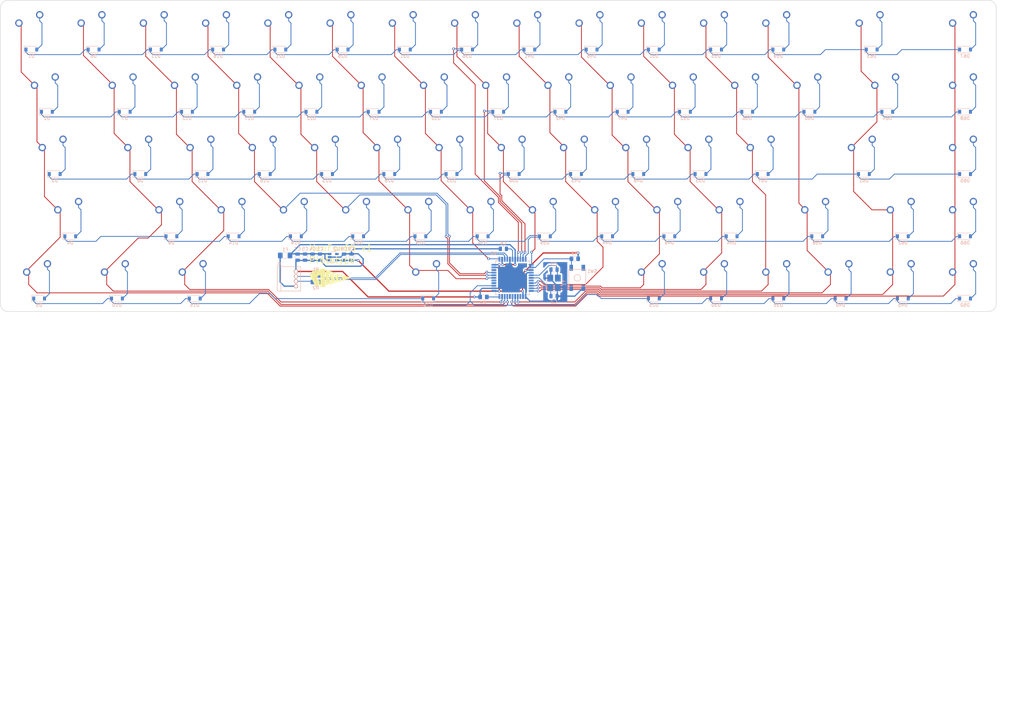
<source format=kicad_pcb>
(kicad_pcb (version 20171130) (host pcbnew "(5.1.5)-3")
  (layers (0 F.Cu signal) (31 B.Cu signal) (34 B.Paste user) (35 F.Paste user) (36 B.SilkS user hide) (37 F.SilkS user hide) (38 B.Mask user) (39 F.Mask user) (44 Edge.Cuts user))
  (net 0 "")
  (net 1 GND)
  (net 2 +5V)
  (net 3 "Net-(C2-Pad1)")
  (net 4 "Net-(C3-Pad1)")
  (net 5 "Net-(C6-Pad1)")
  (net 6 +3V3)
  (net 7 "Net-(D2-Pad2)")
  (net 8 "Net-(D3-Pad2)")
  (net 9 Row1)
  (net 10 "Net-(D4-Pad2)")
  (net 11 "Net-(D5-Pad2)")
  (net 12 "Net-(D6-Pad2)")
  (net 13 "Net-(D7-Pad2)")
  (net 14 "Net-(D8-Pad2)")
  (net 15 "Net-(D9-Pad2)")
  (net 16 "Net-(D10-Pad2)")
  (net 17 "Net-(D11-Pad2)")
  (net 18 "Net-(D12-Pad2)")
  (net 19 "Net-(D13-Pad2)")
  (net 20 "Net-(D14-Pad2)")
  (net 21 "Net-(D15-Pad2)")
  (net 22 Row2)
  (net 23 "Net-(D16-Pad2)")
  (net 24 "Net-(D17-Pad2)")
  (net 25 "Net-(D18-Pad2)")
  (net 26 "Net-(D19-Pad2)")
  (net 27 "Net-(D20-Pad2)")
  (net 28 "Net-(D21-Pad2)")
  (net 29 "Net-(D22-Pad2)")
  (net 30 "Net-(D23-Pad2)")
  (net 31 "Net-(D24-Pad2)")
  (net 32 "Net-(D25-Pad2)")
  (net 33 "Net-(D26-Pad2)")
  (net 34 "Net-(D27-Pad2)")
  (net 35 Row3)
  (net 36 "Net-(D28-Pad2)")
  (net 37 "Net-(D29-Pad2)")
  (net 38 "Net-(D30-Pad2)")
  (net 39 "Net-(D31-Pad2)")
  (net 40 "Net-(D32-Pad2)")
  (net 41 "Net-(D33-Pad2)")
  (net 42 "Net-(D34-Pad2)")
  (net 43 "Net-(D35-Pad2)")
  (net 44 "Net-(D36-Pad2)")
  (net 45 "Net-(D37-Pad2)")
  (net 46 "Net-(D38-Pad2)")
  (net 47 "Net-(D39-Pad2)")
  (net 48 Row4)
  (net 49 "Net-(D40-Pad2)")
  (net 50 "Net-(D41-Pad2)")
  (net 51 "Net-(D42-Pad2)")
  (net 52 "Net-(D43-Pad2)")
  (net 53 "Net-(D44-Pad2)")
  (net 54 "Net-(D45-Pad2)")
  (net 55 "Net-(D46-Pad2)")
  (net 56 VBUS)
  (net 57 D-)
  (net 58 D+)
  (net 59 Col1)
  (net 60 Col2)
  (net 61 Col3)
  (net 62 Col4)
  (net 63 Col5)
  (net 64 Col6)
  (net 65 Col7)
  (net 66 Col8)
  (net 67 Col9)
  (net 68 Col10)
  (net 69 Col11)
  (net 70 Col12)
  (net 71 "Net-(R1-Pad1)")
  (net 72 "Net-(R2-Pad1)")
  (net 73 "Net-(R3-Pad2)")
  (net 74 "Net-(R4-Pad2)")
  (net 75 "Net-(U1-Pad42)")
  (net 76 "Net-(U2-Pad4)")
  (net 77 "Net-(D1-Pad2)")
  (net 78 Row5)
  (net 79 "Net-(D47-Pad2)")
  (net 80 "Net-(D48-Pad2)")
  (net 81 "Net-(D49-Pad2)")
  (net 82 "Net-(D50-Pad2)")
  (net 83 "Net-(D51-Pad2)")
  (net 84 "Net-(D52-Pad2)")
  (net 85 "Net-(D53-Pad2)")
  (net 86 "Net-(D54-Pad2)")
  (net 87 "Net-(D55-Pad2)")
  (net 88 "Net-(D56-Pad2)")
  (net 89 "Net-(D57-Pad2)")
  (net 90 "Net-(D58-Pad2)")
  (net 91 "Net-(D59-Pad2)")
  (net 92 "Net-(D60-Pad2)")
  (net 93 "Net-(D61-Pad2)")
  (net 94 "Net-(D62-Pad2)")
  (net 95 "Net-(D63-Pad2)")
  (net 96 "Net-(D64-Pad2)")
  (net 97 "Net-(D65-Pad2)")
  (net 98 "Net-(D66-Pad2)")
  (net 99 "Net-(D67-Pad2)")
  (net 100 "Net-(D68-Pad2)")
  (net 101 Col13)
  (net 102 Col14)
  (net 103 Col15)
  (net 104 "Net-(U1-Pad38)")
  (net 105 "Net-(U1-Pad37)")
  (net 106 "Net-(U1-Pad29)")
  (net 107 "Net-(U1-Pad25)")
  (net 108 "Net-(U1-Pad18)")
  (module random-keyboard-parts:S4B-ZR (layer B.Cu) (at 114.3 135.128 90)
    (fp_text reference J1 (at 6.858 -5.08) (layer B.SilkS) (effects (font (size 0.8128 0.8128)) (justify mirror)))
    (fp_text value "USB SMD Header" hide)
    (pad 1 thru_hole circle (at 0 0 90) (size 1.25 1.25) (drill 0.8128) (layers *.Cu *.Mask B.SilkS) (net 56 VBUS))
    (pad 2 thru_hole circle (at 1.5 0 90) (size 1.25 1.25) (drill 0.8128) (layers *.Cu *.Mask B.SilkS) (net 57 D-))
    (pad 3 thru_hole circle (at 3 0 90) (size 1.25 1.25) (drill 0.8128) (layers *.Cu *.Mask B.SilkS) (net 58 D+))
    (pad 4 thru_hole circle (at 4.5 0 90) (size 1.25 1.25) (drill 0.8128) (layers *.Cu *.Mask B.SilkS) (net 1 GND))
  )
  (module MX_Only:MXOnly-1.25U-NoLED (layer F.Cu) (at 59.53125 133.35)
    (fp_text reference MX10)
    (fp_text value Win)
    (pad 2 thru_hole circle (at 2.54 -5.08) (size 2.25 2.25) (drill 1.47) (layers *.Cu B.Mask) (net 16 "Net-(D10-Pad2)"))
    (pad "" np_thru_hole circle (at 0 0) (size 3.9878 3.9878) (drill 3.9878) (layers *.Cu *.Mask))
    (pad 1 thru_hole circle (at -3.81 -2.54) (size 2.25 2.25) (drill 1.47) (layers *.Cu B.Mask) (net 60 Col2))
    (pad "" np_thru_hole circle (at -5.08 0 48.0996) (size 1.75 1.75) (drill 1.75) (layers *.Cu *.Mask))
    (pad "" np_thru_hole circle (at 5.08 0 48.0996) (size 1.75 1.75) (drill 1.75) (layers *.Cu *.Mask))
  )
  (module "" (layer F.Cu) (at 174.498 135.636)
    (fp_text reference "" (at 154.78125 133.35) (layer F.SilkS) (effects (font (size 1.27 1.27))))
    (fp_text value "" (at 154.78125 133.35) (layer F.SilkS) (effects (font (size 1.27 1.27))))
  )
  (module "" (layer F.Cu) (at 133.35 127.254)
    (fp_text reference "" (at 154.78125 133.35) (layer F.SilkS) (effects (font (size 1.27 1.27))))
    (fp_text value "" (at 154.78125 133.35) (layer F.SilkS) (effects (font (size 1.27 1.27))))
  )
  (module MX_Only:MXOnly-6.25U-ReversedStabilizers-NoLED (layer F.Cu) (at 154.78125 133.35)
    (fp_text reference MX20)
    (fp_text value Space)
    (pad 2 thru_hole circle (at 2.54 -5.08) (size 2.25 2.25) (drill 1.47) (layers *.Cu B.Mask) (net 27 "Net-(D20-Pad2)"))
    (pad "" np_thru_hole circle (at 0 0) (size 3.9878 3.9878) (drill 3.9878) (layers *.Cu *.Mask))
    (pad 1 thru_hole circle (at -3.81 -2.54) (size 2.25 2.25) (drill 1.47) (layers *.Cu B.Mask) (net 64 Col6))
    (pad "" np_thru_hole circle (at -5.08 0 48.0996) (size 1.75 1.75) (drill 1.75) (layers *.Cu *.Mask))
    (pad "" np_thru_hole circle (at 5.08 0 48.0996) (size 1.75 1.75) (drill 1.75) (layers *.Cu *.Mask))
    (pad "" np_thru_hole circle (at -49.9999 6.985) (size 3.048 3.048) (drill 3.048) (layers *.Cu *.Mask))
    (pad "" np_thru_hole circle (at 49.9999 6.985) (size 3.048 3.048) (drill 3.048) (layers *.Cu *.Mask))
    (pad "" np_thru_hole circle (at -49.9999 -8.255) (size 3.9878 3.9878) (drill 3.9878) (layers *.Cu *.Mask))
    (pad "" np_thru_hole circle (at 49.9999 -8.255) (size 3.9878 3.9878) (drill 3.9878) (layers *.Cu *.Mask))
  )
  (module Crystal:Crystal_SMD_3225-4Pin_3.2x2.5mm_HandSoldering (layer B.Cu) (at 193.294 134.112 90)
    (fp_text reference Y1 (at 0 3.05 270) (layer B.SilkS) (effects (justify mirror)))
    (fp_text value 16MHz)
    (pad 4 smd rect (at -1.45 1.15 90) (size 2.1 1.8) (layers B.Cu B.Paste B.Mask) (net 1 GND))
    (pad 3 smd rect (at 1.45 1.15 90) (size 2.1 1.8) (layers B.Cu B.Paste B.Mask) (net 4 "Net-(C3-Pad1)"))
    (pad 2 smd rect (at 1.45 -1.15 90) (size 2.1 1.8) (layers B.Cu B.Paste B.Mask) (net 1 GND))
    (pad 1 smd rect (at -1.45 -1.15 90) (size 2.1 1.8) (layers B.Cu B.Paste B.Mask) (net 3 "Net-(C2-Pad1)"))
  )
  (module Package_TO_SOT_SMD:SOT-23-5 (layer B.Cu) (at 125.73 126.238)
    (fp_text reference U2 (at 1.016 -2.54) (layer B.SilkS) (effects (justify mirror)))
    (fp_text value SPX3819M5-L-3-3)
    (pad 1 smd rect (at -1.1 0.95) (size 1.06 0.65) (layers B.Cu B.Paste B.Mask) (net 2 +5V))
    (pad 2 smd rect (at -1.1 0) (size 1.06 0.65) (layers B.Cu B.Paste B.Mask) (net 1 GND))
    (pad 3 smd rect (at -1.1 -0.95) (size 1.06 0.65) (layers B.Cu B.Paste B.Mask) (net 2 +5V))
    (pad 4 smd rect (at 1.1 -0.95) (size 1.06 0.65) (layers B.Cu B.Paste B.Mask) (net 76 "Net-(U2-Pad4)"))
    (pad 5 smd rect (at 1.1 0.95) (size 1.06 0.65) (layers B.Cu B.Paste B.Mask) (net 6 +3V3))
  )
  (module Package_QFP:TQFP-44_10x10mm_P0.8mm (layer B.Cu) (at 180.594 132.588 270)
    (fp_text reference U1 (at -7.62 5.842) (layer B.SilkS) (effects (justify mirror)))
    (fp_text value ATmega32U4-AU)
    (pad 44 smd rect (at -4 5.7 180) (size 1.5 0.55) (layers B.Cu B.Paste B.Mask) (net 6 +3V3))
    (pad 43 smd rect (at -3.2 5.7 180) (size 1.5 0.55) (layers B.Cu B.Paste B.Mask) (net 1 GND))
    (pad 42 smd rect (at -2.4 5.7 180) (size 1.5 0.55) (layers B.Cu B.Paste B.Mask) (net 75 "Net-(U1-Pad42)"))
    (pad 41 smd rect (at -1.6 5.7 180) (size 1.5 0.55) (layers B.Cu B.Paste B.Mask) (net 62 Col4))
    (pad 40 smd rect (at -0.8 5.7 180) (size 1.5 0.55) (layers B.Cu B.Paste B.Mask) (net 63 Col5))
    (pad 39 smd rect (at 0 5.7 180) (size 1.5 0.55) (layers B.Cu B.Paste B.Mask) (net 64 Col6))
    (pad 38 smd rect (at 0.8 5.7 180) (size 1.5 0.55) (layers B.Cu B.Paste B.Mask) (net 104 "Net-(U1-Pad38)"))
    (pad 37 smd rect (at 1.6 5.7 180) (size 1.5 0.55) (layers B.Cu B.Paste B.Mask) (net 105 "Net-(U1-Pad37)"))
    (pad 36 smd rect (at 2.4 5.7 180) (size 1.5 0.55) (layers B.Cu B.Paste B.Mask) (net 78 Row5))
    (pad 35 smd rect (at 3.2 5.7 180) (size 1.5 0.55) (layers B.Cu B.Paste B.Mask) (net 1 GND))
    (pad 34 smd rect (at 4 5.7 180) (size 1.5 0.55) (layers B.Cu B.Paste B.Mask) (net 6 +3V3))
    (pad 33 smd rect (at 5.7 4 270) (size 1.5 0.55) (layers B.Cu B.Paste B.Mask) (net 74 "Net-(R4-Pad2)"))
    (pad 32 smd rect (at 5.7 3.2 270) (size 1.5 0.55) (layers B.Cu B.Paste B.Mask) (net 61 Col3))
    (pad 31 smd rect (at 5.7 2.4 270) (size 1.5 0.55) (layers B.Cu B.Paste B.Mask) (net 60 Col2))
    (pad 30 smd rect (at 5.7 1.6 270) (size 1.5 0.55) (layers B.Cu B.Paste B.Mask) (net 59 Col1))
    (pad 29 smd rect (at 5.7 0.8 270) (size 1.5 0.55) (layers B.Cu B.Paste B.Mask) (net 106 "Net-(U1-Pad29)"))
    (pad 28 smd rect (at 5.7 0 270) (size 1.5 0.55) (layers B.Cu B.Paste B.Mask) (net 103 Col15))
    (pad 27 smd rect (at 5.7 -0.8 270) (size 1.5 0.55) (layers B.Cu B.Paste B.Mask) (net 102 Col14))
    (pad 26 smd rect (at 5.7 -1.6 270) (size 1.5 0.55) (layers B.Cu B.Paste B.Mask) (net 101 Col13))
    (pad 25 smd rect (at 5.7 -2.4 270) (size 1.5 0.55) (layers B.Cu B.Paste B.Mask) (net 107 "Net-(U1-Pad25)"))
    (pad 24 smd rect (at 5.7 -3.2 270) (size 1.5 0.55) (layers B.Cu B.Paste B.Mask) (net 6 +3V3))
    (pad 23 smd rect (at 5.7 -4 270) (size 1.5 0.55) (layers B.Cu B.Paste B.Mask) (net 1 GND))
    (pad 22 smd rect (at 4 -5.7 180) (size 1.5 0.55) (layers B.Cu B.Paste B.Mask) (net 70 Col12))
    (pad 21 smd rect (at 3.2 -5.7 180) (size 1.5 0.55) (layers B.Cu B.Paste B.Mask) (net 69 Col11))
    (pad 20 smd rect (at 2.4 -5.7 180) (size 1.5 0.55) (layers B.Cu B.Paste B.Mask) (net 68 Col10))
    (pad 19 smd rect (at 1.6 -5.7 180) (size 1.5 0.55) (layers B.Cu B.Paste B.Mask) (net 67 Col9))
    (pad 18 smd rect (at 0.8 -5.7 180) (size 1.5 0.55) (layers B.Cu B.Paste B.Mask) (net 108 "Net-(U1-Pad18)"))
    (pad 17 smd rect (at 0 -5.7 180) (size 1.5 0.55) (layers B.Cu B.Paste B.Mask) (net 3 "Net-(C2-Pad1)"))
    (pad 16 smd rect (at -0.8 -5.7 180) (size 1.5 0.55) (layers B.Cu B.Paste B.Mask) (net 4 "Net-(C3-Pad1)"))
    (pad 15 smd rect (at -1.6 -5.7 180) (size 1.5 0.55) (layers B.Cu B.Paste B.Mask) (net 1 GND))
    (pad 14 smd rect (at -2.4 -5.7 180) (size 1.5 0.55) (layers B.Cu B.Paste B.Mask) (net 6 +3V3))
    (pad 13 smd rect (at -3.2 -5.7 180) (size 1.5 0.55) (layers B.Cu B.Paste B.Mask) (net 73 "Net-(R3-Pad2)"))
    (pad 12 smd rect (at -4 -5.7 180) (size 1.5 0.55) (layers B.Cu B.Paste B.Mask) (net 66 Col8))
    (pad 11 smd rect (at -5.7 -4 270) (size 1.5 0.55) (layers B.Cu B.Paste B.Mask) (net 48 Row4))
    (pad 10 smd rect (at -5.7 -3.2 270) (size 1.5 0.55) (layers B.Cu B.Paste B.Mask) (net 35 Row3))
    (pad 9 smd rect (at -5.7 -2.4 270) (size 1.5 0.55) (layers B.Cu B.Paste B.Mask) (net 22 Row2))
    (pad 8 smd rect (at -5.7 -1.6 270) (size 1.5 0.55) (layers B.Cu B.Paste B.Mask) (net 9 Row1))
    (pad 7 smd rect (at -5.7 -0.8 270) (size 1.5 0.55) (layers B.Cu B.Paste B.Mask) (net 2 +5V))
    (pad 6 smd rect (at -5.7 0 270) (size 1.5 0.55) (layers B.Cu B.Paste B.Mask) (net 5 "Net-(C6-Pad1)"))
    (pad 5 smd rect (at -5.7 0.8 270) (size 1.5 0.55) (layers B.Cu B.Paste B.Mask) (net 1 GND))
    (pad 4 smd rect (at -5.7 1.6 270) (size 1.5 0.55) (layers B.Cu B.Paste B.Mask) (net 71 "Net-(R1-Pad1)"))
    (pad 3 smd rect (at -5.7 2.4 270) (size 1.5 0.55) (layers B.Cu B.Paste B.Mask) (net 72 "Net-(R2-Pad1)"))
    (pad 2 smd rect (at -5.7 3.2 270) (size 1.5 0.55) (layers B.Cu B.Paste B.Mask) (net 2 +5V))
    (pad 1 smd rect (at -5.7 4 270) (size 1.5 0.55) (layers B.Cu B.Paste B.Mask) (net 65 Col7))
  )
  (module random-keyboard-parts:SKQG-1155865 (layer B.Cu) (at 200.406 132.588 270)
    (fp_text reference SW1 (at -2.032 -4.572 180) (layer B.SilkS) (effects (justify mirror)))
    (fp_text value SW_Push)
    (pad 4 smd rect (at -3.1 -1.85 270) (size 1.8 1.1) (layers B.Cu B.Paste B.Mask))
    (pad 3 smd rect (at 3.1 1.85 270) (size 1.8 1.1) (layers B.Cu B.Paste B.Mask))
    (pad 2 smd rect (at -3.1 1.85 270) (size 1.8 1.1) (layers B.Cu B.Paste B.Mask) (net 73 "Net-(R3-Pad2)"))
    (pad 1 smd rect (at 3.1 -1.85 270) (size 1.8 1.1) (layers B.Cu B.Paste B.Mask) (net 1 GND))
  )
  (module Resistor_SMD:R_0805_2012Metric_Pad1.15x1.40mm_HandSolder (layer B.Cu) (at 171.704 138.43)
    (fp_text reference R4 (at 0 1.65) (layer B.SilkS) (effects (justify mirror)))
    (fp_text value 10k)
    (pad 2 smd roundrect (at 1.025 0) (size 1.15 1.4) (layers B.Cu B.Paste B.Mask) (roundrect_rratio 0.217391) (net 74 "Net-(R4-Pad2)"))
    (pad 1 smd roundrect (at -1.025 0) (size 1.15 1.4) (layers B.Cu B.Paste B.Mask) (roundrect_rratio 0.217391) (net 1 GND))
  )
  (module Resistor_SMD:R_0805_2012Metric_Pad1.15x1.40mm_HandSolder (layer B.Cu) (at 199.644 126.746 180)
    (fp_text reference R3 (at 0 1.65 180) (layer B.SilkS) (effects (justify mirror)))
    (fp_text value 10k)
    (pad 2 smd roundrect (at 1.025 0 180) (size 1.15 1.4) (layers B.Cu B.Paste B.Mask) (roundrect_rratio 0.217391) (net 73 "Net-(R3-Pad2)"))
    (pad 1 smd roundrect (at -1.025 0 180) (size 1.15 1.4) (layers B.Cu B.Paste B.Mask) (roundrect_rratio 0.217391) (net 6 +3V3))
  )
  (module Resistor_SMD:R_0805_2012Metric_Pad1.15x1.40mm_HandSolder (layer B.Cu) (at 120.396 133.858 180)
    (fp_text reference R2 (at 0 -1.778) (layer B.SilkS) (effects (justify mirror)))
    (fp_text value 22)
    (pad 2 smd roundrect (at 1.025 0 180) (size 1.15 1.4) (layers B.Cu B.Paste B.Mask) (roundrect_rratio 0.217391) (net 57 D-))
    (pad 1 smd roundrect (at -1.025 0 180) (size 1.15 1.4) (layers B.Cu B.Paste B.Mask) (roundrect_rratio 0.217391) (net 72 "Net-(R2-Pad1)"))
  )
  (module Resistor_SMD:R_0805_2012Metric_Pad1.15x1.40mm_HandSolder (layer B.Cu) (at 120.396 131.826 180)
    (fp_text reference R1 (at 0 1.778) (layer B.SilkS) (effects (justify mirror)))
    (fp_text value 22)
    (pad 2 smd roundrect (at 1.025 0 180) (size 1.15 1.4) (layers B.Cu B.Paste B.Mask) (roundrect_rratio 0.217391) (net 58 D+))
    (pad 1 smd roundrect (at -1.025 0 180) (size 1.15 1.4) (layers B.Cu B.Paste B.Mask) (roundrect_rratio 0.217391) (net 71 "Net-(R1-Pad1)"))
  )
  (module MX_Only:MXOnly-1U-NoLED (layer F.Cu) (at 319.0875 76.2)
    (fp_text reference MX68)
    (fp_text value "Pg Up")
    (pad 2 thru_hole circle (at 2.54 -5.08) (size 2.25 2.25) (drill 1.47) (layers *.Cu B.Mask) (net 100 "Net-(D68-Pad2)"))
    (pad "" np_thru_hole circle (at 0 0) (size 3.9878 3.9878) (drill 3.9878) (layers *.Cu *.Mask))
    (pad 1 thru_hole circle (at -3.81 -2.54) (size 2.25 2.25) (drill 1.47) (layers *.Cu B.Mask) (net 103 Col15))
    (pad "" np_thru_hole circle (at -5.08 0 48.0996) (size 1.75 1.75) (drill 1.75) (layers *.Cu *.Mask))
    (pad "" np_thru_hole circle (at 5.08 0 48.0996) (size 1.75 1.75) (drill 1.75) (layers *.Cu *.Mask))
  )
  (module MX_Only:MXOnly-1U-NoLED (layer F.Cu) (at 319.0875 57.15)
    (fp_text reference MX67)
    (fp_text value Delete)
    (pad 2 thru_hole circle (at 2.54 -5.08) (size 2.25 2.25) (drill 1.47) (layers *.Cu B.Mask) (net 99 "Net-(D67-Pad2)"))
    (pad "" np_thru_hole circle (at 0 0) (size 3.9878 3.9878) (drill 3.9878) (layers *.Cu *.Mask))
    (pad 1 thru_hole circle (at -3.81 -2.54) (size 2.25 2.25) (drill 1.47) (layers *.Cu B.Mask) (net 103 Col15))
    (pad "" np_thru_hole circle (at -5.08 0 48.0996) (size 1.75 1.75) (drill 1.75) (layers *.Cu *.Mask))
    (pad "" np_thru_hole circle (at 5.08 0 48.0996) (size 1.75 1.75) (drill 1.75) (layers *.Cu *.Mask))
  )
  (module MX_Only:MXOnly-1U-NoLED (layer F.Cu) (at 319.0875 114.3)
    (fp_text reference MX66)
    (fp_text value Fn)
    (pad 2 thru_hole circle (at 2.54 -5.08) (size 2.25 2.25) (drill 1.47) (layers *.Cu B.Mask) (net 98 "Net-(D66-Pad2)"))
    (pad "" np_thru_hole circle (at 0 0) (size 3.9878 3.9878) (drill 3.9878) (layers *.Cu *.Mask))
    (pad 1 thru_hole circle (at -3.81 -2.54) (size 2.25 2.25) (drill 1.47) (layers *.Cu B.Mask) (net 103 Col15))
    (pad "" np_thru_hole circle (at -5.08 0 48.0996) (size 1.75 1.75) (drill 1.75) (layers *.Cu *.Mask))
    (pad "" np_thru_hole circle (at 5.08 0 48.0996) (size 1.75 1.75) (drill 1.75) (layers *.Cu *.Mask))
  )
  (module MX_Only:MXOnly-1U-NoLED (layer F.Cu) (at 319.0875 95.25)
    (fp_text reference MX65)
    (fp_text value "Pg Dn")
    (pad 2 thru_hole circle (at 2.54 -5.08) (size 2.25 2.25) (drill 1.47) (layers *.Cu B.Mask) (net 97 "Net-(D65-Pad2)"))
    (pad "" np_thru_hole circle (at 0 0) (size 3.9878 3.9878) (drill 3.9878) (layers *.Cu *.Mask))
    (pad 1 thru_hole circle (at -3.81 -2.54) (size 2.25 2.25) (drill 1.47) (layers *.Cu B.Mask) (net 103 Col15))
    (pad "" np_thru_hole circle (at -5.08 0 48.0996) (size 1.75 1.75) (drill 1.75) (layers *.Cu *.Mask))
    (pad "" np_thru_hole circle (at 5.08 0 48.0996) (size 1.75 1.75) (drill 1.75) (layers *.Cu *.Mask))
  )
  (module MX_Only:MXOnly-1.5U-NoLED (layer F.Cu) (at 295.275 76.2)
    (fp_text reference MX64)
    (fp_text value \)
    (pad 2 thru_hole circle (at 2.54 -5.08) (size 2.25 2.25) (drill 1.47) (layers *.Cu B.Mask) (net 96 "Net-(D64-Pad2)"))
    (pad "" np_thru_hole circle (at 0 0) (size 3.9878 3.9878) (drill 3.9878) (layers *.Cu *.Mask))
    (pad 1 thru_hole circle (at -3.81 -2.54) (size 2.25 2.25) (drill 1.47) (layers *.Cu B.Mask) (net 102 Col14))
    (pad "" np_thru_hole circle (at -5.08 0 48.0996) (size 1.75 1.75) (drill 1.75) (layers *.Cu *.Mask))
    (pad "" np_thru_hole circle (at 5.08 0 48.0996) (size 1.75 1.75) (drill 1.75) (layers *.Cu *.Mask))
  )
  (module MX_Only:MXOnly-2U-NoLED (layer F.Cu) (at 290.5125 57.15)
    (fp_text reference MX63)
    (fp_text value Backspace)
    (pad 2 thru_hole circle (at 2.54 -5.08) (size 2.25 2.25) (drill 1.47) (layers *.Cu B.Mask) (net 95 "Net-(D63-Pad2)"))
    (pad "" np_thru_hole circle (at 0 0) (size 3.9878 3.9878) (drill 3.9878) (layers *.Cu *.Mask))
    (pad 1 thru_hole circle (at -3.81 -2.54) (size 2.25 2.25) (drill 1.47) (layers *.Cu B.Mask) (net 102 Col14))
    (pad "" np_thru_hole circle (at -5.08 0 48.0996) (size 1.75 1.75) (drill 1.75) (layers *.Cu *.Mask))
    (pad "" np_thru_hole circle (at 5.08 0 48.0996) (size 1.75 1.75) (drill 1.75) (layers *.Cu *.Mask))
    (pad "" np_thru_hole circle (at -11.90625 -6.985) (size 3.048 3.048) (drill 3.048) (layers *.Cu *.Mask))
    (pad "" np_thru_hole circle (at 11.90625 -6.985) (size 3.048 3.048) (drill 3.048) (layers *.Cu *.Mask))
    (pad "" np_thru_hole circle (at -11.90625 8.255) (size 3.9878 3.9878) (drill 3.9878) (layers *.Cu *.Mask))
    (pad "" np_thru_hole circle (at 11.90625 8.255) (size 3.9878 3.9878) (drill 3.9878) (layers *.Cu *.Mask))
  )
  (module MX_Only:MXOnly-1U-NoLED (layer F.Cu) (at 300.0375 114.3)
    (fp_text reference MX62)
    (fp_text value Up)
    (pad 2 thru_hole circle (at 2.54 -5.08) (size 2.25 2.25) (drill 1.47) (layers *.Cu B.Mask) (net 94 "Net-(D62-Pad2)"))
    (pad "" np_thru_hole circle (at 0 0) (size 3.9878 3.9878) (drill 3.9878) (layers *.Cu *.Mask))
    (pad 1 thru_hole circle (at -3.81 -2.54) (size 2.25 2.25) (drill 1.47) (layers *.Cu B.Mask) (net 102 Col14))
    (pad "" np_thru_hole circle (at -5.08 0 48.0996) (size 1.75 1.75) (drill 1.75) (layers *.Cu *.Mask))
    (pad "" np_thru_hole circle (at 5.08 0 48.0996) (size 1.75 1.75) (drill 1.75) (layers *.Cu *.Mask))
  )
  (module MX_Only:MXOnly-2.25U-NoLED (layer F.Cu) (at 288.13125 95.25)
    (fp_text reference MX61)
    (fp_text value Enter)
    (pad 2 thru_hole circle (at 2.54 -5.08) (size 2.25 2.25) (drill 1.47) (layers *.Cu B.Mask) (net 93 "Net-(D61-Pad2)"))
    (pad "" np_thru_hole circle (at 0 0) (size 3.9878 3.9878) (drill 3.9878) (layers *.Cu *.Mask))
    (pad 1 thru_hole circle (at -3.81 -2.54) (size 2.25 2.25) (drill 1.47) (layers *.Cu B.Mask) (net 102 Col14))
    (pad "" np_thru_hole circle (at -5.08 0 48.0996) (size 1.75 1.75) (drill 1.75) (layers *.Cu *.Mask))
    (pad "" np_thru_hole circle (at 5.08 0 48.0996) (size 1.75 1.75) (drill 1.75) (layers *.Cu *.Mask))
    (pad "" np_thru_hole circle (at -11.90625 -6.985) (size 3.048 3.048) (drill 3.048) (layers *.Cu *.Mask))
    (pad "" np_thru_hole circle (at 11.90625 -6.985) (size 3.048 3.048) (drill 3.048) (layers *.Cu *.Mask))
    (pad "" np_thru_hole circle (at -11.90625 8.255) (size 3.9878 3.9878) (drill 3.9878) (layers *.Cu *.Mask))
    (pad "" np_thru_hole circle (at 11.90625 8.255) (size 3.9878 3.9878) (drill 3.9878) (layers *.Cu *.Mask))
  )
  (module MX_Only:MXOnly-1U-NoLED (layer F.Cu) (at 271.4625 76.2)
    (fp_text reference MX60)
    (fp_text value ])
    (pad 2 thru_hole circle (at 2.54 -5.08) (size 2.25 2.25) (drill 1.47) (layers *.Cu B.Mask) (net 92 "Net-(D60-Pad2)"))
    (pad "" np_thru_hole circle (at 0 0) (size 3.9878 3.9878) (drill 3.9878) (layers *.Cu *.Mask))
    (pad 1 thru_hole circle (at -3.81 -2.54) (size 2.25 2.25) (drill 1.47) (layers *.Cu B.Mask) (net 101 Col13))
    (pad "" np_thru_hole circle (at -5.08 0 48.0996) (size 1.75 1.75) (drill 1.75) (layers *.Cu *.Mask))
    (pad "" np_thru_hole circle (at 5.08 0 48.0996) (size 1.75 1.75) (drill 1.75) (layers *.Cu *.Mask))
  )
  (module MX_Only:MXOnly-1U-NoLED (layer F.Cu) (at 261.9375 57.15)
    (fp_text reference MX59)
    (fp_text value =)
    (pad 2 thru_hole circle (at 2.54 -5.08) (size 2.25 2.25) (drill 1.47) (layers *.Cu B.Mask) (net 91 "Net-(D59-Pad2)"))
    (pad "" np_thru_hole circle (at 0 0) (size 3.9878 3.9878) (drill 3.9878) (layers *.Cu *.Mask))
    (pad 1 thru_hole circle (at -3.81 -2.54) (size 2.25 2.25) (drill 1.47) (layers *.Cu B.Mask) (net 101 Col13))
    (pad "" np_thru_hole circle (at -5.08 0 48.0996) (size 1.75 1.75) (drill 1.75) (layers *.Cu *.Mask))
    (pad "" np_thru_hole circle (at 5.08 0 48.0996) (size 1.75 1.75) (drill 1.75) (layers *.Cu *.Mask))
  )
  (module MX_Only:MXOnly-1.75U-NoLED (layer F.Cu) (at 273.84375 114.3)
    (fp_text reference MX58)
    (fp_text value Shift)
    (pad 2 thru_hole circle (at 2.54 -5.08) (size 2.25 2.25) (drill 1.47) (layers *.Cu B.Mask) (net 90 "Net-(D58-Pad2)"))
    (pad "" np_thru_hole circle (at 0 0) (size 3.9878 3.9878) (drill 3.9878) (layers *.Cu *.Mask))
    (pad 1 thru_hole circle (at -3.81 -2.54) (size 2.25 2.25) (drill 1.47) (layers *.Cu B.Mask) (net 101 Col13))
    (pad "" np_thru_hole circle (at -5.08 0 48.0996) (size 1.75 1.75) (drill 1.75) (layers *.Cu *.Mask))
    (pad "" np_thru_hole circle (at 5.08 0 48.0996) (size 1.75 1.75) (drill 1.75) (layers *.Cu *.Mask))
  )
  (module MX_Only:MXOnly-1U-NoLED (layer F.Cu) (at 257.175 95.25)
    (fp_text reference MX57)
    (fp_text value ')
    (pad 2 thru_hole circle (at 2.54 -5.08) (size 2.25 2.25) (drill 1.47) (layers *.Cu B.Mask) (net 89 "Net-(D57-Pad2)"))
    (pad "" np_thru_hole circle (at 0 0) (size 3.9878 3.9878) (drill 3.9878) (layers *.Cu *.Mask))
    (pad 1 thru_hole circle (at -3.81 -2.54) (size 2.25 2.25) (drill 1.47) (layers *.Cu B.Mask) (net 70 Col12))
    (pad "" np_thru_hole circle (at -5.08 0 48.0996) (size 1.75 1.75) (drill 1.75) (layers *.Cu *.Mask))
    (pad "" np_thru_hole circle (at 5.08 0 48.0996) (size 1.75 1.75) (drill 1.75) (layers *.Cu *.Mask))
  )
  (module MX_Only:MXOnly-1U-NoLED (layer F.Cu) (at 252.4125 76.2)
    (fp_text reference MX56)
    (fp_text value [)
    (pad 2 thru_hole circle (at 2.54 -5.08) (size 2.25 2.25) (drill 1.47) (layers *.Cu B.Mask) (net 88 "Net-(D56-Pad2)"))
    (pad "" np_thru_hole circle (at 0 0) (size 3.9878 3.9878) (drill 3.9878) (layers *.Cu *.Mask))
    (pad 1 thru_hole circle (at -3.81 -2.54) (size 2.25 2.25) (drill 1.47) (layers *.Cu B.Mask) (net 70 Col12))
    (pad "" np_thru_hole circle (at -5.08 0 48.0996) (size 1.75 1.75) (drill 1.75) (layers *.Cu *.Mask))
    (pad "" np_thru_hole circle (at 5.08 0 48.0996) (size 1.75 1.75) (drill 1.75) (layers *.Cu *.Mask))
  )
  (module MX_Only:MXOnly-1U-NoLED (layer F.Cu) (at 242.8875 57.15)
    (fp_text reference MX55)
    (fp_text value -)
    (pad 2 thru_hole circle (at 2.54 -5.08) (size 2.25 2.25) (drill 1.47) (layers *.Cu B.Mask) (net 87 "Net-(D55-Pad2)"))
    (pad "" np_thru_hole circle (at 0 0) (size 3.9878 3.9878) (drill 3.9878) (layers *.Cu *.Mask))
    (pad 1 thru_hole circle (at -3.81 -2.54) (size 2.25 2.25) (drill 1.47) (layers *.Cu B.Mask) (net 70 Col12))
    (pad "" np_thru_hole circle (at -5.08 0 48.0996) (size 1.75 1.75) (drill 1.75) (layers *.Cu *.Mask))
    (pad "" np_thru_hole circle (at 5.08 0 48.0996) (size 1.75 1.75) (drill 1.75) (layers *.Cu *.Mask))
  )
  (module MX_Only:MXOnly-1U-NoLED (layer F.Cu) (at 247.65 114.3)
    (fp_text reference MX54)
    (fp_text value ?)
    (pad 2 thru_hole circle (at 2.54 -5.08) (size 2.25 2.25) (drill 1.47) (layers *.Cu B.Mask) (net 86 "Net-(D54-Pad2)"))
    (pad "" np_thru_hole circle (at 0 0) (size 3.9878 3.9878) (drill 3.9878) (layers *.Cu *.Mask))
    (pad 1 thru_hole circle (at -3.81 -2.54) (size 2.25 2.25) (drill 1.47) (layers *.Cu B.Mask) (net 69 Col11))
    (pad "" np_thru_hole circle (at -5.08 0 48.0996) (size 1.75 1.75) (drill 1.75) (layers *.Cu *.Mask))
    (pad "" np_thru_hole circle (at 5.08 0 48.0996) (size 1.75 1.75) (drill 1.75) (layers *.Cu *.Mask))
  )
  (module MX_Only:MXOnly-1U-NoLED (layer F.Cu) (at 238.125 95.25)
    (fp_text reference MX53)
    (fp_text value ;)
    (pad 2 thru_hole circle (at 2.54 -5.08) (size 2.25 2.25) (drill 1.47) (layers *.Cu B.Mask) (net 85 "Net-(D53-Pad2)"))
    (pad "" np_thru_hole circle (at 0 0) (size 3.9878 3.9878) (drill 3.9878) (layers *.Cu *.Mask))
    (pad 1 thru_hole circle (at -3.81 -2.54) (size 2.25 2.25) (drill 1.47) (layers *.Cu B.Mask) (net 69 Col11))
    (pad "" np_thru_hole circle (at -5.08 0 48.0996) (size 1.75 1.75) (drill 1.75) (layers *.Cu *.Mask))
    (pad "" np_thru_hole circle (at 5.08 0 48.0996) (size 1.75 1.75) (drill 1.75) (layers *.Cu *.Mask))
  )
  (module MX_Only:MXOnly-1U-NoLED (layer F.Cu) (at 233.3625 76.2)
    (fp_text reference MX52)
    (fp_text value P)
    (pad 2 thru_hole circle (at 2.54 -5.08) (size 2.25 2.25) (drill 1.47) (layers *.Cu B.Mask) (net 84 "Net-(D52-Pad2)"))
    (pad "" np_thru_hole circle (at 0 0) (size 3.9878 3.9878) (drill 3.9878) (layers *.Cu *.Mask))
    (pad 1 thru_hole circle (at -3.81 -2.54) (size 2.25 2.25) (drill 1.47) (layers *.Cu B.Mask) (net 69 Col11))
    (pad "" np_thru_hole circle (at -5.08 0 48.0996) (size 1.75 1.75) (drill 1.75) (layers *.Cu *.Mask))
    (pad "" np_thru_hole circle (at 5.08 0 48.0996) (size 1.75 1.75) (drill 1.75) (layers *.Cu *.Mask))
  )
  (module MX_Only:MXOnly-1U-NoLED (layer F.Cu) (at 223.8375 57.15)
    (fp_text reference MX51)
    (fp_text value 0)
    (pad 2 thru_hole circle (at 2.54 -5.08) (size 2.25 2.25) (drill 1.47) (layers *.Cu B.Mask) (net 83 "Net-(D51-Pad2)"))
    (pad "" np_thru_hole circle (at 0 0) (size 3.9878 3.9878) (drill 3.9878) (layers *.Cu *.Mask))
    (pad 1 thru_hole circle (at -3.81 -2.54) (size 2.25 2.25) (drill 1.47) (layers *.Cu B.Mask) (net 69 Col11))
    (pad "" np_thru_hole circle (at -5.08 0 48.0996) (size 1.75 1.75) (drill 1.75) (layers *.Cu *.Mask))
    (pad "" np_thru_hole circle (at 5.08 0 48.0996) (size 1.75 1.75) (drill 1.75) (layers *.Cu *.Mask))
  )
  (module MX_Only:MXOnly-1U-NoLED (layer F.Cu) (at 319.0875 133.35)
    (fp_text reference MX50)
    (fp_text value Right)
    (pad 2 thru_hole circle (at 2.54 -5.08) (size 2.25 2.25) (drill 1.47) (layers *.Cu B.Mask) (net 82 "Net-(D50-Pad2)"))
    (pad "" np_thru_hole circle (at 0 0) (size 3.9878 3.9878) (drill 3.9878) (layers *.Cu *.Mask))
    (pad 1 thru_hole circle (at -3.81 -2.54) (size 2.25 2.25) (drill 1.47) (layers *.Cu B.Mask) (net 103 Col15))
    (pad "" np_thru_hole circle (at -5.08 0 48.0996) (size 1.75 1.75) (drill 1.75) (layers *.Cu *.Mask))
    (pad "" np_thru_hole circle (at 5.08 0 48.0996) (size 1.75 1.75) (drill 1.75) (layers *.Cu *.Mask))
  )
  (module MX_Only:MXOnly-1U-NoLED (layer F.Cu) (at 228.6 114.3)
    (fp_text reference MX49)
    (fp_text value >)
    (pad 2 thru_hole circle (at 2.54 -5.08) (size 2.25 2.25) (drill 1.47) (layers *.Cu B.Mask) (net 81 "Net-(D49-Pad2)"))
    (pad "" np_thru_hole circle (at 0 0) (size 3.9878 3.9878) (drill 3.9878) (layers *.Cu *.Mask))
    (pad 1 thru_hole circle (at -3.81 -2.54) (size 2.25 2.25) (drill 1.47) (layers *.Cu B.Mask) (net 68 Col10))
    (pad "" np_thru_hole circle (at -5.08 0 48.0996) (size 1.75 1.75) (drill 1.75) (layers *.Cu *.Mask))
    (pad "" np_thru_hole circle (at 5.08 0 48.0996) (size 1.75 1.75) (drill 1.75) (layers *.Cu *.Mask))
  )
  (module MX_Only:MXOnly-1U-NoLED (layer F.Cu) (at 219.075 95.25)
    (fp_text reference MX48)
    (fp_text value L)
    (pad 2 thru_hole circle (at 2.54 -5.08) (size 2.25 2.25) (drill 1.47) (layers *.Cu B.Mask) (net 80 "Net-(D48-Pad2)"))
    (pad "" np_thru_hole circle (at 0 0) (size 3.9878 3.9878) (drill 3.9878) (layers *.Cu *.Mask))
    (pad 1 thru_hole circle (at -3.81 -2.54) (size 2.25 2.25) (drill 1.47) (layers *.Cu B.Mask) (net 68 Col10))
    (pad "" np_thru_hole circle (at -5.08 0 48.0996) (size 1.75 1.75) (drill 1.75) (layers *.Cu *.Mask))
    (pad "" np_thru_hole circle (at 5.08 0 48.0996) (size 1.75 1.75) (drill 1.75) (layers *.Cu *.Mask))
  )
  (module MX_Only:MXOnly-1U-NoLED (layer F.Cu) (at 214.3125 76.2)
    (fp_text reference MX47)
    (fp_text value O)
    (pad 2 thru_hole circle (at 2.54 -5.08) (size 2.25 2.25) (drill 1.47) (layers *.Cu B.Mask) (net 79 "Net-(D47-Pad2)"))
    (pad "" np_thru_hole circle (at 0 0) (size 3.9878 3.9878) (drill 3.9878) (layers *.Cu *.Mask))
    (pad 1 thru_hole circle (at -3.81 -2.54) (size 2.25 2.25) (drill 1.47) (layers *.Cu B.Mask) (net 68 Col10))
    (pad "" np_thru_hole circle (at -5.08 0 48.0996) (size 1.75 1.75) (drill 1.75) (layers *.Cu *.Mask))
    (pad "" np_thru_hole circle (at 5.08 0 48.0996) (size 1.75 1.75) (drill 1.75) (layers *.Cu *.Mask))
  )
  (module MX_Only:MXOnly-1U-NoLED (layer F.Cu) (at 204.7875 57.15)
    (fp_text reference MX46)
    (fp_text value 9)
    (pad 2 thru_hole circle (at 2.54 -5.08) (size 2.25 2.25) (drill 1.47) (layers *.Cu B.Mask) (net 55 "Net-(D46-Pad2)"))
    (pad "" np_thru_hole circle (at 0 0) (size 3.9878 3.9878) (drill 3.9878) (layers *.Cu *.Mask))
    (pad 1 thru_hole circle (at -3.81 -2.54) (size 2.25 2.25) (drill 1.47) (layers *.Cu B.Mask) (net 68 Col10))
    (pad "" np_thru_hole circle (at -5.08 0 48.0996) (size 1.75 1.75) (drill 1.75) (layers *.Cu *.Mask))
    (pad "" np_thru_hole circle (at 5.08 0 48.0996) (size 1.75 1.75) (drill 1.75) (layers *.Cu *.Mask))
  )
  (module MX_Only:MXOnly-1U-NoLED (layer F.Cu) (at 300.0375 133.35)
    (fp_text reference MX45)
    (fp_text value Down)
    (pad 2 thru_hole circle (at 2.54 -5.08) (size 2.25 2.25) (drill 1.47) (layers *.Cu B.Mask) (net 54 "Net-(D45-Pad2)"))
    (pad "" np_thru_hole circle (at 0 0) (size 3.9878 3.9878) (drill 3.9878) (layers *.Cu *.Mask))
    (pad 1 thru_hole circle (at -3.81 -2.54) (size 2.25 2.25) (drill 1.47) (layers *.Cu B.Mask) (net 102 Col14))
    (pad "" np_thru_hole circle (at -5.08 0 48.0996) (size 1.75 1.75) (drill 1.75) (layers *.Cu *.Mask))
    (pad "" np_thru_hole circle (at 5.08 0 48.0996) (size 1.75 1.75) (drill 1.75) (layers *.Cu *.Mask))
  )
  (module MX_Only:MXOnly-1U-NoLED (layer F.Cu) (at 209.55 114.3)
    (fp_text reference MX44)
    (fp_text value <)
    (pad 2 thru_hole circle (at 2.54 -5.08) (size 2.25 2.25) (drill 1.47) (layers *.Cu B.Mask) (net 53 "Net-(D44-Pad2)"))
    (pad "" np_thru_hole circle (at 0 0) (size 3.9878 3.9878) (drill 3.9878) (layers *.Cu *.Mask))
    (pad 1 thru_hole circle (at -3.81 -2.54) (size 2.25 2.25) (drill 1.47) (layers *.Cu B.Mask) (net 67 Col9))
    (pad "" np_thru_hole circle (at -5.08 0 48.0996) (size 1.75 1.75) (drill 1.75) (layers *.Cu *.Mask))
    (pad "" np_thru_hole circle (at 5.08 0 48.0996) (size 1.75 1.75) (drill 1.75) (layers *.Cu *.Mask))
  )
  (module MX_Only:MXOnly-1U-NoLED (layer F.Cu) (at 200.025 95.25)
    (fp_text reference MX43)
    (fp_text value K)
    (pad 2 thru_hole circle (at 2.54 -5.08) (size 2.25 2.25) (drill 1.47) (layers *.Cu B.Mask) (net 52 "Net-(D43-Pad2)"))
    (pad "" np_thru_hole circle (at 0 0) (size 3.9878 3.9878) (drill 3.9878) (layers *.Cu *.Mask))
    (pad 1 thru_hole circle (at -3.81 -2.54) (size 2.25 2.25) (drill 1.47) (layers *.Cu B.Mask) (net 67 Col9))
    (pad "" np_thru_hole circle (at -5.08 0 48.0996) (size 1.75 1.75) (drill 1.75) (layers *.Cu *.Mask))
    (pad "" np_thru_hole circle (at 5.08 0 48.0996) (size 1.75 1.75) (drill 1.75) (layers *.Cu *.Mask))
  )
  (module MX_Only:MXOnly-1U-NoLED (layer F.Cu) (at 195.2625 76.2)
    (fp_text reference MX42)
    (fp_text value I)
    (pad 2 thru_hole circle (at 2.54 -5.08) (size 2.25 2.25) (drill 1.47) (layers *.Cu B.Mask) (net 51 "Net-(D42-Pad2)"))
    (pad "" np_thru_hole circle (at 0 0) (size 3.9878 3.9878) (drill 3.9878) (layers *.Cu *.Mask))
    (pad 1 thru_hole circle (at -3.81 -2.54) (size 2.25 2.25) (drill 1.47) (layers *.Cu B.Mask) (net 67 Col9))
    (pad "" np_thru_hole circle (at -5.08 0 48.0996) (size 1.75 1.75) (drill 1.75) (layers *.Cu *.Mask))
    (pad "" np_thru_hole circle (at 5.08 0 48.0996) (size 1.75 1.75) (drill 1.75) (layers *.Cu *.Mask))
  )
  (module MX_Only:MXOnly-1U-NoLED (layer F.Cu) (at 185.7375 57.15)
    (fp_text reference MX41)
    (fp_text value 8)
    (pad 2 thru_hole circle (at 2.54 -5.08) (size 2.25 2.25) (drill 1.47) (layers *.Cu B.Mask) (net 50 "Net-(D41-Pad2)"))
    (pad "" np_thru_hole circle (at 0 0) (size 3.9878 3.9878) (drill 3.9878) (layers *.Cu *.Mask))
    (pad 1 thru_hole circle (at -3.81 -2.54) (size 2.25 2.25) (drill 1.47) (layers *.Cu B.Mask) (net 67 Col9))
    (pad "" np_thru_hole circle (at -5.08 0 48.0996) (size 1.75 1.75) (drill 1.75) (layers *.Cu *.Mask))
    (pad "" np_thru_hole circle (at 5.08 0 48.0996) (size 1.75 1.75) (drill 1.75) (layers *.Cu *.Mask))
  )
  (module MX_Only:MXOnly-1U-NoLED (layer F.Cu) (at 280.9875 133.35)
    (fp_text reference MX40)
    (fp_text value Left)
    (pad 2 thru_hole circle (at 2.54 -5.08) (size 2.25 2.25) (drill 1.47) (layers *.Cu B.Mask) (net 49 "Net-(D40-Pad2)"))
    (pad "" np_thru_hole circle (at 0 0) (size 3.9878 3.9878) (drill 3.9878) (layers *.Cu *.Mask))
    (pad 1 thru_hole circle (at -3.81 -2.54) (size 2.25 2.25) (drill 1.47) (layers *.Cu B.Mask) (net 101 Col13))
    (pad "" np_thru_hole circle (at -5.08 0 48.0996) (size 1.75 1.75) (drill 1.75) (layers *.Cu *.Mask))
    (pad "" np_thru_hole circle (at 5.08 0 48.0996) (size 1.75 1.75) (drill 1.75) (layers *.Cu *.Mask))
  )
  (module MX_Only:MXOnly-1U-NoLED (layer F.Cu) (at 190.5 114.3)
    (fp_text reference MX39)
    (fp_text value M)
    (pad 2 thru_hole circle (at 2.54 -5.08) (size 2.25 2.25) (drill 1.47) (layers *.Cu B.Mask) (net 47 "Net-(D39-Pad2)"))
    (pad "" np_thru_hole circle (at 0 0) (size 3.9878 3.9878) (drill 3.9878) (layers *.Cu *.Mask))
    (pad 1 thru_hole circle (at -3.81 -2.54) (size 2.25 2.25) (drill 1.47) (layers *.Cu B.Mask) (net 66 Col8))
    (pad "" np_thru_hole circle (at -5.08 0 48.0996) (size 1.75 1.75) (drill 1.75) (layers *.Cu *.Mask))
    (pad "" np_thru_hole circle (at 5.08 0 48.0996) (size 1.75 1.75) (drill 1.75) (layers *.Cu *.Mask))
  )
  (module MX_Only:MXOnly-1U-NoLED (layer F.Cu) (at 180.975 95.25)
    (fp_text reference MX38)
    (fp_text value J)
    (pad 2 thru_hole circle (at 2.54 -5.08) (size 2.25 2.25) (drill 1.47) (layers *.Cu B.Mask) (net 46 "Net-(D38-Pad2)"))
    (pad "" np_thru_hole circle (at 0 0) (size 3.9878 3.9878) (drill 3.9878) (layers *.Cu *.Mask))
    (pad 1 thru_hole circle (at -3.81 -2.54) (size 2.25 2.25) (drill 1.47) (layers *.Cu B.Mask) (net 66 Col8))
    (pad "" np_thru_hole circle (at -5.08 0 48.0996) (size 1.75 1.75) (drill 1.75) (layers *.Cu *.Mask))
    (pad "" np_thru_hole circle (at 5.08 0 48.0996) (size 1.75 1.75) (drill 1.75) (layers *.Cu *.Mask))
  )
  (module MX_Only:MXOnly-1U-NoLED (layer F.Cu) (at 176.2125 76.2)
    (fp_text reference MX37)
    (fp_text value U)
    (pad 2 thru_hole circle (at 2.54 -5.08) (size 2.25 2.25) (drill 1.47) (layers *.Cu B.Mask) (net 45 "Net-(D37-Pad2)"))
    (pad "" np_thru_hole circle (at 0 0) (size 3.9878 3.9878) (drill 3.9878) (layers *.Cu *.Mask))
    (pad 1 thru_hole circle (at -3.81 -2.54) (size 2.25 2.25) (drill 1.47) (layers *.Cu B.Mask) (net 66 Col8))
    (pad "" np_thru_hole circle (at -5.08 0 48.0996) (size 1.75 1.75) (drill 1.75) (layers *.Cu *.Mask))
    (pad "" np_thru_hole circle (at 5.08 0 48.0996) (size 1.75 1.75) (drill 1.75) (layers *.Cu *.Mask))
  )
  (module MX_Only:MXOnly-1U-NoLED (layer F.Cu) (at 166.6875 57.15)
    (fp_text reference MX36)
    (fp_text value 7)
    (pad 2 thru_hole circle (at 2.54 -5.08) (size 2.25 2.25) (drill 1.47) (layers *.Cu B.Mask) (net 44 "Net-(D36-Pad2)"))
    (pad "" np_thru_hole circle (at 0 0) (size 3.9878 3.9878) (drill 3.9878) (layers *.Cu *.Mask))
    (pad 1 thru_hole circle (at -3.81 -2.54) (size 2.25 2.25) (drill 1.47) (layers *.Cu B.Mask) (net 66 Col8))
    (pad "" np_thru_hole circle (at -5.08 0 48.0996) (size 1.75 1.75) (drill 1.75) (layers *.Cu *.Mask))
    (pad "" np_thru_hole circle (at 5.08 0 48.0996) (size 1.75 1.75) (drill 1.75) (layers *.Cu *.Mask))
  )
  (module MX_Only:MXOnly-1U-NoLED (layer F.Cu) (at 261.9375 133.35)
    (fp_text reference MX35)
    (fp_text value Ctrl)
    (pad 2 thru_hole circle (at 2.54 -5.08) (size 2.25 2.25) (drill 1.47) (layers *.Cu B.Mask) (net 43 "Net-(D35-Pad2)"))
    (pad "" np_thru_hole circle (at 0 0) (size 3.9878 3.9878) (drill 3.9878) (layers *.Cu *.Mask))
    (pad 1 thru_hole circle (at -3.81 -2.54) (size 2.25 2.25) (drill 1.47) (layers *.Cu B.Mask) (net 70 Col12))
    (pad "" np_thru_hole circle (at -5.08 0 48.0996) (size 1.75 1.75) (drill 1.75) (layers *.Cu *.Mask))
    (pad "" np_thru_hole circle (at 5.08 0 48.0996) (size 1.75 1.75) (drill 1.75) (layers *.Cu *.Mask))
  )
  (module MX_Only:MXOnly-1U-NoLED (layer F.Cu) (at 171.45 114.3)
    (fp_text reference MX34)
    (fp_text value N)
    (pad 2 thru_hole circle (at 2.54 -5.08) (size 2.25 2.25) (drill 1.47) (layers *.Cu B.Mask) (net 42 "Net-(D34-Pad2)"))
    (pad "" np_thru_hole circle (at 0 0) (size 3.9878 3.9878) (drill 3.9878) (layers *.Cu *.Mask))
    (pad 1 thru_hole circle (at -3.81 -2.54) (size 2.25 2.25) (drill 1.47) (layers *.Cu B.Mask) (net 65 Col7))
    (pad "" np_thru_hole circle (at -5.08 0 48.0996) (size 1.75 1.75) (drill 1.75) (layers *.Cu *.Mask))
    (pad "" np_thru_hole circle (at 5.08 0 48.0996) (size 1.75 1.75) (drill 1.75) (layers *.Cu *.Mask))
  )
  (module MX_Only:MXOnly-1U-NoLED (layer F.Cu) (at 161.925 95.25)
    (fp_text reference MX33)
    (fp_text value H)
    (pad 2 thru_hole circle (at 2.54 -5.08) (size 2.25 2.25) (drill 1.47) (layers *.Cu B.Mask) (net 41 "Net-(D33-Pad2)"))
    (pad "" np_thru_hole circle (at 0 0) (size 3.9878 3.9878) (drill 3.9878) (layers *.Cu *.Mask))
    (pad 1 thru_hole circle (at -3.81 -2.54) (size 2.25 2.25) (drill 1.47) (layers *.Cu B.Mask) (net 65 Col7))
    (pad "" np_thru_hole circle (at -5.08 0 48.0996) (size 1.75 1.75) (drill 1.75) (layers *.Cu *.Mask))
    (pad "" np_thru_hole circle (at 5.08 0 48.0996) (size 1.75 1.75) (drill 1.75) (layers *.Cu *.Mask))
  )
  (module MX_Only:MXOnly-1U-NoLED (layer F.Cu) (at 157.1625 76.2)
    (fp_text reference MX32)
    (fp_text value Y)
    (pad 2 thru_hole circle (at 2.54 -5.08) (size 2.25 2.25) (drill 1.47) (layers *.Cu B.Mask) (net 40 "Net-(D32-Pad2)"))
    (pad "" np_thru_hole circle (at 0 0) (size 3.9878 3.9878) (drill 3.9878) (layers *.Cu *.Mask))
    (pad 1 thru_hole circle (at -3.81 -2.54) (size 2.25 2.25) (drill 1.47) (layers *.Cu B.Mask) (net 65 Col7))
    (pad "" np_thru_hole circle (at -5.08 0 48.0996) (size 1.75 1.75) (drill 1.75) (layers *.Cu *.Mask))
    (pad "" np_thru_hole circle (at 5.08 0 48.0996) (size 1.75 1.75) (drill 1.75) (layers *.Cu *.Mask))
  )
  (module MX_Only:MXOnly-1U-NoLED (layer F.Cu) (at 147.6375 57.15)
    (fp_text reference MX31)
    (fp_text value 6)
    (pad 2 thru_hole circle (at 2.54 -5.08) (size 2.25 2.25) (drill 1.47) (layers *.Cu B.Mask) (net 39 "Net-(D31-Pad2)"))
    (pad "" np_thru_hole circle (at 0 0) (size 3.9878 3.9878) (drill 3.9878) (layers *.Cu *.Mask))
    (pad 1 thru_hole circle (at -3.81 -2.54) (size 2.25 2.25) (drill 1.47) (layers *.Cu B.Mask) (net 65 Col7))
    (pad "" np_thru_hole circle (at -5.08 0 48.0996) (size 1.75 1.75) (drill 1.75) (layers *.Cu *.Mask))
    (pad "" np_thru_hole circle (at 5.08 0 48.0996) (size 1.75 1.75) (drill 1.75) (layers *.Cu *.Mask))
  )
  (module MX_Only:MXOnly-1U-NoLED (layer F.Cu) (at 242.8875 133.35)
    (fp_text reference MX30)
    (fp_text value Win)
    (pad 2 thru_hole circle (at 2.54 -5.08) (size 2.25 2.25) (drill 1.47) (layers *.Cu B.Mask) (net 38 "Net-(D30-Pad2)"))
    (pad "" np_thru_hole circle (at 0 0) (size 3.9878 3.9878) (drill 3.9878) (layers *.Cu *.Mask))
    (pad 1 thru_hole circle (at -3.81 -2.54) (size 2.25 2.25) (drill 1.47) (layers *.Cu B.Mask) (net 69 Col11))
    (pad "" np_thru_hole circle (at -5.08 0 48.0996) (size 1.75 1.75) (drill 1.75) (layers *.Cu *.Mask))
    (pad "" np_thru_hole circle (at 5.08 0 48.0996) (size 1.75 1.75) (drill 1.75) (layers *.Cu *.Mask))
  )
  (module MX_Only:MXOnly-1U-NoLED (layer F.Cu) (at 152.4 114.3)
    (fp_text reference MX29)
    (fp_text value B)
    (pad 2 thru_hole circle (at 2.54 -5.08) (size 2.25 2.25) (drill 1.47) (layers *.Cu B.Mask) (net 37 "Net-(D29-Pad2)"))
    (pad "" np_thru_hole circle (at 0 0) (size 3.9878 3.9878) (drill 3.9878) (layers *.Cu *.Mask))
    (pad 1 thru_hole circle (at -3.81 -2.54) (size 2.25 2.25) (drill 1.47) (layers *.Cu B.Mask) (net 64 Col6))
    (pad "" np_thru_hole circle (at -5.08 0 48.0996) (size 1.75 1.75) (drill 1.75) (layers *.Cu *.Mask))
    (pad "" np_thru_hole circle (at 5.08 0 48.0996) (size 1.75 1.75) (drill 1.75) (layers *.Cu *.Mask))
  )
  (module MX_Only:MXOnly-1U-NoLED (layer F.Cu) (at 142.875 95.25)
    (fp_text reference MX28)
    (fp_text value G)
    (pad 2 thru_hole circle (at 2.54 -5.08) (size 2.25 2.25) (drill 1.47) (layers *.Cu B.Mask) (net 36 "Net-(D28-Pad2)"))
    (pad "" np_thru_hole circle (at 0 0) (size 3.9878 3.9878) (drill 3.9878) (layers *.Cu *.Mask))
    (pad 1 thru_hole circle (at -3.81 -2.54) (size 2.25 2.25) (drill 1.47) (layers *.Cu B.Mask) (net 64 Col6))
    (pad "" np_thru_hole circle (at -5.08 0 48.0996) (size 1.75 1.75) (drill 1.75) (layers *.Cu *.Mask))
    (pad "" np_thru_hole circle (at 5.08 0 48.0996) (size 1.75 1.75) (drill 1.75) (layers *.Cu *.Mask))
  )
  (module MX_Only:MXOnly-1U-NoLED (layer F.Cu) (at 138.1125 76.2)
    (fp_text reference MX27)
    (fp_text value T)
    (pad 2 thru_hole circle (at 2.54 -5.08) (size 2.25 2.25) (drill 1.47) (layers *.Cu B.Mask) (net 34 "Net-(D27-Pad2)"))
    (pad "" np_thru_hole circle (at 0 0) (size 3.9878 3.9878) (drill 3.9878) (layers *.Cu *.Mask))
    (pad 1 thru_hole circle (at -3.81 -2.54) (size 2.25 2.25) (drill 1.47) (layers *.Cu B.Mask) (net 64 Col6))
    (pad "" np_thru_hole circle (at -5.08 0 48.0996) (size 1.75 1.75) (drill 1.75) (layers *.Cu *.Mask))
    (pad "" np_thru_hole circle (at 5.08 0 48.0996) (size 1.75 1.75) (drill 1.75) (layers *.Cu *.Mask))
  )
  (module MX_Only:MXOnly-1U-NoLED (layer F.Cu) (at 128.5875 57.15)
    (fp_text reference MX26)
    (fp_text value 5)
    (pad 2 thru_hole circle (at 2.54 -5.08) (size 2.25 2.25) (drill 1.47) (layers *.Cu B.Mask) (net 33 "Net-(D26-Pad2)"))
    (pad "" np_thru_hole circle (at 0 0) (size 3.9878 3.9878) (drill 3.9878) (layers *.Cu *.Mask))
    (pad 1 thru_hole circle (at -3.81 -2.54) (size 2.25 2.25) (drill 1.47) (layers *.Cu B.Mask) (net 64 Col6))
    (pad "" np_thru_hole circle (at -5.08 0 48.0996) (size 1.75 1.75) (drill 1.75) (layers *.Cu *.Mask))
    (pad "" np_thru_hole circle (at 5.08 0 48.0996) (size 1.75 1.75) (drill 1.75) (layers *.Cu *.Mask))
  )
  (module MX_Only:MXOnly-1U-NoLED (layer F.Cu) (at 223.8375 133.35)
    (fp_text reference MX25)
    (fp_text value Alt)
    (pad 2 thru_hole circle (at 2.54 -5.08) (size 2.25 2.25) (drill 1.47) (layers *.Cu B.Mask) (net 32 "Net-(D25-Pad2)"))
    (pad "" np_thru_hole circle (at 0 0) (size 3.9878 3.9878) (drill 3.9878) (layers *.Cu *.Mask))
    (pad 1 thru_hole circle (at -3.81 -2.54) (size 2.25 2.25) (drill 1.47) (layers *.Cu B.Mask) (net 68 Col10))
    (pad "" np_thru_hole circle (at -5.08 0 48.0996) (size 1.75 1.75) (drill 1.75) (layers *.Cu *.Mask))
    (pad "" np_thru_hole circle (at 5.08 0 48.0996) (size 1.75 1.75) (drill 1.75) (layers *.Cu *.Mask))
  )
  (module MX_Only:MXOnly-1U-NoLED (layer F.Cu) (at 133.35 114.3)
    (fp_text reference MX24)
    (fp_text value V)
    (pad 2 thru_hole circle (at 2.54 -5.08) (size 2.25 2.25) (drill 1.47) (layers *.Cu B.Mask) (net 31 "Net-(D24-Pad2)"))
    (pad "" np_thru_hole circle (at 0 0) (size 3.9878 3.9878) (drill 3.9878) (layers *.Cu *.Mask))
    (pad 1 thru_hole circle (at -3.81 -2.54) (size 2.25 2.25) (drill 1.47) (layers *.Cu B.Mask) (net 63 Col5))
    (pad "" np_thru_hole circle (at -5.08 0 48.0996) (size 1.75 1.75) (drill 1.75) (layers *.Cu *.Mask))
    (pad "" np_thru_hole circle (at 5.08 0 48.0996) (size 1.75 1.75) (drill 1.75) (layers *.Cu *.Mask))
  )
  (module MX_Only:MXOnly-1U-NoLED (layer F.Cu) (at 123.825 95.25)
    (fp_text reference MX23)
    (fp_text value F)
    (pad 2 thru_hole circle (at 2.54 -5.08) (size 2.25 2.25) (drill 1.47) (layers *.Cu B.Mask) (net 30 "Net-(D23-Pad2)"))
    (pad "" np_thru_hole circle (at 0 0) (size 3.9878 3.9878) (drill 3.9878) (layers *.Cu *.Mask))
    (pad 1 thru_hole circle (at -3.81 -2.54) (size 2.25 2.25) (drill 1.47) (layers *.Cu B.Mask) (net 63 Col5))
    (pad "" np_thru_hole circle (at -5.08 0 48.0996) (size 1.75 1.75) (drill 1.75) (layers *.Cu *.Mask))
    (pad "" np_thru_hole circle (at 5.08 0 48.0996) (size 1.75 1.75) (drill 1.75) (layers *.Cu *.Mask))
  )
  (module MX_Only:MXOnly-1U-NoLED (layer F.Cu) (at 119.0625 76.2)
    (fp_text reference MX22)
    (fp_text value R)
    (pad 2 thru_hole circle (at 2.54 -5.08) (size 2.25 2.25) (drill 1.47) (layers *.Cu B.Mask) (net 29 "Net-(D22-Pad2)"))
    (pad "" np_thru_hole circle (at 0 0) (size 3.9878 3.9878) (drill 3.9878) (layers *.Cu *.Mask))
    (pad 1 thru_hole circle (at -3.81 -2.54) (size 2.25 2.25) (drill 1.47) (layers *.Cu B.Mask) (net 63 Col5))
    (pad "" np_thru_hole circle (at -5.08 0 48.0996) (size 1.75 1.75) (drill 1.75) (layers *.Cu *.Mask))
    (pad "" np_thru_hole circle (at 5.08 0 48.0996) (size 1.75 1.75) (drill 1.75) (layers *.Cu *.Mask))
  )
  (module MX_Only:MXOnly-1U-NoLED (layer F.Cu) (at 109.5375 57.15)
    (fp_text reference MX21)
    (fp_text value 4)
    (pad 2 thru_hole circle (at 2.54 -5.08) (size 2.25 2.25) (drill 1.47) (layers *.Cu B.Mask) (net 28 "Net-(D21-Pad2)"))
    (pad "" np_thru_hole circle (at 0 0) (size 3.9878 3.9878) (drill 3.9878) (layers *.Cu *.Mask))
    (pad 1 thru_hole circle (at -3.81 -2.54) (size 2.25 2.25) (drill 1.47) (layers *.Cu B.Mask) (net 63 Col5))
    (pad "" np_thru_hole circle (at -5.08 0 48.0996) (size 1.75 1.75) (drill 1.75) (layers *.Cu *.Mask))
    (pad "" np_thru_hole circle (at 5.08 0 48.0996) (size 1.75 1.75) (drill 1.75) (layers *.Cu *.Mask))
  )
  (module MX_Only:MXOnly-1U-NoLED (layer F.Cu) (at 114.3 114.3)
    (fp_text reference MX19)
    (fp_text value C)
    (pad 2 thru_hole circle (at 2.54 -5.08) (size 2.25 2.25) (drill 1.47) (layers *.Cu B.Mask) (net 26 "Net-(D19-Pad2)"))
    (pad "" np_thru_hole circle (at 0 0) (size 3.9878 3.9878) (drill 3.9878) (layers *.Cu *.Mask))
    (pad 1 thru_hole circle (at -3.81 -2.54) (size 2.25 2.25) (drill 1.47) (layers *.Cu B.Mask) (net 62 Col4))
    (pad "" np_thru_hole circle (at -5.08 0 48.0996) (size 1.75 1.75) (drill 1.75) (layers *.Cu *.Mask))
    (pad "" np_thru_hole circle (at 5.08 0 48.0996) (size 1.75 1.75) (drill 1.75) (layers *.Cu *.Mask))
  )
  (module MX_Only:MXOnly-1U-NoLED (layer F.Cu) (at 104.775 95.25)
    (fp_text reference MX18)
    (fp_text value D)
    (pad 2 thru_hole circle (at 2.54 -5.08) (size 2.25 2.25) (drill 1.47) (layers *.Cu B.Mask) (net 25 "Net-(D18-Pad2)"))
    (pad "" np_thru_hole circle (at 0 0) (size 3.9878 3.9878) (drill 3.9878) (layers *.Cu *.Mask))
    (pad 1 thru_hole circle (at -3.81 -2.54) (size 2.25 2.25) (drill 1.47) (layers *.Cu B.Mask) (net 62 Col4))
    (pad "" np_thru_hole circle (at -5.08 0 48.0996) (size 1.75 1.75) (drill 1.75) (layers *.Cu *.Mask))
    (pad "" np_thru_hole circle (at 5.08 0 48.0996) (size 1.75 1.75) (drill 1.75) (layers *.Cu *.Mask))
  )
  (module MX_Only:MXOnly-1U-NoLED (layer F.Cu) (at 100.0125 76.2)
    (fp_text reference MX17)
    (fp_text value E)
    (pad 2 thru_hole circle (at 2.54 -5.08) (size 2.25 2.25) (drill 1.47) (layers *.Cu B.Mask) (net 24 "Net-(D17-Pad2)"))
    (pad "" np_thru_hole circle (at 0 0) (size 3.9878 3.9878) (drill 3.9878) (layers *.Cu *.Mask))
    (pad 1 thru_hole circle (at -3.81 -2.54) (size 2.25 2.25) (drill 1.47) (layers *.Cu B.Mask) (net 62 Col4))
    (pad "" np_thru_hole circle (at -5.08 0 48.0996) (size 1.75 1.75) (drill 1.75) (layers *.Cu *.Mask))
    (pad "" np_thru_hole circle (at 5.08 0 48.0996) (size 1.75 1.75) (drill 1.75) (layers *.Cu *.Mask))
  )
  (module MX_Only:MXOnly-1U-NoLED (layer F.Cu) (at 90.4875 57.15)
    (fp_text reference MX16)
    (fp_text value 3)
    (pad 2 thru_hole circle (at 2.54 -5.08) (size 2.25 2.25) (drill 1.47) (layers *.Cu B.Mask) (net 23 "Net-(D16-Pad2)"))
    (pad "" np_thru_hole circle (at 0 0) (size 3.9878 3.9878) (drill 3.9878) (layers *.Cu *.Mask))
    (pad 1 thru_hole circle (at -3.81 -2.54) (size 2.25 2.25) (drill 1.47) (layers *.Cu B.Mask) (net 62 Col4))
    (pad "" np_thru_hole circle (at -5.08 0 48.0996) (size 1.75 1.75) (drill 1.75) (layers *.Cu *.Mask))
    (pad "" np_thru_hole circle (at 5.08 0 48.0996) (size 1.75 1.75) (drill 1.75) (layers *.Cu *.Mask))
  )
  (module MX_Only:MXOnly-1.25U-NoLED (layer F.Cu) (at 83.34375 133.35)
    (fp_text reference MX15)
    (fp_text value Alt)
    (pad 2 thru_hole circle (at 2.54 -5.08) (size 2.25 2.25) (drill 1.47) (layers *.Cu B.Mask) (net 21 "Net-(D15-Pad2)"))
    (pad "" np_thru_hole circle (at 0 0) (size 3.9878 3.9878) (drill 3.9878) (layers *.Cu *.Mask))
    (pad 1 thru_hole circle (at -3.81 -2.54) (size 2.25 2.25) (drill 1.47) (layers *.Cu B.Mask) (net 61 Col3))
    (pad "" np_thru_hole circle (at -5.08 0 48.0996) (size 1.75 1.75) (drill 1.75) (layers *.Cu *.Mask))
    (pad "" np_thru_hole circle (at 5.08 0 48.0996) (size 1.75 1.75) (drill 1.75) (layers *.Cu *.Mask))
  )
  (module MX_Only:MXOnly-1U-NoLED (layer F.Cu) (at 95.25 114.3)
    (fp_text reference MX14)
    (fp_text value X)
    (pad 2 thru_hole circle (at 2.54 -5.08) (size 2.25 2.25) (drill 1.47) (layers *.Cu B.Mask) (net 20 "Net-(D14-Pad2)"))
    (pad "" np_thru_hole circle (at 0 0) (size 3.9878 3.9878) (drill 3.9878) (layers *.Cu *.Mask))
    (pad 1 thru_hole circle (at -3.81 -2.54) (size 2.25 2.25) (drill 1.47) (layers *.Cu B.Mask) (net 61 Col3))
    (pad "" np_thru_hole circle (at -5.08 0 48.0996) (size 1.75 1.75) (drill 1.75) (layers *.Cu *.Mask))
    (pad "" np_thru_hole circle (at 5.08 0 48.0996) (size 1.75 1.75) (drill 1.75) (layers *.Cu *.Mask))
  )
  (module MX_Only:MXOnly-1U-NoLED (layer F.Cu) (at 85.725 95.25)
    (fp_text reference MX13)
    (fp_text value S)
    (pad 2 thru_hole circle (at 2.54 -5.08) (size 2.25 2.25) (drill 1.47) (layers *.Cu B.Mask) (net 19 "Net-(D13-Pad2)"))
    (pad "" np_thru_hole circle (at 0 0) (size 3.9878 3.9878) (drill 3.9878) (layers *.Cu *.Mask))
    (pad 1 thru_hole circle (at -3.81 -2.54) (size 2.25 2.25) (drill 1.47) (layers *.Cu B.Mask) (net 61 Col3))
    (pad "" np_thru_hole circle (at -5.08 0 48.0996) (size 1.75 1.75) (drill 1.75) (layers *.Cu *.Mask))
    (pad "" np_thru_hole circle (at 5.08 0 48.0996) (size 1.75 1.75) (drill 1.75) (layers *.Cu *.Mask))
  )
  (module MX_Only:MXOnly-1U-NoLED (layer F.Cu) (at 80.9625 76.2)
    (fp_text reference MX12)
    (fp_text value W)
    (pad 2 thru_hole circle (at 2.54 -5.08) (size 2.25 2.25) (drill 1.47) (layers *.Cu B.Mask) (net 18 "Net-(D12-Pad2)"))
    (pad "" np_thru_hole circle (at 0 0) (size 3.9878 3.9878) (drill 3.9878) (layers *.Cu *.Mask))
    (pad 1 thru_hole circle (at -3.81 -2.54) (size 2.25 2.25) (drill 1.47) (layers *.Cu B.Mask) (net 61 Col3))
    (pad "" np_thru_hole circle (at -5.08 0 48.0996) (size 1.75 1.75) (drill 1.75) (layers *.Cu *.Mask))
    (pad "" np_thru_hole circle (at 5.08 0 48.0996) (size 1.75 1.75) (drill 1.75) (layers *.Cu *.Mask))
  )
  (module MX_Only:MXOnly-1U-NoLED (layer F.Cu) (at 71.4375 57.15)
    (fp_text reference MX11)
    (fp_text value 2)
    (pad 2 thru_hole circle (at 2.54 -5.08) (size 2.25 2.25) (drill 1.47) (layers *.Cu B.Mask) (net 17 "Net-(D11-Pad2)"))
    (pad "" np_thru_hole circle (at 0 0) (size 3.9878 3.9878) (drill 3.9878) (layers *.Cu *.Mask))
    (pad 1 thru_hole circle (at -3.81 -2.54) (size 2.25 2.25) (drill 1.47) (layers *.Cu B.Mask) (net 61 Col3))
    (pad "" np_thru_hole circle (at -5.08 0 48.0996) (size 1.75 1.75) (drill 1.75) (layers *.Cu *.Mask))
    (pad "" np_thru_hole circle (at 5.08 0 48.0996) (size 1.75 1.75) (drill 1.75) (layers *.Cu *.Mask))
  )
  (module MX_Only:MXOnly-1U-NoLED (layer F.Cu) (at 76.2 114.3)
    (fp_text reference MX9)
    (fp_text value Z)
    (pad 2 thru_hole circle (at 2.54 -5.08) (size 2.25 2.25) (drill 1.47) (layers *.Cu B.Mask) (net 15 "Net-(D9-Pad2)"))
    (pad "" np_thru_hole circle (at 0 0) (size 3.9878 3.9878) (drill 3.9878) (layers *.Cu *.Mask))
    (pad 1 thru_hole circle (at -3.81 -2.54) (size 2.25 2.25) (drill 1.47) (layers *.Cu B.Mask) (net 60 Col2))
    (pad "" np_thru_hole circle (at -5.08 0 48.0996) (size 1.75 1.75) (drill 1.75) (layers *.Cu *.Mask))
    (pad "" np_thru_hole circle (at 5.08 0 48.0996) (size 1.75 1.75) (drill 1.75) (layers *.Cu *.Mask))
  )
  (module MX_Only:MXOnly-1U-NoLED (layer F.Cu) (at 66.675 95.25)
    (fp_text reference MX8)
    (fp_text value A)
    (pad 2 thru_hole circle (at 2.54 -5.08) (size 2.25 2.25) (drill 1.47) (layers *.Cu B.Mask) (net 14 "Net-(D8-Pad2)"))
    (pad "" np_thru_hole circle (at 0 0) (size 3.9878 3.9878) (drill 3.9878) (layers *.Cu *.Mask))
    (pad 1 thru_hole circle (at -3.81 -2.54) (size 2.25 2.25) (drill 1.47) (layers *.Cu B.Mask) (net 60 Col2))
    (pad "" np_thru_hole circle (at -5.08 0 48.0996) (size 1.75 1.75) (drill 1.75) (layers *.Cu *.Mask))
    (pad "" np_thru_hole circle (at 5.08 0 48.0996) (size 1.75 1.75) (drill 1.75) (layers *.Cu *.Mask))
  )
  (module MX_Only:MXOnly-1U-NoLED (layer F.Cu) (at 61.9125 76.2)
    (fp_text reference MX7)
    (fp_text value Q)
    (pad 2 thru_hole circle (at 2.54 -5.08) (size 2.25 2.25) (drill 1.47) (layers *.Cu B.Mask) (net 13 "Net-(D7-Pad2)"))
    (pad "" np_thru_hole circle (at 0 0) (size 3.9878 3.9878) (drill 3.9878) (layers *.Cu *.Mask))
    (pad 1 thru_hole circle (at -3.81 -2.54) (size 2.25 2.25) (drill 1.47) (layers *.Cu B.Mask) (net 60 Col2))
    (pad "" np_thru_hole circle (at -5.08 0 48.0996) (size 1.75 1.75) (drill 1.75) (layers *.Cu *.Mask))
    (pad "" np_thru_hole circle (at 5.08 0 48.0996) (size 1.75 1.75) (drill 1.75) (layers *.Cu *.Mask))
  )
  (module MX_Only:MXOnly-1U-NoLED (layer F.Cu) (at 52.3875 57.15)
    (fp_text reference MX6)
    (fp_text value 1)
    (pad 2 thru_hole circle (at 2.54 -5.08) (size 2.25 2.25) (drill 1.47) (layers *.Cu B.Mask) (net 12 "Net-(D6-Pad2)"))
    (pad "" np_thru_hole circle (at 0 0) (size 3.9878 3.9878) (drill 3.9878) (layers *.Cu *.Mask))
    (pad 1 thru_hole circle (at -3.81 -2.54) (size 2.25 2.25) (drill 1.47) (layers *.Cu B.Mask) (net 60 Col2))
    (pad "" np_thru_hole circle (at -5.08 0 48.0996) (size 1.75 1.75) (drill 1.75) (layers *.Cu *.Mask))
    (pad "" np_thru_hole circle (at 5.08 0 48.0996) (size 1.75 1.75) (drill 1.75) (layers *.Cu *.Mask))
  )
  (module MX_Only:MXOnly-1.25U-NoLED (layer F.Cu) (at 35.71875 133.35)
    (fp_text reference MX5)
    (fp_text value Ctrl)
    (pad 2 thru_hole circle (at 2.54 -5.08) (size 2.25 2.25) (drill 1.47) (layers *.Cu B.Mask) (net 11 "Net-(D5-Pad2)"))
    (pad "" np_thru_hole circle (at 0 0) (size 3.9878 3.9878) (drill 3.9878) (layers *.Cu *.Mask))
    (pad 1 thru_hole circle (at -3.81 -2.54) (size 2.25 2.25) (drill 1.47) (layers *.Cu B.Mask) (net 59 Col1))
    (pad "" np_thru_hole circle (at -5.08 0 48.0996) (size 1.75 1.75) (drill 1.75) (layers *.Cu *.Mask))
    (pad "" np_thru_hole circle (at 5.08 0 48.0996) (size 1.75 1.75) (drill 1.75) (layers *.Cu *.Mask))
  )
  (module MX_Only:MXOnly-2.25U-NoLED (layer F.Cu) (at 45.24375 114.3)
    (fp_text reference MX4)
    (fp_text value Shift)
    (pad 2 thru_hole circle (at 2.54 -5.08) (size 2.25 2.25) (drill 1.47) (layers *.Cu B.Mask) (net 10 "Net-(D4-Pad2)"))
    (pad "" np_thru_hole circle (at 0 0) (size 3.9878 3.9878) (drill 3.9878) (layers *.Cu *.Mask))
    (pad 1 thru_hole circle (at -3.81 -2.54) (size 2.25 2.25) (drill 1.47) (layers *.Cu B.Mask) (net 59 Col1))
    (pad "" np_thru_hole circle (at -5.08 0 48.0996) (size 1.75 1.75) (drill 1.75) (layers *.Cu *.Mask))
    (pad "" np_thru_hole circle (at 5.08 0 48.0996) (size 1.75 1.75) (drill 1.75) (layers *.Cu *.Mask))
    (pad "" np_thru_hole circle (at -11.90625 -6.985) (size 3.048 3.048) (drill 3.048) (layers *.Cu *.Mask))
    (pad "" np_thru_hole circle (at 11.90625 -6.985) (size 3.048 3.048) (drill 3.048) (layers *.Cu *.Mask))
    (pad "" np_thru_hole circle (at -11.90625 8.255) (size 3.9878 3.9878) (drill 3.9878) (layers *.Cu *.Mask))
    (pad "" np_thru_hole circle (at 11.90625 8.255) (size 3.9878 3.9878) (drill 3.9878) (layers *.Cu *.Mask))
  )
  (module MX_Only:MXOnly-1.75U-NoLED (layer F.Cu) (at 40.48125 95.25)
    (fp_text reference MX3)
    (fp_text value Cap)
    (pad 2 thru_hole circle (at 2.54 -5.08) (size 2.25 2.25) (drill 1.47) (layers *.Cu B.Mask) (net 8 "Net-(D3-Pad2)"))
    (pad "" np_thru_hole circle (at 0 0) (size 3.9878 3.9878) (drill 3.9878) (layers *.Cu *.Mask))
    (pad 1 thru_hole circle (at -3.81 -2.54) (size 2.25 2.25) (drill 1.47) (layers *.Cu B.Mask) (net 59 Col1))
    (pad "" np_thru_hole circle (at -5.08 0 48.0996) (size 1.75 1.75) (drill 1.75) (layers *.Cu *.Mask))
    (pad "" np_thru_hole circle (at 5.08 0 48.0996) (size 1.75 1.75) (drill 1.75) (layers *.Cu *.Mask))
  )
  (module MX_Only:MXOnly-1.5U-NoLED (layer F.Cu) (at 38.1 76.2)
    (fp_text reference MX2)
    (fp_text value Tab)
    (pad 2 thru_hole circle (at 2.54 -5.08) (size 2.25 2.25) (drill 1.47) (layers *.Cu B.Mask) (net 7 "Net-(D2-Pad2)"))
    (pad "" np_thru_hole circle (at 0 0) (size 3.9878 3.9878) (drill 3.9878) (layers *.Cu *.Mask))
    (pad 1 thru_hole circle (at -3.81 -2.54) (size 2.25 2.25) (drill 1.47) (layers *.Cu B.Mask) (net 59 Col1))
    (pad "" np_thru_hole circle (at -5.08 0 48.0996) (size 1.75 1.75) (drill 1.75) (layers *.Cu *.Mask))
    (pad "" np_thru_hole circle (at 5.08 0 48.0996) (size 1.75 1.75) (drill 1.75) (layers *.Cu *.Mask))
  )
  (module MX_Only:MXOnly-1U-NoLED (layer F.Cu) (at 33.3375 57.15)
    (fp_text reference MX1)
    (fp_text value Esc)
    (pad 2 thru_hole circle (at 2.54 -5.08) (size 2.25 2.25) (drill 1.47) (layers *.Cu B.Mask) (net 77 "Net-(D1-Pad2)"))
    (pad "" np_thru_hole circle (at 0 0) (size 3.9878 3.9878) (drill 3.9878) (layers *.Cu *.Mask))
    (pad 1 thru_hole circle (at -3.81 -2.54) (size 2.25 2.25) (drill 1.47) (layers *.Cu B.Mask) (net 59 Col1))
    (pad "" np_thru_hole circle (at -5.08 0 48.0996) (size 1.75 1.75) (drill 1.75) (layers *.Cu *.Mask))
    (pad "" np_thru_hole circle (at 5.08 0 48.0996) (size 1.75 1.75) (drill 1.75) (layers *.Cu *.Mask))
  )
  (module Fuse:Fuse_1206_3216Metric_Pad1.42x1.75mm_HandSolder (layer B.Cu) (at 110.998 125.73 180)
    (fp_text reference F1 (at 0 1.82) (layer B.SilkS) (effects (justify mirror)))
    (fp_text value 500mA)
    (pad 1 smd roundrect (at -1.4875 0 180) (size 1.425 1.75) (layers B.Cu B.Paste B.Mask) (roundrect_rratio 0.175439) (net 2 +5V))
    (pad 2 smd roundrect (at 1.4875 0 180) (size 1.425 1.75) (layers B.Cu B.Paste B.Mask) (roundrect_rratio 0.175439) (net 56 VBUS))
  )
  (module Diode_SMD:D_SOD-123 (layer B.Cu) (at 319.0875 81.75625)
    (fp_text reference D68 (at 0 2) (layer B.SilkS) (effects (justify mirror)))
    (fp_text value SOD-123)
    (pad 2 smd rect (at 1.65 0) (size 0.9 1.2) (layers B.Cu B.Paste B.Mask) (net 100 "Net-(D68-Pad2)"))
    (pad 1 smd rect (at -1.65 0) (size 0.9 1.2) (layers B.Cu B.Paste B.Mask) (net 22 Row2))
  )
  (module Diode_SMD:D_SOD-123 (layer B.Cu) (at 319.0875 62.70625)
    (fp_text reference D67 (at 0 2) (layer B.SilkS) (effects (justify mirror)))
    (fp_text value SOD-123)
    (pad 2 smd rect (at 1.65 0) (size 0.9 1.2) (layers B.Cu B.Paste B.Mask) (net 99 "Net-(D67-Pad2)"))
    (pad 1 smd rect (at -1.65 0) (size 0.9 1.2) (layers B.Cu B.Paste B.Mask) (net 9 Row1))
  )
  (module Diode_SMD:D_SOD-123 (layer B.Cu) (at 319.0875 119.85625)
    (fp_text reference D66 (at 0 2) (layer B.SilkS) (effects (justify mirror)))
    (fp_text value SOD-123)
    (pad 2 smd rect (at 1.65 0) (size 0.9 1.2) (layers B.Cu B.Paste B.Mask) (net 98 "Net-(D66-Pad2)"))
    (pad 1 smd rect (at -1.65 0) (size 0.9 1.2) (layers B.Cu B.Paste B.Mask) (net 48 Row4))
  )
  (module Diode_SMD:D_SOD-123 (layer B.Cu) (at 319.0875 100.80625)
    (fp_text reference D65 (at 0 2) (layer B.SilkS) (effects (justify mirror)))
    (fp_text value SOD-123)
    (pad 2 smd rect (at 1.65 0) (size 0.9 1.2) (layers B.Cu B.Paste B.Mask) (net 97 "Net-(D65-Pad2)"))
    (pad 1 smd rect (at -1.65 0) (size 0.9 1.2) (layers B.Cu B.Paste B.Mask) (net 35 Row3))
  )
  (module Diode_SMD:D_SOD-123 (layer B.Cu) (at 295.275 81.75625)
    (fp_text reference D64 (at 0 2) (layer B.SilkS) (effects (justify mirror)))
    (fp_text value SOD-123)
    (pad 2 smd rect (at 1.65 0) (size 0.9 1.2) (layers B.Cu B.Paste B.Mask) (net 96 "Net-(D64-Pad2)"))
    (pad 1 smd rect (at -1.65 0) (size 0.9 1.2) (layers B.Cu B.Paste B.Mask) (net 22 Row2))
  )
  (module Diode_SMD:D_SOD-123 (layer B.Cu) (at 290.5125 62.70625)
    (fp_text reference D63 (at 0 2) (layer B.SilkS) (effects (justify mirror)))
    (fp_text value SOD-123)
    (pad 2 smd rect (at 1.65 0) (size 0.9 1.2) (layers B.Cu B.Paste B.Mask) (net 95 "Net-(D63-Pad2)"))
    (pad 1 smd rect (at -1.65 0) (size 0.9 1.2) (layers B.Cu B.Paste B.Mask) (net 9 Row1))
  )
  (module Diode_SMD:D_SOD-123 (layer B.Cu) (at 300.0375 119.85625)
    (fp_text reference D62 (at 0 2) (layer B.SilkS) (effects (justify mirror)))
    (fp_text value SOD-123)
    (pad 2 smd rect (at 1.65 0) (size 0.9 1.2) (layers B.Cu B.Paste B.Mask) (net 94 "Net-(D62-Pad2)"))
    (pad 1 smd rect (at -1.65 0) (size 0.9 1.2) (layers B.Cu B.Paste B.Mask) (net 48 Row4))
  )
  (module Diode_SMD:D_SOD-123 (layer B.Cu) (at 288.13125 100.80625)
    (fp_text reference D61 (at 0 2) (layer B.SilkS) (effects (justify mirror)))
    (fp_text value SOD-123)
    (pad 2 smd rect (at 1.65 0) (size 0.9 1.2) (layers B.Cu B.Paste B.Mask) (net 93 "Net-(D61-Pad2)"))
    (pad 1 smd rect (at -1.65 0) (size 0.9 1.2) (layers B.Cu B.Paste B.Mask) (net 35 Row3))
  )
  (module Diode_SMD:D_SOD-123 (layer B.Cu) (at 271.4625 81.75625)
    (fp_text reference D60 (at 0 2) (layer B.SilkS) (effects (justify mirror)))
    (fp_text value SOD-123)
    (pad 2 smd rect (at 1.65 0) (size 0.9 1.2) (layers B.Cu B.Paste B.Mask) (net 92 "Net-(D60-Pad2)"))
    (pad 1 smd rect (at -1.65 0) (size 0.9 1.2) (layers B.Cu B.Paste B.Mask) (net 22 Row2))
  )
  (module Diode_SMD:D_SOD-123 (layer B.Cu) (at 261.9375 62.70625)
    (fp_text reference D59 (at 0 2) (layer B.SilkS) (effects (justify mirror)))
    (fp_text value SOD-123)
    (pad 2 smd rect (at 1.65 0) (size 0.9 1.2) (layers B.Cu B.Paste B.Mask) (net 91 "Net-(D59-Pad2)"))
    (pad 1 smd rect (at -1.65 0) (size 0.9 1.2) (layers B.Cu B.Paste B.Mask) (net 9 Row1))
  )
  (module Diode_SMD:D_SOD-123 (layer B.Cu) (at 273.84375 119.85625)
    (fp_text reference D58 (at 0 2) (layer B.SilkS) (effects (justify mirror)))
    (fp_text value SOD-123)
    (pad 2 smd rect (at 1.65 0) (size 0.9 1.2) (layers B.Cu B.Paste B.Mask) (net 90 "Net-(D58-Pad2)"))
    (pad 1 smd rect (at -1.65 0) (size 0.9 1.2) (layers B.Cu B.Paste B.Mask) (net 48 Row4))
  )
  (module Diode_SMD:D_SOD-123 (layer B.Cu) (at 257.175 100.80625)
    (fp_text reference D57 (at 0 2) (layer B.SilkS) (effects (justify mirror)))
    (fp_text value SOD-123)
    (pad 2 smd rect (at 1.65 0) (size 0.9 1.2) (layers B.Cu B.Paste B.Mask) (net 89 "Net-(D57-Pad2)"))
    (pad 1 smd rect (at -1.65 0) (size 0.9 1.2) (layers B.Cu B.Paste B.Mask) (net 35 Row3))
  )
  (module Diode_SMD:D_SOD-123 (layer B.Cu) (at 252.4125 81.75625)
    (fp_text reference D56 (at 0 2) (layer B.SilkS) (effects (justify mirror)))
    (fp_text value SOD-123)
    (pad 2 smd rect (at 1.65 0) (size 0.9 1.2) (layers B.Cu B.Paste B.Mask) (net 88 "Net-(D56-Pad2)"))
    (pad 1 smd rect (at -1.65 0) (size 0.9 1.2) (layers B.Cu B.Paste B.Mask) (net 22 Row2))
  )
  (module Diode_SMD:D_SOD-123 (layer B.Cu) (at 242.8875 62.70625)
    (fp_text reference D55 (at 0 2) (layer B.SilkS) (effects (justify mirror)))
    (fp_text value SOD-123)
    (pad 2 smd rect (at 1.65 0) (size 0.9 1.2) (layers B.Cu B.Paste B.Mask) (net 87 "Net-(D55-Pad2)"))
    (pad 1 smd rect (at -1.65 0) (size 0.9 1.2) (layers B.Cu B.Paste B.Mask) (net 9 Row1))
  )
  (module Diode_SMD:D_SOD-123 (layer B.Cu) (at 247.65 119.85625)
    (fp_text reference D54 (at 0 2) (layer B.SilkS) (effects (justify mirror)))
    (fp_text value SOD-123)
    (pad 2 smd rect (at 1.65 0) (size 0.9 1.2) (layers B.Cu B.Paste B.Mask) (net 86 "Net-(D54-Pad2)"))
    (pad 1 smd rect (at -1.65 0) (size 0.9 1.2) (layers B.Cu B.Paste B.Mask) (net 48 Row4))
  )
  (module Diode_SMD:D_SOD-123 (layer B.Cu) (at 238.125 100.80625)
    (fp_text reference D53 (at 0 2) (layer B.SilkS) (effects (justify mirror)))
    (fp_text value SOD-123)
    (pad 2 smd rect (at 1.65 0) (size 0.9 1.2) (layers B.Cu B.Paste B.Mask) (net 85 "Net-(D53-Pad2)"))
    (pad 1 smd rect (at -1.65 0) (size 0.9 1.2) (layers B.Cu B.Paste B.Mask) (net 35 Row3))
  )
  (module Diode_SMD:D_SOD-123 (layer B.Cu) (at 233.3625 81.75625)
    (fp_text reference D52 (at 0 2) (layer B.SilkS) (effects (justify mirror)))
    (fp_text value SOD-123)
    (pad 2 smd rect (at 1.65 0) (size 0.9 1.2) (layers B.Cu B.Paste B.Mask) (net 84 "Net-(D52-Pad2)"))
    (pad 1 smd rect (at -1.65 0) (size 0.9 1.2) (layers B.Cu B.Paste B.Mask) (net 22 Row2))
  )
  (module Diode_SMD:D_SOD-123 (layer B.Cu) (at 223.8375 62.70625)
    (fp_text reference D51 (at 0 2) (layer B.SilkS) (effects (justify mirror)))
    (fp_text value SOD-123)
    (pad 2 smd rect (at 1.65 0) (size 0.9 1.2) (layers B.Cu B.Paste B.Mask) (net 83 "Net-(D51-Pad2)"))
    (pad 1 smd rect (at -1.65 0) (size 0.9 1.2) (layers B.Cu B.Paste B.Mask) (net 9 Row1))
  )
  (module Diode_SMD:D_SOD-123 (layer B.Cu) (at 319.0875 138.90625)
    (fp_text reference D50 (at 0 2) (layer B.SilkS) (effects (justify mirror)))
    (fp_text value SOD-123)
    (pad 2 smd rect (at 1.65 0) (size 0.9 1.2) (layers B.Cu B.Paste B.Mask) (net 82 "Net-(D50-Pad2)"))
    (pad 1 smd rect (at -1.65 0) (size 0.9 1.2) (layers B.Cu B.Paste B.Mask) (net 78 Row5))
  )
  (module Diode_SMD:D_SOD-123 (layer B.Cu) (at 228.6 119.85625)
    (fp_text reference D49 (at 0 2) (layer B.SilkS) (effects (justify mirror)))
    (fp_text value SOD-123)
    (pad 2 smd rect (at 1.65 0) (size 0.9 1.2) (layers B.Cu B.Paste B.Mask) (net 81 "Net-(D49-Pad2)"))
    (pad 1 smd rect (at -1.65 0) (size 0.9 1.2) (layers B.Cu B.Paste B.Mask) (net 48 Row4))
  )
  (module Diode_SMD:D_SOD-123 (layer B.Cu) (at 219.075 100.80625)
    (fp_text reference D48 (at 0 2) (layer B.SilkS) (effects (justify mirror)))
    (fp_text value SOD-123)
    (pad 2 smd rect (at 1.65 0) (size 0.9 1.2) (layers B.Cu B.Paste B.Mask) (net 80 "Net-(D48-Pad2)"))
    (pad 1 smd rect (at -1.65 0) (size 0.9 1.2) (layers B.Cu B.Paste B.Mask) (net 35 Row3))
  )
  (module Diode_SMD:D_SOD-123 (layer B.Cu) (at 214.3125 81.75625)
    (fp_text reference D47 (at 0 2) (layer B.SilkS) (effects (justify mirror)))
    (fp_text value SOD-123)
    (pad 2 smd rect (at 1.65 0) (size 0.9 1.2) (layers B.Cu B.Paste B.Mask) (net 79 "Net-(D47-Pad2)"))
    (pad 1 smd rect (at -1.65 0) (size 0.9 1.2) (layers B.Cu B.Paste B.Mask) (net 22 Row2))
  )
  (module Diode_SMD:D_SOD-123 (layer B.Cu) (at 204.7875 62.70625)
    (fp_text reference D46 (at 0 2) (layer B.SilkS) (effects (justify mirror)))
    (fp_text value SOD-123)
    (pad 2 smd rect (at 1.65 0) (size 0.9 1.2) (layers B.Cu B.Paste B.Mask) (net 55 "Net-(D46-Pad2)"))
    (pad 1 smd rect (at -1.65 0) (size 0.9 1.2) (layers B.Cu B.Paste B.Mask) (net 9 Row1))
  )
  (module Diode_SMD:D_SOD-123 (layer B.Cu) (at 300.0375 138.90625)
    (fp_text reference D45 (at 0 2) (layer B.SilkS) (effects (justify mirror)))
    (fp_text value SOD-123)
    (pad 2 smd rect (at 1.65 0) (size 0.9 1.2) (layers B.Cu B.Paste B.Mask) (net 54 "Net-(D45-Pad2)"))
    (pad 1 smd rect (at -1.65 0) (size 0.9 1.2) (layers B.Cu B.Paste B.Mask) (net 78 Row5))
  )
  (module Diode_SMD:D_SOD-123 (layer B.Cu) (at 209.55 119.85625)
    (fp_text reference D44 (at 0 2) (layer B.SilkS) (effects (justify mirror)))
    (fp_text value SOD-123)
    (pad 2 smd rect (at 1.65 0) (size 0.9 1.2) (layers B.Cu B.Paste B.Mask) (net 53 "Net-(D44-Pad2)"))
    (pad 1 smd rect (at -1.65 0) (size 0.9 1.2) (layers B.Cu B.Paste B.Mask) (net 48 Row4))
  )
  (module Diode_SMD:D_SOD-123 (layer B.Cu) (at 200.025 100.80625)
    (fp_text reference D43 (at 0 2) (layer B.SilkS) (effects (justify mirror)))
    (fp_text value SOD-123)
    (pad 2 smd rect (at 1.65 0) (size 0.9 1.2) (layers B.Cu B.Paste B.Mask) (net 52 "Net-(D43-Pad2)"))
    (pad 1 smd rect (at -1.65 0) (size 0.9 1.2) (layers B.Cu B.Paste B.Mask) (net 35 Row3))
  )
  (module Diode_SMD:D_SOD-123 (layer B.Cu) (at 195.2625 81.75625)
    (fp_text reference D42 (at 0 2) (layer B.SilkS) (effects (justify mirror)))
    (fp_text value SOD-123)
    (pad 2 smd rect (at 1.65 0) (size 0.9 1.2) (layers B.Cu B.Paste B.Mask) (net 51 "Net-(D42-Pad2)"))
    (pad 1 smd rect (at -1.65 0) (size 0.9 1.2) (layers B.Cu B.Paste B.Mask) (net 22 Row2))
  )
  (module Diode_SMD:D_SOD-123 (layer B.Cu) (at 185.7375 62.70625)
    (fp_text reference D41 (at 0 2) (layer B.SilkS) (effects (justify mirror)))
    (fp_text value SOD-123)
    (pad 2 smd rect (at 1.65 0) (size 0.9 1.2) (layers B.Cu B.Paste B.Mask) (net 50 "Net-(D41-Pad2)"))
    (pad 1 smd rect (at -1.65 0) (size 0.9 1.2) (layers B.Cu B.Paste B.Mask) (net 9 Row1))
  )
  (module Diode_SMD:D_SOD-123 (layer B.Cu) (at 280.9875 138.90625)
    (fp_text reference D40 (at 0 2) (layer B.SilkS) (effects (justify mirror)))
    (fp_text value SOD-123)
    (pad 2 smd rect (at 1.65 0) (size 0.9 1.2) (layers B.Cu B.Paste B.Mask) (net 49 "Net-(D40-Pad2)"))
    (pad 1 smd rect (at -1.65 0) (size 0.9 1.2) (layers B.Cu B.Paste B.Mask) (net 78 Row5))
  )
  (module Diode_SMD:D_SOD-123 (layer B.Cu) (at 190.5 119.85625)
    (fp_text reference D39 (at 0 2) (layer B.SilkS) (effects (justify mirror)))
    (fp_text value SOD-123)
    (pad 2 smd rect (at 1.65 0) (size 0.9 1.2) (layers B.Cu B.Paste B.Mask) (net 47 "Net-(D39-Pad2)"))
    (pad 1 smd rect (at -1.65 0) (size 0.9 1.2) (layers B.Cu B.Paste B.Mask) (net 48 Row4))
  )
  (module Diode_SMD:D_SOD-123 (layer B.Cu) (at 180.975 100.80625)
    (fp_text reference D38 (at 0 2) (layer B.SilkS) (effects (justify mirror)))
    (fp_text value SOD-123)
    (pad 2 smd rect (at 1.65 0) (size 0.9 1.2) (layers B.Cu B.Paste B.Mask) (net 46 "Net-(D38-Pad2)"))
    (pad 1 smd rect (at -1.65 0) (size 0.9 1.2) (layers B.Cu B.Paste B.Mask) (net 35 Row3))
  )
  (module Diode_SMD:D_SOD-123 (layer B.Cu) (at 176.2125 81.75625)
    (fp_text reference D37 (at 0 2) (layer B.SilkS) (effects (justify mirror)))
    (fp_text value SOD-123)
    (pad 2 smd rect (at 1.65 0) (size 0.9 1.2) (layers B.Cu B.Paste B.Mask) (net 45 "Net-(D37-Pad2)"))
    (pad 1 smd rect (at -1.65 0) (size 0.9 1.2) (layers B.Cu B.Paste B.Mask) (net 22 Row2))
  )
  (module Diode_SMD:D_SOD-123 (layer B.Cu) (at 166.6875 62.70625)
    (fp_text reference D36 (at 0 2) (layer B.SilkS) (effects (justify mirror)))
    (fp_text value SOD-123)
    (pad 2 smd rect (at 1.65 0) (size 0.9 1.2) (layers B.Cu B.Paste B.Mask) (net 44 "Net-(D36-Pad2)"))
    (pad 1 smd rect (at -1.65 0) (size 0.9 1.2) (layers B.Cu B.Paste B.Mask) (net 9 Row1))
  )
  (module Diode_SMD:D_SOD-123 (layer B.Cu) (at 261.9375 138.90625)
    (fp_text reference D35 (at 0 2) (layer B.SilkS) (effects (justify mirror)))
    (fp_text value SOD-123)
    (pad 2 smd rect (at 1.65 0) (size 0.9 1.2) (layers B.Cu B.Paste B.Mask) (net 43 "Net-(D35-Pad2)"))
    (pad 1 smd rect (at -1.65 0) (size 0.9 1.2) (layers B.Cu B.Paste B.Mask) (net 78 Row5))
  )
  (module Diode_SMD:D_SOD-123 (layer B.Cu) (at 171.45 119.85625)
    (fp_text reference D34 (at 0 2) (layer B.SilkS) (effects (justify mirror)))
    (fp_text value SOD-123)
    (pad 2 smd rect (at 1.65 0) (size 0.9 1.2) (layers B.Cu B.Paste B.Mask) (net 42 "Net-(D34-Pad2)"))
    (pad 1 smd rect (at -1.65 0) (size 0.9 1.2) (layers B.Cu B.Paste B.Mask) (net 48 Row4))
  )
  (module Diode_SMD:D_SOD-123 (layer B.Cu) (at 161.925 100.80625)
    (fp_text reference D33 (at 0 2) (layer B.SilkS) (effects (justify mirror)))
    (fp_text value SOD-123)
    (pad 2 smd rect (at 1.65 0) (size 0.9 1.2) (layers B.Cu B.Paste B.Mask) (net 41 "Net-(D33-Pad2)"))
    (pad 1 smd rect (at -1.65 0) (size 0.9 1.2) (layers B.Cu B.Paste B.Mask) (net 35 Row3))
  )
  (module Diode_SMD:D_SOD-123 (layer B.Cu) (at 157.1625 81.75625)
    (fp_text reference D32 (at 0 2) (layer B.SilkS) (effects (justify mirror)))
    (fp_text value SOD-123)
    (pad 2 smd rect (at 1.65 0) (size 0.9 1.2) (layers B.Cu B.Paste B.Mask) (net 40 "Net-(D32-Pad2)"))
    (pad 1 smd rect (at -1.65 0) (size 0.9 1.2) (layers B.Cu B.Paste B.Mask) (net 22 Row2))
  )
  (module Diode_SMD:D_SOD-123 (layer B.Cu) (at 147.6375 62.70625)
    (fp_text reference D31 (at 0 2) (layer B.SilkS) (effects (justify mirror)))
    (fp_text value SOD-123)
    (pad 2 smd rect (at 1.65 0) (size 0.9 1.2) (layers B.Cu B.Paste B.Mask) (net 39 "Net-(D31-Pad2)"))
    (pad 1 smd rect (at -1.65 0) (size 0.9 1.2) (layers B.Cu B.Paste B.Mask) (net 9 Row1))
  )
  (module Diode_SMD:D_SOD-123 (layer B.Cu) (at 242.8875 138.90625)
    (fp_text reference D30 (at 0 2) (layer B.SilkS) (effects (justify mirror)))
    (fp_text value SOD-123)
    (pad 2 smd rect (at 1.65 0) (size 0.9 1.2) (layers B.Cu B.Paste B.Mask) (net 38 "Net-(D30-Pad2)"))
    (pad 1 smd rect (at -1.65 0) (size 0.9 1.2) (layers B.Cu B.Paste B.Mask) (net 78 Row5))
  )
  (module Diode_SMD:D_SOD-123 (layer B.Cu) (at 152.4 119.85625)
    (fp_text reference D29 (at 0 2) (layer B.SilkS) (effects (justify mirror)))
    (fp_text value SOD-123)
    (pad 2 smd rect (at 1.65 0) (size 0.9 1.2) (layers B.Cu B.Paste B.Mask) (net 37 "Net-(D29-Pad2)"))
    (pad 1 smd rect (at -1.65 0) (size 0.9 1.2) (layers B.Cu B.Paste B.Mask) (net 48 Row4))
  )
  (module Diode_SMD:D_SOD-123 (layer B.Cu) (at 142.875 100.80625)
    (fp_text reference D28 (at 0 2) (layer B.SilkS) (effects (justify mirror)))
    (fp_text value SOD-123)
    (pad 2 smd rect (at 1.65 0) (size 0.9 1.2) (layers B.Cu B.Paste B.Mask) (net 36 "Net-(D28-Pad2)"))
    (pad 1 smd rect (at -1.65 0) (size 0.9 1.2) (layers B.Cu B.Paste B.Mask) (net 35 Row3))
  )
  (module Diode_SMD:D_SOD-123 (layer B.Cu) (at 138.1125 81.75625)
    (fp_text reference D27 (at 0 2) (layer B.SilkS) (effects (justify mirror)))
    (fp_text value SOD-123)
    (pad 2 smd rect (at 1.65 0) (size 0.9 1.2) (layers B.Cu B.Paste B.Mask) (net 34 "Net-(D27-Pad2)"))
    (pad 1 smd rect (at -1.65 0) (size 0.9 1.2) (layers B.Cu B.Paste B.Mask) (net 22 Row2))
  )
  (module Diode_SMD:D_SOD-123 (layer B.Cu) (at 128.5875 62.70625)
    (fp_text reference D26 (at 0 2) (layer B.SilkS) (effects (justify mirror)))
    (fp_text value SOD-123)
    (pad 2 smd rect (at 1.65 0) (size 0.9 1.2) (layers B.Cu B.Paste B.Mask) (net 33 "Net-(D26-Pad2)"))
    (pad 1 smd rect (at -1.65 0) (size 0.9 1.2) (layers B.Cu B.Paste B.Mask) (net 9 Row1))
  )
  (module Diode_SMD:D_SOD-123 (layer B.Cu) (at 223.8375 138.90625)
    (fp_text reference D25 (at 0 2) (layer B.SilkS) (effects (justify mirror)))
    (fp_text value SOD-123)
    (pad 2 smd rect (at 1.65 0) (size 0.9 1.2) (layers B.Cu B.Paste B.Mask) (net 32 "Net-(D25-Pad2)"))
    (pad 1 smd rect (at -1.65 0) (size 0.9 1.2) (layers B.Cu B.Paste B.Mask) (net 78 Row5))
  )
  (module Diode_SMD:D_SOD-123 (layer B.Cu) (at 133.35 119.85625)
    (fp_text reference D24 (at 0 2) (layer B.SilkS) (effects (justify mirror)))
    (fp_text value SOD-123)
    (pad 2 smd rect (at 1.65 0) (size 0.9 1.2) (layers B.Cu B.Paste B.Mask) (net 31 "Net-(D24-Pad2)"))
    (pad 1 smd rect (at -1.65 0) (size 0.9 1.2) (layers B.Cu B.Paste B.Mask) (net 48 Row4))
  )
  (module Diode_SMD:D_SOD-123 (layer B.Cu) (at 123.825 100.80625)
    (fp_text reference D23 (at 0 2) (layer B.SilkS) (effects (justify mirror)))
    (fp_text value SOD-123)
    (pad 2 smd rect (at 1.65 0) (size 0.9 1.2) (layers B.Cu B.Paste B.Mask) (net 30 "Net-(D23-Pad2)"))
    (pad 1 smd rect (at -1.65 0) (size 0.9 1.2) (layers B.Cu B.Paste B.Mask) (net 35 Row3))
  )
  (module Diode_SMD:D_SOD-123 (layer B.Cu) (at 119.0625 81.75625)
    (fp_text reference D22 (at 0 2) (layer B.SilkS) (effects (justify mirror)))
    (fp_text value SOD-123)
    (pad 2 smd rect (at 1.65 0) (size 0.9 1.2) (layers B.Cu B.Paste B.Mask) (net 29 "Net-(D22-Pad2)"))
    (pad 1 smd rect (at -1.65 0) (size 0.9 1.2) (layers B.Cu B.Paste B.Mask) (net 22 Row2))
  )
  (module Diode_SMD:D_SOD-123 (layer B.Cu) (at 109.5375 62.70625)
    (fp_text reference D21 (at 0 2) (layer B.SilkS) (effects (justify mirror)))
    (fp_text value SOD-123)
    (pad 2 smd rect (at 1.65 0) (size 0.9 1.2) (layers B.Cu B.Paste B.Mask) (net 28 "Net-(D21-Pad2)"))
    (pad 1 smd rect (at -1.65 0) (size 0.9 1.2) (layers B.Cu B.Paste B.Mask) (net 9 Row1))
  )
  (module Diode_SMD:D_SOD-123 (layer B.Cu) (at 154.78125 138.90625)
    (fp_text reference D20 (at 0 2) (layer B.SilkS) (effects (justify mirror)))
    (fp_text value SOD-123)
    (pad 2 smd rect (at 1.65 0) (size 0.9 1.2) (layers B.Cu B.Paste B.Mask) (net 27 "Net-(D20-Pad2)"))
    (pad 1 smd rect (at -1.65 0) (size 0.9 1.2) (layers B.Cu B.Paste B.Mask) (net 78 Row5))
  )
  (module Diode_SMD:D_SOD-123 (layer B.Cu) (at 114.3 119.85625)
    (fp_text reference D19 (at 0 2) (layer B.SilkS) (effects (justify mirror)))
    (fp_text value SOD-123)
    (pad 2 smd rect (at 1.65 0) (size 0.9 1.2) (layers B.Cu B.Paste B.Mask) (net 26 "Net-(D19-Pad2)"))
    (pad 1 smd rect (at -1.65 0) (size 0.9 1.2) (layers B.Cu B.Paste B.Mask) (net 48 Row4))
  )
  (module Diode_SMD:D_SOD-123 (layer B.Cu) (at 104.775 100.80625)
    (fp_text reference D18 (at 0 2) (layer B.SilkS) (effects (justify mirror)))
    (fp_text value SOD-123)
    (pad 2 smd rect (at 1.65 0) (size 0.9 1.2) (layers B.Cu B.Paste B.Mask) (net 25 "Net-(D18-Pad2)"))
    (pad 1 smd rect (at -1.65 0) (size 0.9 1.2) (layers B.Cu B.Paste B.Mask) (net 35 Row3))
  )
  (module Diode_SMD:D_SOD-123 (layer B.Cu) (at 100.0125 81.75625)
    (fp_text reference D17 (at 0 2) (layer B.SilkS) (effects (justify mirror)))
    (fp_text value SOD-123)
    (pad 2 smd rect (at 1.65 0) (size 0.9 1.2) (layers B.Cu B.Paste B.Mask) (net 24 "Net-(D17-Pad2)"))
    (pad 1 smd rect (at -1.65 0) (size 0.9 1.2) (layers B.Cu B.Paste B.Mask) (net 22 Row2))
  )
  (module Diode_SMD:D_SOD-123 (layer B.Cu) (at 90.4875 62.70625)
    (fp_text reference D16 (at 0 2) (layer B.SilkS) (effects (justify mirror)))
    (fp_text value SOD-123)
    (pad 2 smd rect (at 1.65 0) (size 0.9 1.2) (layers B.Cu B.Paste B.Mask) (net 23 "Net-(D16-Pad2)"))
    (pad 1 smd rect (at -1.65 0) (size 0.9 1.2) (layers B.Cu B.Paste B.Mask) (net 9 Row1))
  )
  (module Diode_SMD:D_SOD-123 (layer B.Cu) (at 83.34375 138.90625)
    (fp_text reference D15 (at 0 2) (layer B.SilkS) (effects (justify mirror)))
    (fp_text value SOD-123)
    (pad 2 smd rect (at 1.65 0) (size 0.9 1.2) (layers B.Cu B.Paste B.Mask) (net 21 "Net-(D15-Pad2)"))
    (pad 1 smd rect (at -1.65 0) (size 0.9 1.2) (layers B.Cu B.Paste B.Mask) (net 78 Row5))
  )
  (module Diode_SMD:D_SOD-123 (layer B.Cu) (at 95.25 119.85625)
    (fp_text reference D14 (at 0 2) (layer B.SilkS) (effects (justify mirror)))
    (fp_text value SOD-123)
    (pad 2 smd rect (at 1.65 0) (size 0.9 1.2) (layers B.Cu B.Paste B.Mask) (net 20 "Net-(D14-Pad2)"))
    (pad 1 smd rect (at -1.65 0) (size 0.9 1.2) (layers B.Cu B.Paste B.Mask) (net 48 Row4))
  )
  (module Diode_SMD:D_SOD-123 (layer B.Cu) (at 85.725 100.80625)
    (fp_text reference D13 (at 0 2) (layer B.SilkS) (effects (justify mirror)))
    (fp_text value SOD-123)
    (pad 2 smd rect (at 1.65 0) (size 0.9 1.2) (layers B.Cu B.Paste B.Mask) (net 19 "Net-(D13-Pad2)"))
    (pad 1 smd rect (at -1.65 0) (size 0.9 1.2) (layers B.Cu B.Paste B.Mask) (net 35 Row3))
  )
  (module Diode_SMD:D_SOD-123 (layer B.Cu) (at 80.9625 81.75625)
    (fp_text reference D12 (at 0 2) (layer B.SilkS) (effects (justify mirror)))
    (fp_text value SOD-123)
    (pad 2 smd rect (at 1.65 0) (size 0.9 1.2) (layers B.Cu B.Paste B.Mask) (net 18 "Net-(D12-Pad2)"))
    (pad 1 smd rect (at -1.65 0) (size 0.9 1.2) (layers B.Cu B.Paste B.Mask) (net 22 Row2))
  )
  (module Diode_SMD:D_SOD-123 (layer B.Cu) (at 71.4375 62.70625)
    (fp_text reference D11 (at 0 2) (layer B.SilkS) (effects (justify mirror)))
    (fp_text value SOD-123)
    (pad 2 smd rect (at 1.65 0) (size 0.9 1.2) (layers B.Cu B.Paste B.Mask) (net 17 "Net-(D11-Pad2)"))
    (pad 1 smd rect (at -1.65 0) (size 0.9 1.2) (layers B.Cu B.Paste B.Mask) (net 9 Row1))
  )
  (module Diode_SMD:D_SOD-123 (layer B.Cu) (at 59.53125 138.90625)
    (fp_text reference D10 (at 0 2) (layer B.SilkS) (effects (justify mirror)))
    (fp_text value SOD-123)
    (pad 2 smd rect (at 1.65 0) (size 0.9 1.2) (layers B.Cu B.Paste B.Mask) (net 16 "Net-(D10-Pad2)"))
    (pad 1 smd rect (at -1.65 0) (size 0.9 1.2) (layers B.Cu B.Paste B.Mask) (net 78 Row5))
  )
  (module Diode_SMD:D_SOD-123 (layer B.Cu) (at 76.2 119.85625)
    (fp_text reference D9 (at 0 2) (layer B.SilkS) (effects (justify mirror)))
    (fp_text value SOD-123)
    (pad 2 smd rect (at 1.65 0) (size 0.9 1.2) (layers B.Cu B.Paste B.Mask) (net 15 "Net-(D9-Pad2)"))
    (pad 1 smd rect (at -1.65 0) (size 0.9 1.2) (layers B.Cu B.Paste B.Mask) (net 48 Row4))
  )
  (module Diode_SMD:D_SOD-123 (layer B.Cu) (at 66.675 100.80625)
    (fp_text reference D8 (at 0 2) (layer B.SilkS) (effects (justify mirror)))
    (fp_text value SOD-123)
    (pad 2 smd rect (at 1.65 0) (size 0.9 1.2) (layers B.Cu B.Paste B.Mask) (net 14 "Net-(D8-Pad2)"))
    (pad 1 smd rect (at -1.65 0) (size 0.9 1.2) (layers B.Cu B.Paste B.Mask) (net 35 Row3))
  )
  (module Diode_SMD:D_SOD-123 (layer B.Cu) (at 61.9125 81.75625)
    (fp_text reference D7 (at 0 2) (layer B.SilkS) (effects (justify mirror)))
    (fp_text value SOD-123)
    (pad 2 smd rect (at 1.65 0) (size 0.9 1.2) (layers B.Cu B.Paste B.Mask) (net 13 "Net-(D7-Pad2)"))
    (pad 1 smd rect (at -1.65 0) (size 0.9 1.2) (layers B.Cu B.Paste B.Mask) (net 22 Row2))
  )
  (module Diode_SMD:D_SOD-123 (layer B.Cu) (at 52.3875 62.70625)
    (fp_text reference D6 (at 0 2) (layer B.SilkS) (effects (justify mirror)))
    (fp_text value SOD-123)
    (pad 2 smd rect (at 1.65 0) (size 0.9 1.2) (layers B.Cu B.Paste B.Mask) (net 12 "Net-(D6-Pad2)"))
    (pad 1 smd rect (at -1.65 0) (size 0.9 1.2) (layers B.Cu B.Paste B.Mask) (net 9 Row1))
  )
  (module Diode_SMD:D_SOD-123 (layer B.Cu) (at 35.71875 138.90625)
    (fp_text reference D5 (at 0 2) (layer B.SilkS) (effects (justify mirror)))
    (fp_text value SOD-123)
    (pad 2 smd rect (at 1.65 0) (size 0.9 1.2) (layers B.Cu B.Paste B.Mask) (net 11 "Net-(D5-Pad2)"))
    (pad 1 smd rect (at -1.65 0) (size 0.9 1.2) (layers B.Cu B.Paste B.Mask) (net 78 Row5))
  )
  (module Diode_SMD:D_SOD-123 (layer B.Cu) (at 45.24375 119.85625)
    (fp_text reference D4 (at 0 2) (layer B.SilkS) (effects (justify mirror)))
    (fp_text value SOD-123)
    (pad 2 smd rect (at 1.65 0) (size 0.9 1.2) (layers B.Cu B.Paste B.Mask) (net 10 "Net-(D4-Pad2)"))
    (pad 1 smd rect (at -1.65 0) (size 0.9 1.2) (layers B.Cu B.Paste B.Mask) (net 48 Row4))
  )
  (module Diode_SMD:D_SOD-123 (layer B.Cu) (at 40.48125 100.80625)
    (fp_text reference D3 (at 0 2) (layer B.SilkS) (effects (justify mirror)))
    (fp_text value SOD-123)
    (pad 2 smd rect (at 1.65 0) (size 0.9 1.2) (layers B.Cu B.Paste B.Mask) (net 8 "Net-(D3-Pad2)"))
    (pad 1 smd rect (at -1.65 0) (size 0.9 1.2) (layers B.Cu B.Paste B.Mask) (net 35 Row3))
  )
  (module Diode_SMD:D_SOD-123 (layer B.Cu) (at 38.1 81.75625)
    (fp_text reference D2 (at 0 2) (layer B.SilkS) (effects (justify mirror)))
    (fp_text value SOD-123)
    (pad 2 smd rect (at 1.65 0) (size 0.9 1.2) (layers B.Cu B.Paste B.Mask) (net 7 "Net-(D2-Pad2)"))
    (pad 1 smd rect (at -1.65 0) (size 0.9 1.2) (layers B.Cu B.Paste B.Mask) (net 22 Row2))
  )
  (module Diode_SMD:D_SOD-123 (layer B.Cu) (at 33.3375 62.70625)
    (fp_text reference D1 (at 0 2) (layer B.SilkS) (effects (justify mirror)))
    (fp_text value SOD-123)
    (pad 2 smd rect (at 1.65 0) (size 0.9 1.2) (layers B.Cu B.Paste B.Mask) (net 77 "Net-(D1-Pad2)"))
    (pad 1 smd rect (at -1.65 0) (size 0.9 1.2) (layers B.Cu B.Paste B.Mask) (net 9 Row1))
  )
  (module Capacitor_SMD:C_0805_2012Metric (layer B.Cu) (at 131.318 126.238 90)
    (fp_text reference C9 (at 2.54 0 180) (layer B.SilkS) (effects (justify mirror)))
    (fp_text value 1uF)
    (pad 2 smd roundrect (at 0.9375 0 90) (size 0.975 1.4) (layers B.Cu B.Paste B.Mask) (net 1 GND))
    (pad 1 smd roundrect (at -0.9375 0 90) (size 0.975 1.4) (layers B.Cu B.Paste B.Mask) (net 6 +3V3))
  )
  (module Capacitor_SMD:C_0805_2012Metric (layer B.Cu) (at 129.032 126.238 90)
    (fp_text reference C8 (at 2.54 0 180) (layer B.SilkS) (effects (justify mirror)))
    (fp_text value 10uF)
    (pad 2 smd roundrect (at 0.9375 0 90) (size 0.975 1.4) (layers B.Cu B.Paste B.Mask) (net 1 GND))
    (pad 1 smd roundrect (at -0.9375 0 90) (size 0.975 1.4) (layers B.Cu B.Paste B.Mask) (net 6 +3V3))
  )
  (module Capacitor_SMD:C_0805_2012Metric (layer B.Cu) (at 114.808 126.238 270)
    (fp_text reference C7 (at -2.54 0 180) (layer B.SilkS) (effects (justify mirror)))
    (fp_text value 10uF)
    (pad 1 smd roundrect (at -0.9375 0 270) (size 0.975 1.4) (layers B.Cu B.Paste B.Mask) (net 2 +5V))
    (pad 2 smd roundrect (at 0.9375 0 270) (size 0.975 1.4) (layers B.Cu B.Paste B.Mask) (net 1 GND))
  )
  (module Capacitor_SMD:C_0805_2012Metric (layer B.Cu) (at 177.8 123.698 180)
    (fp_text reference C6 (at 0 1.65) (layer B.SilkS) (effects (justify mirror)))
    (fp_text value 1uF)
    (pad 2 smd roundrect (at 0.9375 0 180) (size 0.975 1.4) (layers B.Cu B.Paste B.Mask) (net 1 GND))
    (pad 1 smd roundrect (at -0.9375 0 180) (size 0.975 1.4) (layers B.Cu B.Paste B.Mask) (net 5 "Net-(C6-Pad1)"))
  )
  (module Capacitor_SMD:C_0805_2012Metric (layer B.Cu) (at 117.094 126.238 270)
    (fp_text reference C5 (at -2.54 0 180) (layer B.SilkS) (effects (justify mirror)))
    (fp_text value 0.1uF)
    (pad 1 smd roundrect (at -0.9375 0 270) (size 0.975 1.4) (layers B.Cu B.Paste B.Mask) (net 2 +5V))
    (pad 2 smd roundrect (at 0.9375 0 270) (size 0.975 1.4) (layers B.Cu B.Paste B.Mask) (net 1 GND))
  )
  (module Capacitor_SMD:C_0805_2012Metric (layer B.Cu) (at 119.38 126.238 270)
    (fp_text reference C4 (at -2.54 0 180) (layer B.SilkS) (effects (justify mirror)))
    (fp_text value 0.1uF)
    (pad 1 smd roundrect (at -0.9375 0 270) (size 0.975 1.4) (layers B.Cu B.Paste B.Mask) (net 2 +5V))
    (pad 2 smd roundrect (at 0.9375 0 270) (size 0.975 1.4) (layers B.Cu B.Paste B.Mask) (net 1 GND))
  )
  (module Capacitor_SMD:C_0805_2012Metric (layer B.Cu) (at 193.294 130.048 180)
    (fp_text reference C3 (at 0 1.65) (layer B.SilkS) (effects (justify mirror)))
    (fp_text value 22pF)
    (pad 2 smd roundrect (at 0.9375 0 180) (size 0.975 1.4) (layers B.Cu B.Paste B.Mask) (net 1 GND))
    (pad 1 smd roundrect (at -0.9375 0 180) (size 0.975 1.4) (layers B.Cu B.Paste B.Mask) (net 4 "Net-(C3-Pad1)"))
  )
  (module Capacitor_SMD:C_0805_2012Metric (layer B.Cu) (at 193.294 138.176)
    (fp_text reference C2 (at 0 1.65) (layer B.SilkS) (effects (justify mirror)))
    (fp_text value 22pF)
    (pad 2 smd roundrect (at 0.9375 0) (size 0.975 1.4) (layers B.Cu B.Paste B.Mask) (net 1 GND))
    (pad 1 smd roundrect (at -0.9375 0) (size 0.975 1.4) (layers B.Cu B.Paste B.Mask) (net 3 "Net-(C2-Pad1)"))
  )
  (module Capacitor_SMD:C_0805_2012Metric (layer B.Cu) (at 121.666 126.238 270)
    (fp_text reference C1 (at -2.54 0 180) (layer B.SilkS) (effects (justify mirror)))
    (fp_text value 0.1uF)
    (pad 1 smd roundrect (at -0.9375 0 270) (size 0.975 1.4) (layers B.Cu B.Paste B.Mask) (net 2 +5V))
    (pad 2 smd roundrect (at 0.9375 0 270) (size 0.975 1.4) (layers B.Cu B.Paste B.Mask) (net 1 GND))
  )
  (module random-keyboard-parts:sth_logo (layer F.Cu) (at 124.99975 132.61975)
    (fp_text reference G*** hide)
    (fp_text value LOGO hide)
  )
  (gr_line (start 26.19375 47.625) (end 326.23125 47.625) (layer Edge.Cuts) (width 0.1524))
  (gr_arc (start 326.23125 50.00625) (end 328.6125 50.00625) (angle -90) (layer Edge.Cuts) (width 0.1524))
  (gr_line (start 328.6125 50.00625) (end 328.6125 140.49375) (layer Edge.Cuts) (width 0.1524))
  (gr_arc (start 26.19375 140.49375) (end 23.8125 140.49375) (angle -90) (layer Edge.Cuts) (width 0.1524))
  (gr_line (start 326.23125 142.875) (end 26.19375 142.875) (layer Edge.Cuts) (width 0.1524))
  (gr_arc (start 326.23125 140.49375) (end 326.23125 142.875) (angle -90) (layer Edge.Cuts) (width 0.1524))
  (gr_line (start 23.8125 140.49375) (end 23.8125 50.00625) (layer Edge.Cuts) (width 0.1524))
  (gr_arc (start 26.19375 50.00625) (end 26.19375 47.625) (angle -90) (layer Edge.Cuts) (width 0.1524))
  (gr_text Prototype (at 125.38075 127.15875) (layer F.SilkS) (effects (font (size 2 2) (thickness 0.25))))
  (gr_text "XenFox65 v1\n" (at 128.016 123.444) (layer F.SilkS) (effects (font (size 2 2) (thickness 0.25))))
  (via (at 168.91 138.43) (size 0.8) (drill 0.4) (layers F.Cu B.Cu) (net 1))
  (via (at 160.274 119.888) (size 0.8) (drill 0.4) (layers F.Cu B.Cu) (net 63))
  (via (at 161.29 119.888) (size 0.8) (drill 0.4) (layers F.Cu B.Cu) (net 62))
  (via (at 172.72 130.81) (size 0.8) (drill 0.4) (layers F.Cu B.Cu) (net 62))
  (via (at 172.72 131.826) (size 0.8) (drill 0.4) (layers F.Cu B.Cu) (net 63))
  (via (at 172.72 132.842) (size 0.8) (drill 0.4) (layers F.Cu B.Cu) (net 64))
  (via (at 200.66 124.968) (size 0.8) (drill 0.4) (layers F.Cu B.Cu) (net 6))
  (via (at 176.53 128.524) (size 0.8) (drill 0.4) (layers F.Cu B.Cu) (net 6))
  (via (at 162.56 62.484) (size 0.8) (drill 0.4) (layers F.Cu B.Cu) (net 9))
  (via (at 171.958 81.534) (size 0.8) (drill 0.4) (layers F.Cu B.Cu) (net 22))
  (via (at 176.784 100.584) (size 0.8) (drill 0.4) (layers F.Cu B.Cu) (net 35))
  (via (at 182.372 124.714) (size 0.8) (drill 0.4) (layers F.Cu B.Cu) (net 9))
  (via (at 183.388 124.714) (size 0.8) (drill 0.4) (layers F.Cu B.Cu) (net 22))
  (via (at 184.404 124.714) (size 0.8) (drill 0.4) (layers F.Cu B.Cu) (net 35))
  (via (at 186.436 124.714) (size 0.8) (drill 0.4) (layers F.Cu B.Cu) (net 66))
  (via (at 173.228 126.746) (size 0.8) (drill 0.4) (layers F.Cu B.Cu) (net 65))
  (via (at 188.468 133.604) (size 0.8) (drill 0.4) (layers F.Cu B.Cu) (net 67))
  (via (at 188.468 135.636) (size 0.8) (drill 0.4) (layers F.Cu B.Cu) (net 69))
  (via (at 188.468 134.62) (size 0.8) (drill 0.4) (layers F.Cu B.Cu) (net 68))
  (via (at 180.34 139.954) (size 0.8) (drill 0.4) (layers F.Cu B.Cu) (net 103))
  (via (at 181.356 139.954) (size 0.8) (drill 0.4) (layers F.Cu B.Cu) (net 102))
  (via (at 182.372 139.954) (size 0.8) (drill 0.4) (layers F.Cu B.Cu) (net 101))
  (via (at 188.468 136.652) (size 0.8) (drill 0.4) (layers F.Cu B.Cu) (net 70))
  (via (at 177.038 139.954) (size 0.8) (drill 0.4) (layers F.Cu B.Cu) (net 61))
  (via (at 178.054 139.954) (size 0.8) (drill 0.4) (layers F.Cu B.Cu) (net 60))
  (via (at 179.07 139.954) (size 0.8) (drill 0.4) (layers F.Cu B.Cu) (net 59))
  (via (at 183.642 136.652) (size 0.8) (drill 0.4) (layers F.Cu B.Cu) (net 6))
  (via (at 184.658 130.302) (size 0.8) (drill 0.4) (layers F.Cu B.Cu) (net 6))
  (via (at 181.356 128.524) (size 0.8) (drill 0.4) (layers F.Cu B.Cu) (net 2))
  (via (at 177.546 128.524) (size 0.8) (drill 0.4) (layers F.Cu B.Cu) (net 2))
  (via (at 176.53 136.652) (size 0.8) (drill 0.4) (layers F.Cu B.Cu) (net 6))
  (via (at 133.35 127.254) (size 0.8) (drill 0.4) (layers F.Cu B.Cu) (net 6))
  (segment (start 114.924999 127.370999) (end 115.041998 127.254) (width 0.381) (layer B.Cu) (net 1))
  (segment (start 115.041998 127.254) (end 121.92 127.254) (width 0.381) (layer B.Cu) (net 1))
  (segment (start 124.63 126.238) (end 128.016 126.238) (width 0.381) (layer B.Cu) (net 1))
  (segment (start 128.016 126.238) (end 129.032 125.222) (width 0.381) (layer B.Cu) (net 1))
  (segment (start 129.032 125.222) (end 131.318 125.222) (width 0.381) (layer B.Cu) (net 1))
  (segment (start 174.894 135.788) (end 171.298 135.788) (width 0.381) (layer B.Cu) (net 1))
  (segment (start 171.298 135.788) (end 170.688 136.398) (width 0.381) (layer B.Cu) (net 1))
  (segment (start 170.688 136.398) (end 170.688 138.43) (width 0.381) (layer B.Cu) (net 1))
  (segment (start 194.2315 138.176) (end 194.2315 138.0005) (width 0.381) (layer B.Cu) (net 1))
  (segment (start 194.2315 138.0005) (end 194.31 137.922) (width 0.381) (layer B.Cu) (net 1))
  (segment (start 194.31 137.922) (end 194.31 135.636) (width 0.381) (layer B.Cu) (net 1))
  (segment (start 192.3565 130.048) (end 192.278 130.048) (width 0.381) (layer B.Cu) (net 1))
  (segment (start 192.3565 130.048) (end 192.3565 130.1265) (width 0.381) (layer B.Cu) (net 1))
  (segment (start 192.3565 130.1265) (end 192.278 130.205) (width 0.381) (layer B.Cu) (net 1))
  (segment (start 192.278 130.205) (end 192.278 132.588) (width 0.381) (layer B.Cu) (net 1))
  (segment (start 192.144 132.909098) (end 194.31 135.075098) (width 0.381) (layer B.Cu) (net 1))
  (segment (start 192.144 132.662) (end 192.144 132.909098) (width 0.381) (layer B.Cu) (net 1))
  (segment (start 179.794 126.888) (end 179.794 129.07) (width 0.381) (layer B.Cu) (net 1))
  (segment (start 179.476 129.388) (end 179.794 129.07) (width 0.381) (layer B.Cu) (net 1))
  (segment (start 184.658 131.493) (end 184.658 138.43) (width 0.381) (layer B.Cu) (net 1))
  (segment (start 185.163 130.988) (end 184.658 131.493) (width 0.381) (layer B.Cu) (net 1))
  (segment (start 180.363 135.788) (end 184.658 131.493) (width 0.381) (layer B.Cu) (net 1))
  (segment (start 186.294 130.988) (end 185.163 130.988) (width 0.381) (layer B.Cu) (net 1))
  (segment (start 176.936 135.788) (end 176.936 135.738) (width 0.381) (layer B.Cu) (net 1))
  (segment (start 176.936 135.788) (end 180.363 135.788) (width 0.381) (layer B.Cu) (net 1))
  (segment (start 174.894 135.788) (end 176.936 135.788) (width 0.381) (layer B.Cu) (net 1))
  (segment (start 176.936 135.738) (end 177.546 135.128) (width 0.381) (layer B.Cu) (net 1))
  (segment (start 174.894 129.388) (end 179.476 129.388) (width 0.381) (layer B.Cu) (net 1))
  (segment (start 177.546 131.318) (end 179.794 129.07) (width 0.381) (layer B.Cu) (net 1))
  (segment (start 177.546 135.128) (end 177.546 131.318) (width 0.381) (layer B.Cu) (net 1))
  (segment (start 194.2315 138.176) (end 199.644 138.176) (width 0.381) (layer B.Cu) (net 1))
  (segment (start 199.644 138.176) (end 202.184 135.636) (width 0.381) (layer B.Cu) (net 1))
  (segment (start 194.2315 138.176) (end 194.31 138.176) (width 0.381) (layer B.Cu) (net 1))
  (segment (start 194.31 138.176) (end 194.31 139.192) (width 0.381) (layer B.Cu) (net 1))
  (segment (start 194.31 139.192) (end 194.056 139.446) (width 0.381) (layer B.Cu) (net 1))
  (segment (start 194.056 139.446) (end 193.802 139.7) (width 0.381) (layer B.Cu) (net 1))
  (segment (start 193.802 139.7) (end 185.928 139.7) (width 0.381) (layer B.Cu) (net 1))
  (segment (start 185.928 139.7) (end 184.658 138.43) (width 0.381) (layer B.Cu) (net 1))
  (segment (start 132.842 123.698) (end 176.8625 123.698) (width 0.381) (layer B.Cu) (net 1))
  (segment (start 132.08 123.698) (end 132.842 123.698) (width 0.381) (layer B.Cu) (net 1))
  (segment (start 131.318 125.3005) (end 131.318 124.46) (width 0.381) (layer B.Cu) (net 1))
  (segment (start 131.318 124.46) (end 132.08 123.698) (width 0.381) (layer B.Cu) (net 1))
  (segment (start 131.318 125.3005) (end 131.4935 125.3005) (width 0.381) (layer B.Cu) (net 1))
  (segment (start 131.4935 125.3005) (end 131.572 125.222) (width 0.381) (layer B.Cu) (net 1))
  (segment (start 131.572 125.222) (end 133.35 125.222) (width 0.381) (layer B.Cu) (net 1))
  (segment (start 133.35 125.222) (end 134.874 126.746) (width 0.381) (layer B.Cu) (net 1))
  (segment (start 134.874 126.746) (end 134.874 126.899942) (width 0.381) (layer B.Cu) (net 1))
  (segment (start 134.874 126.899942) (end 134.874 128.27) (width 0.381) (layer B.Cu) (net 1))
  (segment (start 134.874 128.27) (end 134.112 129.032) (width 0.381) (layer B.Cu) (net 1))
  (segment (start 134.112 129.032) (end 123.444 129.032) (width 0.381) (layer B.Cu) (net 1))
  (segment (start 123.444 129.032) (end 121.666 127.254) (width 0.381) (layer B.Cu) (net 1))
  (segment (start 170.679 138.43) (end 168.91 138.43) (width 0.381) (layer B.Cu) (net 1))
  (segment (start 114.3 130.628) (end 128.596 130.628) (width 0.381) (layer F.Cu) (net 1))
  (segment (start 136.398 138.43) (end 168.91 138.43) (width 0.381) (layer F.Cu) (net 1))
  (segment (start 128.596 130.628) (end 136.398 138.43) (width 0.381) (layer F.Cu) (net 1))
  (segment (start 114.3 130.628) (end 114.3 127.762) (width 0.381) (layer B.Cu) (net 1))
  (segment (start 114.3 127.762) (end 114.808 127.254) (width 0.381) (layer B.Cu) (net 1))
  (segment (start 121.666 125.3005) (end 121.666 125.222) (width 0.381) (layer B.Cu) (net 2))
  (segment (start 121.666 125.3005) (end 121.5875 125.3005) (width 0.381) (layer B.Cu) (net 2))
  (segment (start 121.5875 125.3005) (end 121.509 125.222) (width 0.381) (layer B.Cu) (net 2))
  (segment (start 121.509 125.222) (end 112.522 125.222) (width 0.381) (layer B.Cu) (net 2))
  (segment (start 121.8415 125.3005) (end 121.92 125.222) (width 0.381) (layer B.Cu) (net 2))
  (segment (start 121.666 125.3005) (end 121.8415 125.3005) (width 0.381) (layer B.Cu) (net 2))
  (segment (start 123.719 127.188) (end 123.19 126.659) (width 0.381) (layer B.Cu) (net 2))
  (segment (start 124.63 127.188) (end 123.719 127.188) (width 0.381) (layer B.Cu) (net 2))
  (segment (start 123.19 126.659) (end 123.19 125.476) (width 0.381) (layer B.Cu) (net 2))
  (segment (start 123.19 125.476) (end 122.936 125.222) (width 0.381) (layer B.Cu) (net 2))
  (segment (start 122.936 125.222) (end 121.666 125.222) (width 0.381) (layer B.Cu) (net 2))
  (segment (start 121.666 125.222) (end 124.714 125.222) (width 0.381) (layer B.Cu) (net 2))
  (segment (start 177.394 126.888) (end 177.394 127.406) (width 0.381) (layer B.Cu) (net 2))
  (segment (start 181.394 128.486) (end 181.356 128.524) (width 0.381) (layer B.Cu) (net 2))
  (segment (start 181.394 126.888) (end 181.394 128.486) (width 0.381) (layer B.Cu) (net 2))
  (segment (start 177.394 128.372) (end 177.546 128.524) (width 0.381) (layer B.Cu) (net 2))
  (segment (start 177.394 126.888) (end 177.394 128.372) (width 0.381) (layer B.Cu) (net 2))
  (segment (start 177.546 128.524) (end 181.356 128.524) (width 0.381) (layer F.Cu) (net 2))
  (segment (start 115.57 122.428) (end 112.522 125.476) (width 0.381) (layer B.Cu) (net 2))
  (segment (start 179.832 122.428) (end 115.57 122.428) (width 0.381) (layer B.Cu) (net 2))
  (segment (start 181.394 126.888) (end 181.394 123.99) (width 0.381) (layer B.Cu) (net 2))
  (segment (start 181.394 123.99) (end 179.832 122.428) (width 0.381) (layer B.Cu) (net 2))
  (segment (start 192.3565 138.176) (end 192.3565 138.0005) (width 0.254) (layer B.Cu) (net 3))
  (segment (start 192.3565 138.0005) (end 192.278 137.922) (width 0.254) (layer B.Cu) (net 3))
  (segment (start 192.278 137.922) (end 192.278 135.636) (width 0.254) (layer B.Cu) (net 3))
  (segment (start 186.294 132.588) (end 188.722 132.588) (width 0.254) (layer B.Cu) (net 3))
  (segment (start 188.722 132.588) (end 191.77 135.636) (width 0.254) (layer B.Cu) (net 3))
  (segment (start 194.2315 130.048) (end 194.2315 130.2235) (width 0.254) (layer B.Cu) (net 4))
  (segment (start 194.2315 130.2235) (end 194.31 130.302) (width 0.254) (layer B.Cu) (net 4))
  (segment (start 194.31 130.302) (end 194.31 132.588) (width 0.254) (layer B.Cu) (net 4))
  (segment (start 194.2315 129.8725) (end 194.056 129.697) (width 0.254) (layer B.Cu) (net 4))
  (segment (start 194.2315 130.048) (end 194.2315 129.8725) (width 0.254) (layer B.Cu) (net 4))
  (segment (start 194.056 129.032) (end 193.802 128.778) (width 0.254) (layer B.Cu) (net 4))
  (segment (start 194.056 129.697) (end 194.056 129.032) (width 0.254) (layer B.Cu) (net 4))
  (segment (start 188.76 131.788) (end 191.77 128.778) (width 0.254) (layer B.Cu) (net 4))
  (segment (start 186.294 131.788) (end 188.76 131.788) (width 0.254) (layer B.Cu) (net 4))
  (segment (start 193.802 128.778) (end 191.77 128.778) (width 0.254) (layer B.Cu) (net 4))
  (segment (start 180.594 126.888) (end 180.594 124.206) (width 0.254) (layer B.Cu) (net 5))
  (segment (start 180.594 124.206) (end 180.086 123.698) (width 0.254) (layer B.Cu) (net 5))
  (segment (start 180.086 123.698) (end 178.816 123.698) (width 0.254) (layer B.Cu) (net 5))
  (segment (start 131.318 127.1755) (end 131.2395 127.1755) (width 0.381) (layer B.Cu) (net 6))
  (segment (start 131.2395 127.1755) (end 131.161 127.254) (width 0.381) (layer B.Cu) (net 6))
  (segment (start 131.161 127.254) (end 126.746 127.254) (width 0.381) (layer B.Cu) (net 6))
  (segment (start 133.2715 127.1755) (end 133.35 127.254) (width 0.381) (layer B.Cu) (net 6))
  (segment (start 131.318 127.1755) (end 133.2715 127.1755) (width 0.381) (layer B.Cu) (net 6))
  (segment (start 133.35 127.254) (end 142.748 136.652) (width 0.381) (layer F.Cu) (net 6))
  (segment (start 172.974 136.652) (end 176.53 136.652) (width 0.381) (layer F.Cu) (net 6))
  (segment (start 176.466 136.588) (end 176.53 136.652) (width 0.381) (layer B.Cu) (net 6))
  (segment (start 174.894 136.588) (end 176.466 136.588) (width 0.381) (layer B.Cu) (net 6))
  (segment (start 176.53 136.652) (end 183.642 136.652) (width 0.381) (layer F.Cu) (net 6))
  (segment (start 183.794 136.804) (end 183.642 136.652) (width 0.381) (layer B.Cu) (net 6))
  (segment (start 183.794 138.288) (end 183.794 136.804) (width 0.381) (layer B.Cu) (net 6))
  (segment (start 184.772 130.188) (end 184.658 130.302) (width 0.381) (layer B.Cu) (net 6))
  (segment (start 186.294 130.188) (end 184.772 130.188) (width 0.381) (layer B.Cu) (net 6))
  (segment (start 142.748 136.652) (end 172.974 136.652) (width 0.381) (layer F.Cu) (net 6))
  (segment (start 176.466 128.588) (end 176.53 128.524) (width 0.381) (layer B.Cu) (net 6))
  (segment (start 174.894 128.588) (end 176.466 128.588) (width 0.381) (layer B.Cu) (net 6))
  (segment (start 176.53 128.524) (end 176.53 136.652) (width 0.381) (layer F.Cu) (net 6))
  (segment (start 183.642 131.318) (end 183.642 136.652) (width 0.381) (layer F.Cu) (net 6))
  (segment (start 184.658 130.302) (end 183.642 131.318) (width 0.381) (layer F.Cu) (net 6))
  (segment (start 200.669 124.977) (end 200.66 124.968) (width 0.381) (layer B.Cu) (net 6))
  (segment (start 200.669 126.746) (end 200.669 124.977) (width 0.381) (layer B.Cu) (net 6))
  (segment (start 189.992 124.968) (end 184.658 130.302) (width 0.381) (layer F.Cu) (net 6))
  (segment (start 200.66 124.968) (end 189.992 124.968) (width 0.381) (layer F.Cu) (net 6))
  (segment (start 40.64 71.12) (end 40.64 72.898) (width 0.254) (layer B.Cu) (net 7))
  (segment (start 40.64 72.898) (end 41.402 73.66) (width 0.254) (layer B.Cu) (net 7))
  (segment (start 41.402 73.66) (end 41.402 80.264) (width 0.254) (layer B.Cu) (net 7))
  (segment (start 41.402 80.264) (end 39.878 81.788) (width 0.254) (layer B.Cu) (net 7))
  (segment (start 43.02125 90.17) (end 43.02125 92.04325) (width 0.254) (layer B.Cu) (net 8))
  (segment (start 43.02125 92.04325) (end 43.688 92.71) (width 0.254) (layer B.Cu) (net 8))
  (segment (start 43.688 92.71) (end 43.688 99.314) (width 0.254) (layer B.Cu) (net 8))
  (segment (start 43.688 99.314) (end 42.164 100.838) (width 0.254) (layer B.Cu) (net 8))
  (segment (start 31.6875 63.56025) (end 32.38925 64.262) (width 0.254) (layer B.Cu) (net 9))
  (segment (start 31.6875 62.70625) (end 31.6875 63.56025) (width 0.254) (layer B.Cu) (net 9))
  (segment (start 32.38925 64.262) (end 48.26 64.262) (width 0.254) (layer B.Cu) (net 9))
  (segment (start 48.26 64.262) (end 49.784 62.738) (width 0.254) (layer B.Cu) (net 9))
  (segment (start 49.784 62.738) (end 50.8 62.738) (width 0.254) (layer B.Cu) (net 9))
  (segment (start 50.7375 63.56025) (end 51.43925 64.262) (width 0.254) (layer B.Cu) (net 9))
  (segment (start 50.7375 62.70625) (end 50.7375 63.56025) (width 0.254) (layer B.Cu) (net 9))
  (segment (start 51.43925 64.262) (end 67.31 64.262) (width 0.254) (layer B.Cu) (net 9))
  (segment (start 67.31 64.262) (end 68.834 62.738) (width 0.254) (layer B.Cu) (net 9))
  (segment (start 68.834 62.738) (end 69.596 62.738) (width 0.254) (layer B.Cu) (net 9))
  (segment (start 69.7875 63.56025) (end 70.48925 64.262) (width 0.254) (layer B.Cu) (net 9))
  (segment (start 69.7875 62.70625) (end 69.7875 63.56025) (width 0.254) (layer B.Cu) (net 9))
  (segment (start 70.48925 64.262) (end 86.36 64.262) (width 0.254) (layer B.Cu) (net 9))
  (segment (start 86.36 64.262) (end 87.884 62.738) (width 0.254) (layer B.Cu) (net 9))
  (segment (start 87.884 62.738) (end 88.9 62.738) (width 0.254) (layer B.Cu) (net 9))
  (segment (start 88.8375 63.56025) (end 89.53925 64.262) (width 0.254) (layer B.Cu) (net 9))
  (segment (start 88.8375 62.70625) (end 88.8375 63.56025) (width 0.254) (layer B.Cu) (net 9))
  (segment (start 89.53925 64.262) (end 105.41 64.262) (width 0.254) (layer B.Cu) (net 9))
  (segment (start 105.41 64.262) (end 106.934 62.738) (width 0.254) (layer B.Cu) (net 9))
  (segment (start 106.934 62.738) (end 107.95 62.738) (width 0.254) (layer B.Cu) (net 9))
  (segment (start 107.8875 63.56025) (end 108.58925 64.262) (width 0.254) (layer B.Cu) (net 9))
  (segment (start 107.8875 62.70625) (end 107.8875 63.56025) (width 0.254) (layer B.Cu) (net 9))
  (segment (start 108.58925 64.262) (end 124.46 64.262) (width 0.254) (layer B.Cu) (net 9))
  (segment (start 124.46 64.262) (end 125.984 62.738) (width 0.254) (layer B.Cu) (net 9))
  (segment (start 125.984 62.738) (end 127 62.738) (width 0.254) (layer B.Cu) (net 9))
  (segment (start 126.9375 63.56025) (end 127.63925 64.262) (width 0.254) (layer B.Cu) (net 9))
  (segment (start 126.9375 62.70625) (end 126.9375 63.56025) (width 0.254) (layer B.Cu) (net 9))
  (segment (start 127.63925 64.262) (end 143.51 64.262) (width 0.254) (layer B.Cu) (net 9))
  (segment (start 143.51 64.262) (end 145.034 62.738) (width 0.254) (layer B.Cu) (net 9))
  (segment (start 145.034 62.738) (end 146.05 62.738) (width 0.254) (layer B.Cu) (net 9))
  (segment (start 145.9875 63.56025) (end 146.68925 64.262) (width 0.254) (layer B.Cu) (net 9))
  (segment (start 145.9875 62.70625) (end 145.9875 63.56025) (width 0.254) (layer B.Cu) (net 9))
  (segment (start 146.68925 64.262) (end 162.56 64.262) (width 0.254) (layer B.Cu) (net 9))
  (segment (start 165.0375 63.56025) (end 165.73925 64.262) (width 0.254) (layer B.Cu) (net 9))
  (segment (start 165.0375 62.70625) (end 165.0375 63.56025) (width 0.254) (layer B.Cu) (net 9))
  (segment (start 165.73925 64.262) (end 181.61 64.262) (width 0.254) (layer B.Cu) (net 9))
  (segment (start 181.61 64.262) (end 183.134 62.738) (width 0.254) (layer B.Cu) (net 9))
  (segment (start 183.134 62.738) (end 183.896 62.738) (width 0.254) (layer B.Cu) (net 9))
  (segment (start 184.0875 63.56025) (end 184.78925 64.262) (width 0.254) (layer B.Cu) (net 9))
  (segment (start 184.0875 62.70625) (end 184.0875 63.56025) (width 0.254) (layer B.Cu) (net 9))
  (segment (start 184.78925 64.262) (end 200.66 64.262) (width 0.254) (layer B.Cu) (net 9))
  (segment (start 200.66 64.262) (end 202.184 62.738) (width 0.254) (layer B.Cu) (net 9))
  (segment (start 202.184 62.738) (end 202.946 62.738) (width 0.254) (layer B.Cu) (net 9))
  (segment (start 203.1375 63.56025) (end 203.83925 64.262) (width 0.254) (layer B.Cu) (net 9))
  (segment (start 203.1375 62.70625) (end 203.1375 63.56025) (width 0.254) (layer B.Cu) (net 9))
  (segment (start 203.83925 64.262) (end 219.71 64.262) (width 0.254) (layer B.Cu) (net 9))
  (segment (start 219.71 64.262) (end 221.234 62.738) (width 0.254) (layer B.Cu) (net 9))
  (segment (start 221.234 62.738) (end 221.996 62.738) (width 0.254) (layer B.Cu) (net 9))
  (segment (start 222.1875 63.56025) (end 222.88925 64.262) (width 0.254) (layer B.Cu) (net 9))
  (segment (start 222.1875 62.70625) (end 222.1875 63.56025) (width 0.254) (layer B.Cu) (net 9))
  (segment (start 222.88925 64.262) (end 238.76 64.262) (width 0.254) (layer B.Cu) (net 9))
  (segment (start 238.76 64.262) (end 240.284 62.738) (width 0.254) (layer B.Cu) (net 9))
  (segment (start 240.284 62.738) (end 241.046 62.738) (width 0.254) (layer B.Cu) (net 9))
  (segment (start 241.2375 63.56025) (end 241.93925 64.262) (width 0.254) (layer B.Cu) (net 9))
  (segment (start 241.2375 62.70625) (end 241.2375 63.56025) (width 0.254) (layer B.Cu) (net 9))
  (segment (start 241.93925 64.262) (end 257.81 64.262) (width 0.254) (layer B.Cu) (net 9))
  (segment (start 257.81 64.262) (end 259.334 62.738) (width 0.254) (layer B.Cu) (net 9))
  (segment (start 259.334 62.738) (end 260.35 62.738) (width 0.254) (layer B.Cu) (net 9))
  (segment (start 260.2875 63.56025) (end 260.98925 64.262) (width 0.254) (layer B.Cu) (net 9))
  (segment (start 260.2875 62.70625) (end 260.2875 63.56025) (width 0.254) (layer B.Cu) (net 9))
  (segment (start 260.98925 64.262) (end 274.828 64.262) (width 0.254) (layer B.Cu) (net 9))
  (segment (start 274.828 64.262) (end 276.352 62.738) (width 0.254) (layer B.Cu) (net 9))
  (segment (start 276.352 62.738) (end 289.052 62.738) (width 0.254) (layer B.Cu) (net 9))
  (segment (start 288.8625 63.56025) (end 289.56425 64.262) (width 0.254) (layer B.Cu) (net 9))
  (segment (start 288.8625 62.70625) (end 288.8625 63.56025) (width 0.254) (layer B.Cu) (net 9))
  (segment (start 289.56425 64.262) (end 298.196 64.262) (width 0.254) (layer B.Cu) (net 9))
  (segment (start 298.196 64.262) (end 299.72 62.738) (width 0.254) (layer B.Cu) (net 9))
  (segment (start 299.72 62.738) (end 317.246 62.738) (width 0.254) (layer B.Cu) (net 9))
  (segment (start 165.0375 62.70625) (end 165.0375 62.8005) (width 0.254) (layer B.Cu) (net 9))
  (segment (start 165.0375 62.8005) (end 164.846 62.992) (width 0.254) (layer B.Cu) (net 9))
  (segment (start 163.83 62.992) (end 162.56 64.262) (width 0.254) (layer B.Cu) (net 9))
  (segment (start 164.846 62.992) (end 163.83 62.992) (width 0.254) (layer B.Cu) (net 9))
  (segment (start 165.0375 62.70625) (end 165.0375 62.6755) (width 0.254) (layer B.Cu) (net 9))
  (segment (start 164.846 62.484) (end 162.56 62.484) (width 0.254) (layer B.Cu) (net 9))
  (segment (start 165.0375 62.6755) (end 164.846 62.484) (width 0.254) (layer B.Cu) (net 9))
  (segment (start 162.56 66.802) (end 162.56 62.484) (width 0.254) (layer F.Cu) (net 9))
  (segment (start 169.164 73.406) (end 162.56 66.802) (width 0.254) (layer F.Cu) (net 9))
  (segment (start 182.372 115.57) (end 176.276 109.474) (width 0.254) (layer F.Cu) (net 9))
  (segment (start 182.372 124.714) (end 182.372 115.57) (width 0.254) (layer F.Cu) (net 9))
  (segment (start 176.276 107.95) (end 169.164 100.838) (width 0.254) (layer F.Cu) (net 9))
  (segment (start 176.276 109.474) (end 176.276 107.95) (width 0.254) (layer F.Cu) (net 9))
  (segment (start 169.164 100.838) (end 169.164 73.406) (width 0.254) (layer F.Cu) (net 9))
  (segment (start 47.78375 109.22) (end 47.78375 111.02975) (width 0.254) (layer B.Cu) (net 10))
  (segment (start 47.78375 111.02975) (end 48.514 111.76) (width 0.254) (layer B.Cu) (net 10))
  (segment (start 48.514 111.76) (end 48.514 118.364) (width 0.254) (layer B.Cu) (net 10))
  (segment (start 48.514 118.364) (end 46.99 119.888) (width 0.254) (layer B.Cu) (net 10))
  (segment (start 38.25875 128.27) (end 38.25875 129.95275) (width 0.254) (layer B.Cu) (net 11))
  (segment (start 38.25875 129.95275) (end 38.862 130.556) (width 0.254) (layer B.Cu) (net 11))
  (segment (start 38.862 130.556) (end 38.862 137.414) (width 0.254) (layer B.Cu) (net 11))
  (segment (start 38.862 137.414) (end 37.338 138.938) (width 0.254) (layer B.Cu) (net 11))
  (segment (start 54.9275 52.07) (end 54.9275 53.9115) (width 0.254) (layer B.Cu) (net 12))
  (segment (start 54.9275 53.9115) (end 55.626 54.61) (width 0.254) (layer B.Cu) (net 12))
  (segment (start 55.626 54.61) (end 55.626 61.214) (width 0.254) (layer B.Cu) (net 12))
  (segment (start 55.626 61.214) (end 54.102 62.738) (width 0.254) (layer B.Cu) (net 12))
  (segment (start 64.4525 71.12) (end 64.4525 73.0885) (width 0.254) (layer B.Cu) (net 13))
  (segment (start 64.4525 73.0885) (end 65.024 73.66) (width 0.254) (layer B.Cu) (net 13))
  (segment (start 65.024 73.66) (end 65.024 80.264) (width 0.254) (layer B.Cu) (net 13))
  (segment (start 65.024 80.264) (end 63.5 81.788) (width 0.254) (layer B.Cu) (net 13))
  (segment (start 69.215 90.17) (end 69.215 92.075) (width 0.254) (layer B.Cu) (net 14))
  (segment (start 69.215 92.075) (end 69.85 92.71) (width 0.254) (layer B.Cu) (net 14))
  (segment (start 69.85 92.71) (end 69.85 99.314) (width 0.254) (layer B.Cu) (net 14))
  (segment (start 69.85 99.314) (end 68.326 100.838) (width 0.254) (layer B.Cu) (net 14))
  (segment (start 78.74 109.22) (end 78.74 110.998) (width 0.254) (layer B.Cu) (net 15))
  (segment (start 78.74 110.998) (end 79.502 111.76) (width 0.254) (layer B.Cu) (net 15))
  (segment (start 79.502 111.76) (end 79.502 118.11) (width 0.254) (layer B.Cu) (net 15))
  (segment (start 79.502 118.11) (end 77.724 119.888) (width 0.254) (layer B.Cu) (net 15))
  (segment (start 62.07125 128.27) (end 62.07125 130.14325) (width 0.254) (layer B.Cu) (net 16))
  (segment (start 62.07125 130.14325) (end 62.738 130.81) (width 0.254) (layer B.Cu) (net 16))
  (segment (start 62.738 130.81) (end 62.738 137.414) (width 0.254) (layer B.Cu) (net 16))
  (segment (start 62.738 137.414) (end 61.214 138.938) (width 0.254) (layer B.Cu) (net 16))
  (segment (start 73.9775 52.07) (end 73.9775 53.9115) (width 0.254) (layer B.Cu) (net 17))
  (segment (start 73.9775 53.9115) (end 74.676 54.61) (width 0.254) (layer B.Cu) (net 17))
  (segment (start 74.676 54.61) (end 74.676 61.214) (width 0.254) (layer B.Cu) (net 17))
  (segment (start 74.676 61.214) (end 73.152 62.738) (width 0.254) (layer B.Cu) (net 17))
  (segment (start 83.5025 71.12) (end 83.5025 72.8345) (width 0.254) (layer B.Cu) (net 18))
  (segment (start 83.5025 72.8345) (end 84.074 73.406) (width 0.254) (layer B.Cu) (net 18))
  (segment (start 84.074 73.406) (end 84.074 80.264) (width 0.254) (layer B.Cu) (net 18))
  (segment (start 84.074 80.264) (end 82.55 81.788) (width 0.254) (layer B.Cu) (net 18))
  (segment (start 88.265 90.17) (end 88.265 92.075) (width 0.254) (layer B.Cu) (net 19))
  (segment (start 88.265 92.075) (end 88.9 92.71) (width 0.254) (layer B.Cu) (net 19))
  (segment (start 88.9 92.71) (end 88.9 99.314) (width 0.254) (layer B.Cu) (net 19))
  (segment (start 88.9 99.314) (end 87.376 100.838) (width 0.254) (layer B.Cu) (net 19))
  (segment (start 97.79 109.22) (end 97.79 110.998) (width 0.254) (layer B.Cu) (net 20))
  (segment (start 97.79 110.998) (end 98.552 111.76) (width 0.254) (layer B.Cu) (net 20))
  (segment (start 98.552 111.76) (end 98.552 118.11) (width 0.254) (layer B.Cu) (net 20))
  (segment (start 98.552 118.11) (end 96.774 119.888) (width 0.254) (layer B.Cu) (net 20))
  (segment (start 85.88375 128.27) (end 85.88375 130.07975) (width 0.254) (layer B.Cu) (net 21))
  (segment (start 85.88375 130.07975) (end 86.614 130.81) (width 0.254) (layer B.Cu) (net 21))
  (segment (start 86.614 130.81) (end 86.614 137.414) (width 0.254) (layer B.Cu) (net 21))
  (segment (start 86.614 137.414) (end 85.09 138.938) (width 0.254) (layer B.Cu) (net 21))
  (segment (start 36.45 82.61025) (end 37.15175 83.312) (width 0.254) (layer B.Cu) (net 22))
  (segment (start 36.45 81.75625) (end 36.45 82.61025) (width 0.254) (layer B.Cu) (net 22))
  (segment (start 60.2625 82.61025) (end 60.96425 83.312) (width 0.254) (layer B.Cu) (net 22))
  (segment (start 60.2625 81.75625) (end 60.2625 82.61025) (width 0.254) (layer B.Cu) (net 22))
  (segment (start 60.96425 83.312) (end 76.708 83.312) (width 0.254) (layer B.Cu) (net 22))
  (segment (start 76.708 83.312) (end 78.232 81.788) (width 0.254) (layer B.Cu) (net 22))
  (segment (start 78.232 81.788) (end 79.248 81.788) (width 0.254) (layer B.Cu) (net 22))
  (segment (start 37.15175 83.312) (end 57.658 83.312) (width 0.254) (layer B.Cu) (net 22))
  (segment (start 57.658 83.312) (end 59.182 81.788) (width 0.254) (layer B.Cu) (net 22))
  (segment (start 59.182 81.788) (end 60.198 81.788) (width 0.254) (layer B.Cu) (net 22))
  (segment (start 79.3125 82.61025) (end 80.01425 83.312) (width 0.254) (layer B.Cu) (net 22))
  (segment (start 79.3125 81.75625) (end 79.3125 82.61025) (width 0.254) (layer B.Cu) (net 22))
  (segment (start 80.01425 83.312) (end 95.758 83.312) (width 0.254) (layer B.Cu) (net 22))
  (segment (start 95.758 83.312) (end 97.282 81.788) (width 0.254) (layer B.Cu) (net 22))
  (segment (start 97.282 81.788) (end 98.298 81.788) (width 0.254) (layer B.Cu) (net 22))
  (segment (start 98.3625 82.61025) (end 99.06425 83.312) (width 0.254) (layer B.Cu) (net 22))
  (segment (start 98.3625 81.75625) (end 98.3625 82.61025) (width 0.254) (layer B.Cu) (net 22))
  (segment (start 99.06425 83.312) (end 114.808 83.312) (width 0.254) (layer B.Cu) (net 22))
  (segment (start 114.808 83.312) (end 116.332 81.788) (width 0.254) (layer B.Cu) (net 22))
  (segment (start 116.332 81.788) (end 117.348 81.788) (width 0.254) (layer B.Cu) (net 22))
  (segment (start 117.4125 82.61025) (end 118.11425 83.312) (width 0.254) (layer B.Cu) (net 22))
  (segment (start 117.4125 81.75625) (end 117.4125 82.61025) (width 0.254) (layer B.Cu) (net 22))
  (segment (start 118.11425 83.312) (end 133.858 83.312) (width 0.254) (layer B.Cu) (net 22))
  (segment (start 133.858 83.312) (end 135.382 81.788) (width 0.254) (layer B.Cu) (net 22))
  (segment (start 135.382 81.788) (end 136.398 81.788) (width 0.254) (layer B.Cu) (net 22))
  (segment (start 136.4625 82.61025) (end 137.16425 83.312) (width 0.254) (layer B.Cu) (net 22))
  (segment (start 136.4625 81.75625) (end 136.4625 82.61025) (width 0.254) (layer B.Cu) (net 22))
  (segment (start 137.16425 83.312) (end 152.908 83.312) (width 0.254) (layer B.Cu) (net 22))
  (segment (start 152.908 83.312) (end 154.432 81.788) (width 0.254) (layer B.Cu) (net 22))
  (segment (start 154.432 81.788) (end 155.448 81.788) (width 0.254) (layer B.Cu) (net 22))
  (segment (start 174.5625 82.61025) (end 175.26425 83.312) (width 0.254) (layer B.Cu) (net 22))
  (segment (start 174.5625 81.75625) (end 174.5625 82.61025) (width 0.254) (layer B.Cu) (net 22))
  (segment (start 175.26425 83.312) (end 191.008 83.312) (width 0.254) (layer B.Cu) (net 22))
  (segment (start 191.008 83.312) (end 192.532 81.788) (width 0.254) (layer B.Cu) (net 22))
  (segment (start 192.532 81.788) (end 193.548 81.788) (width 0.254) (layer B.Cu) (net 22))
  (segment (start 193.6125 82.61025) (end 194.31425 83.312) (width 0.254) (layer B.Cu) (net 22))
  (segment (start 193.6125 81.75625) (end 193.6125 82.61025) (width 0.254) (layer B.Cu) (net 22))
  (segment (start 194.31425 83.312) (end 210.058 83.312) (width 0.254) (layer B.Cu) (net 22))
  (segment (start 210.058 83.312) (end 211.582 81.788) (width 0.254) (layer B.Cu) (net 22))
  (segment (start 211.582 81.788) (end 212.598 81.788) (width 0.254) (layer B.Cu) (net 22))
  (segment (start 212.6625 82.61025) (end 213.36425 83.312) (width 0.254) (layer B.Cu) (net 22))
  (segment (start 212.6625 81.75625) (end 212.6625 82.61025) (width 0.254) (layer B.Cu) (net 22))
  (segment (start 213.36425 83.312) (end 229.108 83.312) (width 0.254) (layer B.Cu) (net 22))
  (segment (start 229.108 83.312) (end 230.632 81.788) (width 0.254) (layer B.Cu) (net 22))
  (segment (start 230.632 81.788) (end 231.648 81.788) (width 0.254) (layer B.Cu) (net 22))
  (segment (start 231.7125 82.61025) (end 232.41425 83.312) (width 0.254) (layer B.Cu) (net 22))
  (segment (start 231.7125 81.75625) (end 231.7125 82.61025) (width 0.254) (layer B.Cu) (net 22))
  (segment (start 232.41425 83.312) (end 248.158 83.312) (width 0.254) (layer B.Cu) (net 22))
  (segment (start 248.158 83.312) (end 249.682 81.788) (width 0.254) (layer B.Cu) (net 22))
  (segment (start 249.682 81.788) (end 250.698 81.788) (width 0.254) (layer B.Cu) (net 22))
  (segment (start 250.7625 82.61025) (end 251.46425 83.312) (width 0.254) (layer B.Cu) (net 22))
  (segment (start 250.7625 81.75625) (end 250.7625 82.61025) (width 0.254) (layer B.Cu) (net 22))
  (segment (start 251.46425 83.312) (end 267.208 83.312) (width 0.254) (layer B.Cu) (net 22))
  (segment (start 267.208 83.312) (end 268.732 81.788) (width 0.254) (layer B.Cu) (net 22))
  (segment (start 268.732 81.788) (end 269.748 81.788) (width 0.254) (layer B.Cu) (net 22))
  (segment (start 269.8125 82.61025) (end 270.51425 83.312) (width 0.254) (layer B.Cu) (net 22))
  (segment (start 269.8125 81.75625) (end 269.8125 82.61025) (width 0.254) (layer B.Cu) (net 22))
  (segment (start 270.51425 83.312) (end 291.084 83.312) (width 0.254) (layer B.Cu) (net 22))
  (segment (start 291.084 83.312) (end 292.608 81.788) (width 0.254) (layer B.Cu) (net 22))
  (segment (start 292.608 81.788) (end 293.624 81.788) (width 0.254) (layer B.Cu) (net 22))
  (segment (start 293.625 82.61025) (end 294.32675 83.312) (width 0.254) (layer B.Cu) (net 22))
  (segment (start 293.625 81.75625) (end 293.625 82.61025) (width 0.254) (layer B.Cu) (net 22))
  (segment (start 294.32675 83.312) (end 314.96 83.312) (width 0.254) (layer B.Cu) (net 22))
  (segment (start 314.96 83.312) (end 316.484 81.788) (width 0.254) (layer B.Cu) (net 22))
  (segment (start 316.484 81.788) (end 317.5 81.788) (width 0.254) (layer B.Cu) (net 22))
  (segment (start 156.21425 83.312) (end 155.5125 82.61025) (width 0.254) (layer B.Cu) (net 22))
  (segment (start 174.52975 81.75625) (end 174.244 82.042) (width 0.254) (layer B.Cu) (net 22))
  (segment (start 173.482 82.042) (end 172.212 83.312) (width 0.254) (layer B.Cu) (net 22))
  (segment (start 155.5125 82.61025) (end 155.5125 81.75625) (width 0.254) (layer B.Cu) (net 22))
  (segment (start 172.212 83.312) (end 156.21425 83.312) (width 0.254) (layer B.Cu) (net 22))
  (segment (start 174.5625 81.75625) (end 174.52975 81.75625) (width 0.254) (layer B.Cu) (net 22))
  (segment (start 174.244 82.042) (end 173.482 82.042) (width 0.254) (layer B.Cu) (net 22))
  (segment (start 174.5625 81.75625) (end 174.46625 81.75625) (width 0.254) (layer B.Cu) (net 22))
  (segment (start 174.244 81.534) (end 171.958 81.534) (width 0.254) (layer B.Cu) (net 22))
  (segment (start 174.46625 81.75625) (end 174.244 81.534) (width 0.254) (layer B.Cu) (net 22))
  (segment (start 171.958 102.87) (end 171.958 81.534) (width 0.254) (layer F.Cu) (net 22))
  (segment (start 176.784 107.696) (end 171.958 102.87) (width 0.254) (layer F.Cu) (net 22))
  (segment (start 183.388 124.714) (end 183.388 115.824) (width 0.254) (layer F.Cu) (net 22))
  (segment (start 176.784 109.22) (end 176.784 107.696) (width 0.254) (layer F.Cu) (net 22))
  (segment (start 183.388 115.824) (end 176.784 109.22) (width 0.254) (layer F.Cu) (net 22))
  (segment (start 93.0275 52.07) (end 93.0275 53.9115) (width 0.254) (layer B.Cu) (net 23))
  (segment (start 93.0275 53.9115) (end 93.726 54.61) (width 0.254) (layer B.Cu) (net 23))
  (segment (start 93.726 54.61) (end 93.726 61.214) (width 0.254) (layer B.Cu) (net 23))
  (segment (start 93.726 61.214) (end 92.202 62.738) (width 0.254) (layer B.Cu) (net 23))
  (segment (start 102.5525 71.12) (end 102.5525 72.8345) (width 0.254) (layer B.Cu) (net 24))
  (segment (start 102.5525 72.8345) (end 103.124 73.406) (width 0.254) (layer B.Cu) (net 24))
  (segment (start 103.124 73.406) (end 103.124 80.264) (width 0.254) (layer B.Cu) (net 24))
  (segment (start 103.124 80.264) (end 101.6 81.788) (width 0.254) (layer B.Cu) (net 24))
  (segment (start 107.315 90.17) (end 107.315 92.075) (width 0.254) (layer B.Cu) (net 25))
  (segment (start 107.315 92.075) (end 107.95 92.71) (width 0.254) (layer B.Cu) (net 25))
  (segment (start 107.95 92.71) (end 107.95 99.314) (width 0.254) (layer B.Cu) (net 25))
  (segment (start 107.95 99.314) (end 106.426 100.838) (width 0.254) (layer B.Cu) (net 25))
  (segment (start 116.84 109.22) (end 116.84 110.998) (width 0.254) (layer B.Cu) (net 26))
  (segment (start 116.84 110.998) (end 117.602 111.76) (width 0.254) (layer B.Cu) (net 26))
  (segment (start 117.602 111.76) (end 117.602 118.11) (width 0.254) (layer B.Cu) (net 26))
  (segment (start 117.602 118.11) (end 115.824 119.888) (width 0.254) (layer B.Cu) (net 26))
  (segment (start 157.32125 128.27) (end 157.32125 130.14325) (width 0.254) (layer B.Cu) (net 27))
  (segment (start 157.32125 130.14325) (end 157.988 130.81) (width 0.254) (layer B.Cu) (net 27))
  (segment (start 157.988 130.81) (end 157.988 137.414) (width 0.254) (layer B.Cu) (net 27))
  (segment (start 157.988 137.414) (end 156.464 138.938) (width 0.254) (layer B.Cu) (net 27))
  (segment (start 112.0775 52.07) (end 112.0775 53.9115) (width 0.254) (layer B.Cu) (net 28))
  (segment (start 112.0775 53.9115) (end 112.776 54.61) (width 0.254) (layer B.Cu) (net 28))
  (segment (start 112.776 54.61) (end 112.776 61.214) (width 0.254) (layer B.Cu) (net 28))
  (segment (start 112.776 61.214) (end 111.252 62.738) (width 0.254) (layer B.Cu) (net 28))
  (segment (start 121.6025 71.12) (end 121.6025 72.8345) (width 0.254) (layer B.Cu) (net 29))
  (segment (start 121.6025 72.8345) (end 122.174 73.406) (width 0.254) (layer B.Cu) (net 29))
  (segment (start 122.174 73.406) (end 122.174 80.264) (width 0.254) (layer B.Cu) (net 29))
  (segment (start 122.174 80.264) (end 120.904 81.534) (width 0.254) (layer B.Cu) (net 29))
  (segment (start 126.365 90.17) (end 126.365 92.075) (width 0.254) (layer B.Cu) (net 30))
  (segment (start 126.365 92.075) (end 127 92.71) (width 0.254) (layer B.Cu) (net 30))
  (segment (start 127 92.71) (end 127 99.314) (width 0.254) (layer B.Cu) (net 30))
  (segment (start 127 99.314) (end 125.476 100.838) (width 0.254) (layer B.Cu) (net 30))
  (segment (start 135.89 109.22) (end 135.89 110.998) (width 0.254) (layer B.Cu) (net 31))
  (segment (start 135.89 110.998) (end 136.652 111.76) (width 0.254) (layer B.Cu) (net 31))
  (segment (start 136.652 111.76) (end 136.652 118.11) (width 0.254) (layer B.Cu) (net 31))
  (segment (start 136.652 118.11) (end 134.874 119.888) (width 0.254) (layer B.Cu) (net 31))
  (segment (start 226.3775 128.27) (end 226.3775 130.1115) (width 0.254) (layer B.Cu) (net 32))
  (segment (start 226.3775 130.1115) (end 227.076 130.81) (width 0.254) (layer B.Cu) (net 32))
  (segment (start 227.076 130.81) (end 227.076 137.414) (width 0.254) (layer B.Cu) (net 32))
  (segment (start 227.076 137.414) (end 225.552 138.938) (width 0.254) (layer B.Cu) (net 32))
  (segment (start 131.1275 52.07) (end 131.1275 53.9115) (width 0.254) (layer B.Cu) (net 33))
  (segment (start 131.1275 53.9115) (end 131.826 54.61) (width 0.254) (layer B.Cu) (net 33))
  (segment (start 131.826 54.61) (end 131.826 61.214) (width 0.254) (layer B.Cu) (net 33))
  (segment (start 131.826 61.214) (end 130.302 62.738) (width 0.254) (layer B.Cu) (net 33))
  (segment (start 140.6525 71.12) (end 140.6525 72.8345) (width 0.254) (layer B.Cu) (net 34))
  (segment (start 140.6525 72.8345) (end 141.224 73.406) (width 0.254) (layer B.Cu) (net 34))
  (segment (start 141.224 73.406) (end 141.224 80.264) (width 0.254) (layer B.Cu) (net 34))
  (segment (start 141.224 80.264) (end 139.7 81.788) (width 0.254) (layer B.Cu) (net 34))
  (segment (start 38.83125 101.66025) (end 39.533 102.362) (width 0.254) (layer B.Cu) (net 35))
  (segment (start 38.83125 100.80625) (end 38.83125 101.66025) (width 0.254) (layer B.Cu) (net 35))
  (segment (start 39.533 102.362) (end 62.484 102.362) (width 0.254) (layer B.Cu) (net 35))
  (segment (start 62.484 102.362) (end 64.008 100.838) (width 0.254) (layer B.Cu) (net 35))
  (segment (start 64.008 100.838) (end 65.024 100.838) (width 0.254) (layer B.Cu) (net 35))
  (segment (start 65.025 101.66025) (end 65.72675 102.362) (width 0.254) (layer B.Cu) (net 35))
  (segment (start 65.025 100.80625) (end 65.025 101.66025) (width 0.254) (layer B.Cu) (net 35))
  (segment (start 65.72675 102.362) (end 81.534 102.362) (width 0.254) (layer B.Cu) (net 35))
  (segment (start 81.534 102.362) (end 83.058 100.838) (width 0.254) (layer B.Cu) (net 35))
  (segment (start 83.058 100.838) (end 84.074 100.838) (width 0.254) (layer B.Cu) (net 35))
  (segment (start 84.075 101.66025) (end 84.77675 102.362) (width 0.254) (layer B.Cu) (net 35))
  (segment (start 84.075 100.80625) (end 84.075 101.66025) (width 0.254) (layer B.Cu) (net 35))
  (segment (start 84.77675 102.362) (end 100.584 102.362) (width 0.254) (layer B.Cu) (net 35))
  (segment (start 100.584 102.362) (end 102.108 100.838) (width 0.254) (layer B.Cu) (net 35))
  (segment (start 102.108 100.838) (end 103.124 100.838) (width 0.254) (layer B.Cu) (net 35))
  (segment (start 103.125 101.66025) (end 103.82675 102.362) (width 0.254) (layer B.Cu) (net 35))
  (segment (start 103.125 100.80625) (end 103.125 101.66025) (width 0.254) (layer B.Cu) (net 35))
  (segment (start 103.82675 102.362) (end 119.634 102.362) (width 0.254) (layer B.Cu) (net 35))
  (segment (start 119.634 102.362) (end 121.158 100.838) (width 0.254) (layer B.Cu) (net 35))
  (segment (start 121.158 100.838) (end 122.174 100.838) (width 0.254) (layer B.Cu) (net 35))
  (segment (start 122.175 101.66025) (end 122.87675 102.362) (width 0.254) (layer B.Cu) (net 35))
  (segment (start 122.175 100.80625) (end 122.175 101.66025) (width 0.254) (layer B.Cu) (net 35))
  (segment (start 122.87675 102.362) (end 138.684 102.362) (width 0.254) (layer B.Cu) (net 35))
  (segment (start 138.684 102.362) (end 140.208 100.838) (width 0.254) (layer B.Cu) (net 35))
  (segment (start 140.208 100.838) (end 141.224 100.838) (width 0.254) (layer B.Cu) (net 35))
  (segment (start 141.225 101.66025) (end 141.92675 102.362) (width 0.254) (layer B.Cu) (net 35))
  (segment (start 141.225 100.80625) (end 141.225 101.66025) (width 0.254) (layer B.Cu) (net 35))
  (segment (start 141.92675 102.362) (end 157.734 102.362) (width 0.254) (layer B.Cu) (net 35))
  (segment (start 157.734 102.362) (end 159.258 100.838) (width 0.254) (layer B.Cu) (net 35))
  (segment (start 159.258 100.838) (end 160.274 100.838) (width 0.254) (layer B.Cu) (net 35))
  (segment (start 179.325 101.66025) (end 180.02675 102.362) (width 0.254) (layer B.Cu) (net 35))
  (segment (start 179.325 100.80625) (end 179.325 101.66025) (width 0.254) (layer B.Cu) (net 35))
  (segment (start 180.02675 102.362) (end 195.834 102.362) (width 0.254) (layer B.Cu) (net 35))
  (segment (start 195.834 102.362) (end 197.358 100.838) (width 0.254) (layer B.Cu) (net 35))
  (segment (start 197.358 100.838) (end 198.374 100.838) (width 0.254) (layer B.Cu) (net 35))
  (segment (start 198.375 101.66025) (end 199.07675 102.362) (width 0.254) (layer B.Cu) (net 35))
  (segment (start 198.375 100.80625) (end 198.375 101.66025) (width 0.254) (layer B.Cu) (net 35))
  (segment (start 199.07675 102.362) (end 214.884 102.362) (width 0.254) (layer B.Cu) (net 35))
  (segment (start 214.884 102.362) (end 216.408 100.838) (width 0.254) (layer B.Cu) (net 35))
  (segment (start 216.408 100.838) (end 217.424 100.838) (width 0.254) (layer B.Cu) (net 35))
  (segment (start 217.425 101.66025) (end 218.12675 102.362) (width 0.254) (layer B.Cu) (net 35))
  (segment (start 217.425 100.80625) (end 217.425 101.66025) (width 0.254) (layer B.Cu) (net 35))
  (segment (start 218.12675 102.362) (end 233.934 102.362) (width 0.254) (layer B.Cu) (net 35))
  (segment (start 233.934 102.362) (end 235.458 100.838) (width 0.254) (layer B.Cu) (net 35))
  (segment (start 235.458 100.838) (end 236.474 100.838) (width 0.254) (layer B.Cu) (net 35))
  (segment (start 236.475 101.66025) (end 237.17675 102.362) (width 0.254) (layer B.Cu) (net 35))
  (segment (start 236.475 100.80625) (end 236.475 101.66025) (width 0.254) (layer B.Cu) (net 35))
  (segment (start 237.17675 102.362) (end 252.984 102.362) (width 0.254) (layer B.Cu) (net 35))
  (segment (start 252.984 102.362) (end 254.508 100.838) (width 0.254) (layer B.Cu) (net 35))
  (segment (start 254.508 100.838) (end 255.524 100.838) (width 0.254) (layer B.Cu) (net 35))
  (segment (start 255.525 101.66025) (end 256.22675 102.362) (width 0.254) (layer B.Cu) (net 35))
  (segment (start 255.525 100.80625) (end 255.525 101.66025) (width 0.254) (layer B.Cu) (net 35))
  (segment (start 256.22675 102.362) (end 272.288 102.362) (width 0.254) (layer B.Cu) (net 35))
  (segment (start 272.288 102.362) (end 273.812 100.838) (width 0.254) (layer B.Cu) (net 35))
  (segment (start 273.812 100.838) (end 286.512 100.838) (width 0.254) (layer B.Cu) (net 35))
  (segment (start 286.48125 101.66025) (end 287.183 102.362) (width 0.254) (layer B.Cu) (net 35))
  (segment (start 286.48125 100.80625) (end 286.48125 101.66025) (width 0.254) (layer B.Cu) (net 35))
  (segment (start 287.183 102.362) (end 295.91 102.362) (width 0.254) (layer B.Cu) (net 35))
  (segment (start 295.91 102.362) (end 297.434 100.838) (width 0.254) (layer B.Cu) (net 35))
  (segment (start 297.434 100.838) (end 317.5 100.838) (width 0.254) (layer B.Cu) (net 35))
  (segment (start 179.325 100.837) (end 179.325 100.80625) (width 0.254) (layer B.Cu) (net 35))
  (segment (start 179.07 101.092) (end 179.325 100.837) (width 0.254) (layer B.Cu) (net 35))
  (segment (start 160.275 101.66025) (end 160.97675 102.362) (width 0.254) (layer B.Cu) (net 35))
  (segment (start 178.054 101.092) (end 179.07 101.092) (width 0.254) (layer B.Cu) (net 35))
  (segment (start 160.275 100.80625) (end 160.275 101.66025) (width 0.254) (layer B.Cu) (net 35))
  (segment (start 160.97675 102.362) (end 176.784 102.362) (width 0.254) (layer B.Cu) (net 35))
  (segment (start 176.784 102.362) (end 178.054 101.092) (width 0.254) (layer B.Cu) (net 35))
  (segment (start 179.325 100.80625) (end 179.29225 100.80625) (width 0.254) (layer B.Cu) (net 35))
  (segment (start 179.07 100.584) (end 176.784 100.584) (width 0.254) (layer B.Cu) (net 35))
  (segment (start 179.29225 100.80625) (end 179.07 100.584) (width 0.254) (layer B.Cu) (net 35))
  (segment (start 176.784 106.934) (end 176.784 100.584) (width 0.254) (layer F.Cu) (net 35))
  (segment (start 177.292 107.442) (end 176.784 106.934) (width 0.254) (layer F.Cu) (net 35))
  (segment (start 177.292 108.966) (end 177.292 107.442) (width 0.254) (layer F.Cu) (net 35))
  (segment (start 184.404 124.714) (end 184.404 116.078) (width 0.254) (layer F.Cu) (net 35))
  (segment (start 184.404 116.078) (end 177.292 108.966) (width 0.254) (layer F.Cu) (net 35))
  (segment (start 145.415 90.17) (end 145.415 92.075) (width 0.254) (layer B.Cu) (net 36))
  (segment (start 145.415 92.075) (end 146.05 92.71) (width 0.254) (layer B.Cu) (net 36))
  (segment (start 146.05 92.71) (end 146.05 99.314) (width 0.254) (layer B.Cu) (net 36))
  (segment (start 146.05 99.314) (end 144.526 100.838) (width 0.254) (layer B.Cu) (net 36))
  (segment (start 154.94 109.22) (end 154.94 111.252) (width 0.254) (layer B.Cu) (net 37))
  (segment (start 154.94 111.252) (end 155.702 112.014) (width 0.254) (layer B.Cu) (net 37))
  (segment (start 155.702 112.014) (end 155.702 118.11) (width 0.254) (layer B.Cu) (net 37))
  (segment (start 155.702 118.11) (end 154.178 119.634) (width 0.254) (layer B.Cu) (net 37))
  (segment (start 245.4275 128.27) (end 245.4275 130.1115) (width 0.254) (layer B.Cu) (net 38))
  (segment (start 245.4275 130.1115) (end 246.126 130.81) (width 0.254) (layer B.Cu) (net 38))
  (segment (start 246.126 130.81) (end 246.126 137.414) (width 0.254) (layer B.Cu) (net 38))
  (segment (start 246.126 137.414) (end 244.602 138.938) (width 0.254) (layer B.Cu) (net 38))
  (segment (start 150.1775 52.07) (end 150.1775 53.9115) (width 0.254) (layer B.Cu) (net 39))
  (segment (start 150.1775 53.9115) (end 150.876 54.61) (width 0.254) (layer B.Cu) (net 39))
  (segment (start 150.876 54.61) (end 150.876 61.214) (width 0.254) (layer B.Cu) (net 39))
  (segment (start 150.876 61.214) (end 149.352 62.738) (width 0.254) (layer B.Cu) (net 39))
  (segment (start 159.7025 71.12) (end 159.7025 72.8345) (width 0.254) (layer B.Cu) (net 40))
  (segment (start 159.7025 72.8345) (end 160.528 73.66) (width 0.254) (layer B.Cu) (net 40))
  (segment (start 160.528 73.66) (end 160.528 80.01) (width 0.254) (layer B.Cu) (net 40))
  (segment (start 160.528 80.01) (end 158.75 81.788) (width 0.254) (layer B.Cu) (net 40))
  (segment (start 164.465 90.17) (end 164.465 92.075) (width 0.254) (layer B.Cu) (net 41))
  (segment (start 164.465 92.075) (end 165.1 92.71) (width 0.254) (layer B.Cu) (net 41))
  (segment (start 165.1 92.71) (end 165.1 99.314) (width 0.254) (layer B.Cu) (net 41))
  (segment (start 165.1 99.314) (end 163.576 100.838) (width 0.254) (layer B.Cu) (net 41))
  (segment (start 173.99 109.22) (end 173.99 110.998) (width 0.254) (layer B.Cu) (net 42))
  (segment (start 173.99 110.998) (end 174.752 111.76) (width 0.254) (layer B.Cu) (net 42))
  (segment (start 174.752 111.76) (end 174.752 118.11) (width 0.254) (layer B.Cu) (net 42))
  (segment (start 174.752 118.11) (end 172.974 119.888) (width 0.254) (layer B.Cu) (net 42))
  (segment (start 264.4775 128.27) (end 264.4775 130.1115) (width 0.254) (layer B.Cu) (net 43))
  (segment (start 264.4775 130.1115) (end 265.176 130.81) (width 0.254) (layer B.Cu) (net 43))
  (segment (start 265.176 130.81) (end 265.176 137.414) (width 0.254) (layer B.Cu) (net 43))
  (segment (start 265.176 137.414) (end 263.652 138.938) (width 0.254) (layer B.Cu) (net 43))
  (segment (start 169.2275 52.07) (end 169.2275 53.9115) (width 0.254) (layer B.Cu) (net 44))
  (segment (start 169.2275 53.9115) (end 169.926 54.61) (width 0.254) (layer B.Cu) (net 44))
  (segment (start 169.926 54.61) (end 169.926 61.214) (width 0.254) (layer B.Cu) (net 44))
  (segment (start 169.926 61.214) (end 168.402 62.738) (width 0.254) (layer B.Cu) (net 44))
  (segment (start 178.7525 71.12) (end 178.7525 72.8345) (width 0.254) (layer B.Cu) (net 45))
  (segment (start 178.7525 72.8345) (end 179.324 73.406) (width 0.254) (layer B.Cu) (net 45))
  (segment (start 179.324 73.406) (end 179.324 80.264) (width 0.254) (layer B.Cu) (net 45))
  (segment (start 179.324 80.264) (end 177.8 81.788) (width 0.254) (layer B.Cu) (net 45))
  (segment (start 183.515 90.17) (end 183.515 92.075) (width 0.254) (layer B.Cu) (net 46))
  (segment (start 183.515 92.075) (end 184.15 92.71) (width 0.254) (layer B.Cu) (net 46))
  (segment (start 184.15 92.71) (end 184.15 99.314) (width 0.254) (layer B.Cu) (net 46))
  (segment (start 184.15 99.314) (end 182.626 100.838) (width 0.254) (layer B.Cu) (net 46))
  (segment (start 193.04 109.22) (end 193.04 110.998) (width 0.254) (layer B.Cu) (net 47))
  (segment (start 193.04 110.998) (end 193.802 111.76) (width 0.254) (layer B.Cu) (net 47))
  (segment (start 193.802 111.76) (end 193.802 118.11) (width 0.254) (layer B.Cu) (net 47))
  (segment (start 193.802 118.11) (end 192.024 119.888) (width 0.254) (layer B.Cu) (net 47))
  (segment (start 43.59375 120.71025) (end 44.2955 121.412) (width 0.254) (layer B.Cu) (net 48))
  (segment (start 43.59375 119.85625) (end 43.59375 120.71025) (width 0.254) (layer B.Cu) (net 48))
  (segment (start 44.2955 121.412) (end 53.086 121.412) (width 0.254) (layer B.Cu) (net 48))
  (segment (start 53.086 121.412) (end 54.61 119.888) (width 0.254) (layer B.Cu) (net 48))
  (segment (start 54.61 119.888) (end 74.676 119.888) (width 0.254) (layer B.Cu) (net 48))
  (segment (start 74.55 120.71025) (end 75.25175 121.412) (width 0.254) (layer B.Cu) (net 48))
  (segment (start 74.55 119.85625) (end 74.55 120.71025) (width 0.254) (layer B.Cu) (net 48))
  (segment (start 75.25175 121.412) (end 90.932 121.412) (width 0.254) (layer B.Cu) (net 48))
  (segment (start 90.932 121.412) (end 92.456 119.888) (width 0.254) (layer B.Cu) (net 48))
  (segment (start 92.456 119.888) (end 93.472 119.888) (width 0.254) (layer B.Cu) (net 48))
  (segment (start 93.6 120.71025) (end 94.30175 121.412) (width 0.254) (layer B.Cu) (net 48))
  (segment (start 93.6 119.85625) (end 93.6 120.71025) (width 0.254) (layer B.Cu) (net 48))
  (segment (start 94.30175 121.412) (end 109.982 121.412) (width 0.254) (layer B.Cu) (net 48))
  (segment (start 109.982 121.412) (end 111.506 119.888) (width 0.254) (layer B.Cu) (net 48))
  (segment (start 111.506 119.888) (end 112.776 119.888) (width 0.254) (layer B.Cu) (net 48))
  (segment (start 112.65 120.71025) (end 113.35175 121.412) (width 0.254) (layer B.Cu) (net 48))
  (segment (start 112.65 119.85625) (end 112.65 120.71025) (width 0.254) (layer B.Cu) (net 48))
  (segment (start 113.35175 121.412) (end 129.032 121.412) (width 0.254) (layer B.Cu) (net 48))
  (segment (start 129.032 121.412) (end 130.556 119.888) (width 0.254) (layer B.Cu) (net 48))
  (segment (start 130.556 119.888) (end 131.572 119.888) (width 0.254) (layer B.Cu) (net 48))
  (segment (start 131.7 120.71025) (end 132.40175 121.412) (width 0.254) (layer B.Cu) (net 48))
  (segment (start 131.7 119.85625) (end 131.7 120.71025) (width 0.254) (layer B.Cu) (net 48))
  (segment (start 132.40175 121.412) (end 148.082 121.412) (width 0.254) (layer B.Cu) (net 48))
  (segment (start 148.082 121.412) (end 149.606 119.888) (width 0.254) (layer B.Cu) (net 48))
  (segment (start 149.606 119.888) (end 150.622 119.888) (width 0.254) (layer B.Cu) (net 48))
  (segment (start 150.75 119.85625) (end 150.75 121.032) (width 0.254) (layer B.Cu) (net 48))
  (segment (start 150.75 121.032) (end 151.13 121.412) (width 0.254) (layer B.Cu) (net 48))
  (segment (start 151.13 121.412) (end 167.132 121.412) (width 0.254) (layer B.Cu) (net 48))
  (segment (start 167.132 121.412) (end 168.656 119.888) (width 0.254) (layer B.Cu) (net 48))
  (segment (start 168.656 119.888) (end 169.672 119.888) (width 0.254) (layer B.Cu) (net 48))
  (segment (start 188.85 120.71025) (end 189.55175 121.412) (width 0.254) (layer B.Cu) (net 48))
  (segment (start 188.85 119.85625) (end 188.85 120.71025) (width 0.254) (layer B.Cu) (net 48))
  (segment (start 189.55175 121.412) (end 205.232 121.412) (width 0.254) (layer B.Cu) (net 48))
  (segment (start 205.232 121.412) (end 206.756 119.888) (width 0.254) (layer B.Cu) (net 48))
  (segment (start 206.756 119.888) (end 208.026 119.888) (width 0.254) (layer B.Cu) (net 48))
  (segment (start 207.9 120.71025) (end 208.60175 121.412) (width 0.254) (layer B.Cu) (net 48))
  (segment (start 207.9 119.85625) (end 207.9 120.71025) (width 0.254) (layer B.Cu) (net 48))
  (segment (start 208.60175 121.412) (end 224.282 121.412) (width 0.254) (layer B.Cu) (net 48))
  (segment (start 224.282 121.412) (end 225.806 119.888) (width 0.254) (layer B.Cu) (net 48))
  (segment (start 225.806 119.888) (end 226.822 119.888) (width 0.254) (layer B.Cu) (net 48))
  (segment (start 226.95 120.71025) (end 227.65175 121.412) (width 0.254) (layer B.Cu) (net 48))
  (segment (start 226.95 119.85625) (end 226.95 120.71025) (width 0.254) (layer B.Cu) (net 48))
  (segment (start 227.65175 121.412) (end 243.332 121.412) (width 0.254) (layer B.Cu) (net 48))
  (segment (start 243.332 121.412) (end 244.856 119.888) (width 0.254) (layer B.Cu) (net 48))
  (segment (start 244.856 119.888) (end 245.872 119.888) (width 0.254) (layer B.Cu) (net 48))
  (segment (start 246 120.71025) (end 246.70175 121.412) (width 0.254) (layer B.Cu) (net 48))
  (segment (start 246 119.85625) (end 246 120.71025) (width 0.254) (layer B.Cu) (net 48))
  (segment (start 246.70175 121.412) (end 269.494 121.412) (width 0.254) (layer B.Cu) (net 48))
  (segment (start 269.494 121.412) (end 271.018 119.888) (width 0.254) (layer B.Cu) (net 48))
  (segment (start 271.018 119.888) (end 272.288 119.888) (width 0.254) (layer B.Cu) (net 48))
  (segment (start 272.19375 120.71025) (end 272.8955 121.412) (width 0.254) (layer B.Cu) (net 48))
  (segment (start 272.19375 119.85625) (end 272.19375 120.71025) (width 0.254) (layer B.Cu) (net 48))
  (segment (start 272.8955 121.412) (end 295.91 121.412) (width 0.254) (layer B.Cu) (net 48))
  (segment (start 295.91 121.412) (end 297.434 119.888) (width 0.254) (layer B.Cu) (net 48))
  (segment (start 297.434 119.888) (end 298.45 119.888) (width 0.254) (layer B.Cu) (net 48))
  (segment (start 298.3875 120.71025) (end 299.08925 121.412) (width 0.254) (layer B.Cu) (net 48))
  (segment (start 298.3875 119.85625) (end 298.3875 120.71025) (width 0.254) (layer B.Cu) (net 48))
  (segment (start 299.08925 121.412) (end 314.96 121.412) (width 0.254) (layer B.Cu) (net 48))
  (segment (start 314.96 121.412) (end 316.484 119.888) (width 0.254) (layer B.Cu) (net 48))
  (segment (start 316.484 119.888) (end 317.5 119.888) (width 0.254) (layer B.Cu) (net 48))
  (segment (start 182.194 126.888) (end 182.194 126.568) (width 0.254) (layer B.Cu) (net 9))
  (segment (start 182.194 124.892) (end 182.372 124.714) (width 0.254) (layer B.Cu) (net 9))
  (segment (start 182.194 126.888) (end 182.194 124.892) (width 0.254) (layer B.Cu) (net 9))
  (segment (start 183.388 124.968) (end 183.388 124.714) (width 0.254) (layer B.Cu) (net 22))
  (segment (start 182.994 126.888) (end 182.994 125.362) (width 0.254) (layer B.Cu) (net 22))
  (segment (start 182.994 125.362) (end 183.388 124.968) (width 0.254) (layer B.Cu) (net 22))
  (segment (start 184.404 124.968) (end 184.404 124.714) (width 0.254) (layer B.Cu) (net 35))
  (segment (start 183.794 126.888) (end 183.794 125.578) (width 0.254) (layer B.Cu) (net 35))
  (segment (start 183.794 125.578) (end 184.404 124.968) (width 0.254) (layer B.Cu) (net 35))
  (segment (start 169.8 120.71025) (end 170.50175 121.412) (width 0.254) (layer B.Cu) (net 48))
  (segment (start 169.8 119.85625) (end 169.8 120.71025) (width 0.254) (layer B.Cu) (net 48))
  (segment (start 188.85 119.85625) (end 188.85 120.014) (width 0.254) (layer B.Cu) (net 48))
  (segment (start 188.722 120.142) (end 186.182 120.142) (width 0.254) (layer B.Cu) (net 48))
  (segment (start 188.85 120.014) (end 188.722 120.142) (width 0.254) (layer B.Cu) (net 48))
  (segment (start 188.85 119.85625) (end 188.85 119.762) (width 0.254) (layer B.Cu) (net 48))
  (segment (start 188.85 119.762) (end 188.722 119.634) (width 0.254) (layer B.Cu) (net 48))
  (segment (start 188.722 119.634) (end 185.928 119.634) (width 0.254) (layer B.Cu) (net 48))
  (segment (start 184.15 121.412) (end 170.50175 121.412) (width 0.254) (layer B.Cu) (net 48))
  (segment (start 185.928 119.634) (end 184.15 121.412) (width 0.254) (layer B.Cu) (net 48))
  (segment (start 184.594 125.884) (end 185.42 125.058) (width 0.254) (layer B.Cu) (net 48))
  (segment (start 184.594 126.888) (end 184.594 125.884) (width 0.254) (layer B.Cu) (net 48))
  (segment (start 185.42 120.904) (end 186.182 120.142) (width 0.254) (layer B.Cu) (net 48))
  (segment (start 185.42 125.058) (end 185.42 120.904) (width 0.254) (layer B.Cu) (net 48))
  (segment (start 283.5275 128.27) (end 283.5275 130.1115) (width 0.254) (layer B.Cu) (net 49))
  (segment (start 283.5275 130.1115) (end 284.226 130.81) (width 0.254) (layer B.Cu) (net 49))
  (segment (start 284.226 130.81) (end 284.226 137.414) (width 0.254) (layer B.Cu) (net 49))
  (segment (start 284.226 137.414) (end 282.702 138.938) (width 0.254) (layer B.Cu) (net 49))
  (segment (start 188.2775 52.07) (end 188.2775 53.9115) (width 0.254) (layer B.Cu) (net 50))
  (segment (start 188.2775 53.9115) (end 188.976 54.61) (width 0.254) (layer B.Cu) (net 50))
  (segment (start 188.976 54.61) (end 188.976 61.214) (width 0.254) (layer B.Cu) (net 50))
  (segment (start 188.976 61.214) (end 187.452 62.738) (width 0.254) (layer B.Cu) (net 50))
  (segment (start 197.8025 71.12) (end 197.8025 72.8345) (width 0.254) (layer B.Cu) (net 51))
  (segment (start 197.8025 72.8345) (end 198.374 73.406) (width 0.254) (layer B.Cu) (net 51))
  (segment (start 198.374 73.406) (end 198.374 80.264) (width 0.254) (layer B.Cu) (net 51))
  (segment (start 198.374 80.264) (end 196.85 81.788) (width 0.254) (layer B.Cu) (net 51))
  (segment (start 202.565 90.17) (end 202.565 92.075) (width 0.254) (layer B.Cu) (net 52))
  (segment (start 202.565 92.075) (end 203.2 92.71) (width 0.254) (layer B.Cu) (net 52))
  (segment (start 203.2 92.71) (end 203.2 99.314) (width 0.254) (layer B.Cu) (net 52))
  (segment (start 203.2 99.314) (end 201.676 100.838) (width 0.254) (layer B.Cu) (net 52))
  (segment (start 212.09 109.22) (end 212.09 110.998) (width 0.254) (layer B.Cu) (net 53))
  (segment (start 212.09 110.998) (end 212.852 111.76) (width 0.254) (layer B.Cu) (net 53))
  (segment (start 212.852 111.76) (end 212.852 118.11) (width 0.254) (layer B.Cu) (net 53))
  (segment (start 212.852 118.11) (end 211.074 119.888) (width 0.254) (layer B.Cu) (net 53))
  (segment (start 302.5775 128.27) (end 302.5775 130.1115) (width 0.254) (layer B.Cu) (net 54))
  (segment (start 302.5775 130.1115) (end 303.276 130.81) (width 0.254) (layer B.Cu) (net 54))
  (segment (start 303.276 130.81) (end 303.276 137.414) (width 0.254) (layer B.Cu) (net 54))
  (segment (start 303.276 137.414) (end 301.752 138.938) (width 0.254) (layer B.Cu) (net 54))
  (segment (start 207.3275 52.07) (end 207.3275 53.9115) (width 0.254) (layer B.Cu) (net 55))
  (segment (start 207.3275 53.9115) (end 208.026 54.61) (width 0.254) (layer B.Cu) (net 55))
  (segment (start 208.026 54.61) (end 208.026 61.214) (width 0.254) (layer B.Cu) (net 55))
  (segment (start 208.026 61.214) (end 206.502 62.738) (width 0.254) (layer B.Cu) (net 55))
  (segment (start 114.3 135.128) (end 110.744 135.128) (width 0.381) (layer B.Cu) (net 56))
  (segment (start 110.744 135.128) (end 109.474 133.858) (width 0.381) (layer B.Cu) (net 56))
  (segment (start 109.474 133.858) (end 109.474 125.73) (width 0.381) (layer B.Cu) (net 56))
  (segment (start 114.3 133.628) (end 119.15 133.628) (width 0.254) (layer B.Cu) (net 57))
  (segment (start 114.3 132.128) (end 119.332 132.128) (width 0.254) (layer B.Cu) (net 58))
  (segment (start 29.5275 54.61) (end 29.5275 55.4355) (width 0.254) (layer F.Cu) (net 59))
  (segment (start 36.67125 92.71) (end 36.67125 92.55125) (width 0.254) (layer F.Cu) (net 59))
  (segment (start 36.67125 92.55125) (end 35.052 90.932) (width 0.254) (layer F.Cu) (net 59))
  (segment (start 41.43375 111.76) (end 41.402 111.76) (width 0.254) (layer F.Cu) (net 59))
  (segment (start 41.402 111.76) (end 37.338 107.696) (width 0.254) (layer F.Cu) (net 59))
  (segment (start 37.338 107.696) (end 37.338 92.71) (width 0.254) (layer F.Cu) (net 59))
  (segment (start 31.90875 130.81) (end 31.90875 130.39725) (width 0.254) (layer F.Cu) (net 59))
  (segment (start 31.90875 130.39725) (end 42.164 120.142) (width 0.254) (layer F.Cu) (net 59))
  (segment (start 42.164 120.142) (end 42.164 111.76) (width 0.254) (layer F.Cu) (net 59))
  (segment (start 35.052 90.932) (end 35.052 77.978) (width 0.254) (layer F.Cu) (net 59))
  (segment (start 35.052 77.978) (end 35.052 73.406) (width 0.254) (layer F.Cu) (net 59))
  (segment (start 34.29 73.66) (end 34.036 73.406) (width 0.254) (layer F.Cu) (net 59))
  (segment (start 34.036 73.406) (end 30.226 69.596) (width 0.254) (layer F.Cu) (net 59))
  (segment (start 30.226 69.596) (end 30.226 54.61) (width 0.254) (layer F.Cu) (net 59))
  (segment (start 31.90875 130.81) (end 32.004 130.81) (width 0.254) (layer F.Cu) (net 59))
  (segment (start 35.052 137.16) (end 32.512 134.62) (width 0.254) (layer F.Cu) (net 59))
  (segment (start 105.41 137.16) (end 35.052 137.16) (width 0.254) (layer F.Cu) (net 59))
  (segment (start 109.474 141.224) (end 105.41 137.16) (width 0.254) (layer F.Cu) (net 59))
  (segment (start 32.512 134.62) (end 32.512 131.572) (width 0.254) (layer F.Cu) (net 59))
  (segment (start 32.512 131.572) (end 31.90875 130.96875) (width 0.254) (layer F.Cu) (net 59))
  (segment (start 31.90875 130.96875) (end 31.90875 130.81) (width 0.254) (layer F.Cu) (net 59))
  (segment (start 178.562 141.224) (end 109.474 141.224) (width 0.254) (layer F.Cu) (net 59))
  (segment (start 179.07 140.716) (end 178.562 141.224) (width 0.254) (layer F.Cu) (net 59))
  (segment (start 179.07 139.954) (end 179.07 140.716) (width 0.254) (layer F.Cu) (net 59))
  (segment (start 178.994 139.878) (end 179.07 139.954) (width 0.254) (layer B.Cu) (net 59))
  (segment (start 178.994 138.288) (end 178.994 139.878) (width 0.254) (layer B.Cu) (net 59))
  (segment (start 58.1025 73.66) (end 58.1025 73.3425) (width 0.254) (layer F.Cu) (net 60))
  (segment (start 58.1025 73.3425) (end 49.276 64.516) (width 0.254) (layer F.Cu) (net 60))
  (segment (start 49.276 64.516) (end 49.276 54.61) (width 0.254) (layer F.Cu) (net 60))
  (segment (start 62.865 92.71) (end 62.865 92.583) (width 0.254) (layer F.Cu) (net 60))
  (segment (start 62.865 92.583) (end 58.674 88.392) (width 0.254) (layer F.Cu) (net 60))
  (segment (start 58.674 88.392) (end 58.674 73.914) (width 0.254) (layer F.Cu) (net 60))
  (segment (start 72.39 111.76) (end 72.136 111.76) (width 0.254) (layer F.Cu) (net 60))
  (segment (start 72.136 111.76) (end 63.5 103.124) (width 0.254) (layer F.Cu) (net 60))
  (segment (start 63.5 103.124) (end 63.5 92.71) (width 0.254) (layer F.Cu) (net 60))
  (segment (start 55.72125 130.81) (end 55.72125 130.71475) (width 0.254) (layer F.Cu) (net 60))
  (segment (start 55.72125 130.71475) (end 66.04 120.396) (width 0.254) (layer F.Cu) (net 60))
  (segment (start 66.04 120.396) (end 69.088 120.396) (width 0.254) (layer F.Cu) (net 60))
  (segment (start 69.088 120.396) (end 73.152 116.332) (width 0.254) (layer F.Cu) (net 60))
  (segment (start 73.152 116.332) (end 73.152 111.506) (width 0.254) (layer F.Cu) (net 60))
  (segment (start 58.42 136.652) (end 56.388 134.62) (width 0.254) (layer F.Cu) (net 60))
  (segment (start 105.664 136.652) (end 58.42 136.652) (width 0.254) (layer F.Cu) (net 60))
  (segment (start 56.388 131.572) (end 55.72125 130.90525) (width 0.254) (layer F.Cu) (net 60))
  (segment (start 109.728 140.716) (end 105.664 136.652) (width 0.254) (layer F.Cu) (net 60))
  (segment (start 56.388 134.62) (end 56.388 131.572) (width 0.254) (layer F.Cu) (net 60))
  (segment (start 55.72125 130.90525) (end 55.72125 130.81) (width 0.254) (layer F.Cu) (net 60))
  (segment (start 177.8 140.716) (end 109.728 140.716) (width 0.254) (layer F.Cu) (net 60))
  (segment (start 178.054 139.954) (end 178.054 140.462) (width 0.254) (layer F.Cu) (net 60))
  (segment (start 178.054 140.462) (end 177.8 140.716) (width 0.254) (layer F.Cu) (net 60))
  (segment (start 178.194 139.814) (end 178.054 139.954) (width 0.254) (layer B.Cu) (net 60))
  (segment (start 178.194 138.288) (end 178.194 139.814) (width 0.254) (layer B.Cu) (net 60))
  (segment (start 77.1525 73.66) (end 76.708 73.66) (width 0.254) (layer F.Cu) (net 61))
  (segment (start 77.1525 73.66) (end 77.1525 73.5965) (width 0.254) (layer F.Cu) (net 61))
  (segment (start 77.1525 73.5965) (end 68.326 64.77) (width 0.254) (layer F.Cu) (net 61))
  (segment (start 68.326 64.77) (end 68.326 54.61) (width 0.254) (layer F.Cu) (net 61))
  (segment (start 81.915 92.71) (end 81.788 92.71) (width 0.254) (layer F.Cu) (net 61))
  (segment (start 81.788 92.71) (end 77.724 88.646) (width 0.254) (layer F.Cu) (net 61))
  (segment (start 77.724 88.646) (end 77.724 73.914) (width 0.254) (layer F.Cu) (net 61))
  (segment (start 91.44 111.76) (end 91.44 111.506) (width 0.254) (layer F.Cu) (net 61))
  (segment (start 91.44 111.76) (end 91.186 111.76) (width 0.254) (layer F.Cu) (net 61))
  (segment (start 91.186 111.76) (end 82.55 103.124) (width 0.254) (layer F.Cu) (net 61))
  (segment (start 82.55 103.124) (end 82.55 92.964) (width 0.254) (layer F.Cu) (net 61))
  (segment (start 79.53375 130.81) (end 79.53375 130.77825) (width 0.254) (layer F.Cu) (net 61))
  (segment (start 79.53375 130.77825) (end 92.202 118.11) (width 0.254) (layer F.Cu) (net 61))
  (segment (start 92.202 118.11) (end 92.202 111.76) (width 0.254) (layer F.Cu) (net 61))
  (segment (start 81.788 136.144) (end 80.264 134.62) (width 0.254) (layer F.Cu) (net 61))
  (segment (start 109.728 139.954) (end 105.918 136.144) (width 0.254) (layer F.Cu) (net 61))
  (segment (start 105.918 136.144) (end 81.788 136.144) (width 0.254) (layer F.Cu) (net 61))
  (segment (start 80.264 131.572) (end 79.53375 130.84175) (width 0.254) (layer F.Cu) (net 61))
  (segment (start 80.264 134.62) (end 80.264 131.572) (width 0.254) (layer F.Cu) (net 61))
  (segment (start 79.53375 130.84175) (end 79.53375 130.81) (width 0.254) (layer F.Cu) (net 61))
  (segment (start 177.038 139.954) (end 109.728 139.954) (width 0.254) (layer F.Cu) (net 61))
  (segment (start 177.038 139.7) (end 177.038 139.954) (width 0.254) (layer B.Cu) (net 61))
  (segment (start 177.394 138.288) (end 177.394 139.344) (width 0.254) (layer B.Cu) (net 61))
  (segment (start 177.394 139.344) (end 177.038 139.7) (width 0.254) (layer B.Cu) (net 61))
  (segment (start 96.2025 73.66) (end 96.2025 73.5965) (width 0.254) (layer F.Cu) (net 62))
  (segment (start 96.2025 73.5965) (end 87.376 64.77) (width 0.254) (layer F.Cu) (net 62))
  (segment (start 87.376 64.77) (end 87.376 54.61) (width 0.254) (layer F.Cu) (net 62))
  (segment (start 100.965 92.71) (end 100.965 92.583) (width 0.254) (layer F.Cu) (net 62))
  (segment (start 100.965 92.583) (end 96.774 88.392) (width 0.254) (layer F.Cu) (net 62))
  (segment (start 96.774 88.392) (end 96.774 73.66) (width 0.254) (layer F.Cu) (net 62))
  (segment (start 110.49 111.76) (end 110.236 111.76) (width 0.254) (layer F.Cu) (net 62))
  (segment (start 110.236 111.76) (end 101.6 103.124) (width 0.254) (layer F.Cu) (net 62))
  (segment (start 101.6 103.124) (end 101.6 92.71) (width 0.254) (layer F.Cu) (net 62))
  (segment (start 115.57 106.68) (end 157.48 106.68) (width 0.254) (layer B.Cu) (net 62))
  (segment (start 161.29 119.634) (end 161.29 119.888) (width 0.254) (layer B.Cu) (net 62))
  (segment (start 160.782 119.126) (end 161.29 119.634) (width 0.254) (layer B.Cu) (net 62))
  (segment (start 110.49 111.76) (end 115.57 106.68) (width 0.254) (layer B.Cu) (net 62))
  (segment (start 157.48 106.68) (end 160.782 109.982) (width 0.254) (layer B.Cu) (net 62))
  (segment (start 160.782 109.982) (end 160.782 119.126) (width 0.254) (layer B.Cu) (net 62))
  (segment (start 172.466 130.81) (end 172.72 130.81) (width 0.254) (layer F.Cu) (net 62))
  (segment (start 171.958 131.318) (end 172.466 130.81) (width 0.254) (layer F.Cu) (net 62))
  (segment (start 164.592 131.318) (end 171.958 131.318) (width 0.254) (layer F.Cu) (net 62))
  (segment (start 161.29 119.888) (end 161.29 128.016) (width 0.254) (layer F.Cu) (net 62))
  (segment (start 161.29 128.016) (end 164.592 131.318) (width 0.254) (layer F.Cu) (net 62))
  (segment (start 172.898 130.988) (end 172.72 130.81) (width 0.254) (layer B.Cu) (net 62))
  (segment (start 174.894 130.988) (end 172.898 130.988) (width 0.254) (layer B.Cu) (net 62))
  (segment (start 115.2525 73.66) (end 115.062 73.66) (width 0.254) (layer F.Cu) (net 63))
  (segment (start 115.062 73.66) (end 106.426 65.024) (width 0.254) (layer F.Cu) (net 63))
  (segment (start 106.426 65.024) (end 106.426 54.61) (width 0.254) (layer F.Cu) (net 63))
  (segment (start 120.015 92.71) (end 119.888 92.71) (width 0.254) (layer F.Cu) (net 63))
  (segment (start 119.888 92.71) (end 115.824 88.646) (width 0.254) (layer F.Cu) (net 63))
  (segment (start 115.824 88.646) (end 115.824 73.914) (width 0.254) (layer F.Cu) (net 63))
  (segment (start 129.54 111.76) (end 129.286 111.76) (width 0.254) (layer F.Cu) (net 63))
  (segment (start 129.286 111.76) (end 120.65 103.124) (width 0.254) (layer F.Cu) (net 63))
  (segment (start 120.65 103.124) (end 120.65 92.964) (width 0.254) (layer F.Cu) (net 63))
  (segment (start 157.226 107.188) (end 160.274 110.236) (width 0.254) (layer B.Cu) (net 63))
  (segment (start 133.858 107.188) (end 157.226 107.188) (width 0.254) (layer B.Cu) (net 63))
  (segment (start 160.274 110.236) (end 160.274 119.888) (width 0.254) (layer B.Cu) (net 63))
  (segment (start 129.54 111.76) (end 129.54 111.506) (width 0.254) (layer B.Cu) (net 63))
  (segment (start 129.54 111.506) (end 133.858 107.188) (width 0.254) (layer B.Cu) (net 63))
  (segment (start 164.338 131.826) (end 172.72 131.826) (width 0.254) (layer F.Cu) (net 63))
  (segment (start 160.782 120.65) (end 160.782 128.27) (width 0.254) (layer F.Cu) (net 63))
  (segment (start 160.274 119.888) (end 160.274 120.142) (width 0.254) (layer F.Cu) (net 63))
  (segment (start 160.782 128.27) (end 164.338 131.826) (width 0.254) (layer F.Cu) (net 63))
  (segment (start 160.274 120.142) (end 160.782 120.65) (width 0.254) (layer F.Cu) (net 63))
  (segment (start 172.758 131.788) (end 172.72 131.826) (width 0.254) (layer B.Cu) (net 63))
  (segment (start 174.894 131.788) (end 172.758 131.788) (width 0.254) (layer B.Cu) (net 63))
  (segment (start 134.3025 73.66) (end 134.3025 73.5965) (width 0.254) (layer F.Cu) (net 64))
  (segment (start 134.3025 73.5965) (end 125.476 64.77) (width 0.254) (layer F.Cu) (net 64))
  (segment (start 125.476 64.77) (end 125.476 54.864) (width 0.254) (layer F.Cu) (net 64))
  (segment (start 139.065 92.71) (end 139.065 92.329) (width 0.254) (layer F.Cu) (net 64))
  (segment (start 139.065 92.329) (end 134.874 88.138) (width 0.254) (layer F.Cu) (net 64))
  (segment (start 134.874 88.138) (end 134.874 73.914) (width 0.254) (layer F.Cu) (net 64))
  (segment (start 148.59 111.76) (end 148.336 111.506) (width 0.254) (layer F.Cu) (net 64))
  (segment (start 148.336 111.506) (end 139.7 102.87) (width 0.254) (layer F.Cu) (net 64))
  (segment (start 139.7 102.87) (end 139.7 92.964) (width 0.254) (layer F.Cu) (net 64))
  (segment (start 150.97125 130.81) (end 150.97125 130.39725) (width 0.254) (layer F.Cu) (net 64))
  (segment (start 150.97125 130.81) (end 150.876 130.81) (width 0.254) (layer F.Cu) (net 64))
  (segment (start 150.97125 130.81) (end 150.97125 130.65125) (width 0.254) (layer F.Cu) (net 64))
  (segment (start 150.97125 130.65125) (end 149.098 128.778) (width 0.254) (layer F.Cu) (net 64))
  (segment (start 149.098 128.778) (end 149.098 111.76) (width 0.254) (layer F.Cu) (net 64))
  (segment (start 151.13 130.81) (end 150.97125 130.81) (width 0.254) (layer F.Cu) (net 64))
  (segment (start 160.782 130.302) (end 151.638 130.302) (width 0.254) (layer F.Cu) (net 64))
  (segment (start 151.638 130.302) (end 151.13 130.81) (width 0.254) (layer F.Cu) (net 64))
  (segment (start 172.72 132.842) (end 163.322 132.842) (width 0.254) (layer F.Cu) (net 64))
  (segment (start 163.322 132.842) (end 160.782 130.302) (width 0.254) (layer F.Cu) (net 64))
  (segment (start 174.894 132.588) (end 173.228 132.588) (width 0.254) (layer B.Cu) (net 64))
  (segment (start 172.974 132.842) (end 173.228 132.588) (width 0.254) (layer B.Cu) (net 64))
  (segment (start 172.72 132.842) (end 172.974 132.842) (width 0.254) (layer B.Cu) (net 64))
  (segment (start 153.3525 73.66) (end 153.3525 73.5965) (width 0.254) (layer F.Cu) (net 65))
  (segment (start 153.3525 73.5965) (end 144.526 64.77) (width 0.254) (layer F.Cu) (net 65))
  (segment (start 144.526 64.77) (end 144.526 54.864) (width 0.254) (layer F.Cu) (net 65))
  (segment (start 158.115 92.71) (end 158.115 92.583) (width 0.254) (layer F.Cu) (net 65))
  (segment (start 158.115 92.583) (end 153.924 88.392) (width 0.254) (layer F.Cu) (net 65))
  (segment (start 153.924 88.392) (end 153.924 73.406) (width 0.254) (layer F.Cu) (net 65))
  (segment (start 167.64 111.76) (end 167.386 111.506) (width 0.254) (layer F.Cu) (net 65))
  (segment (start 167.386 111.506) (end 158.75 102.87) (width 0.254) (layer F.Cu) (net 65))
  (segment (start 158.75 102.87) (end 158.75 92.964) (width 0.254) (layer F.Cu) (net 65))
  (segment (start 168.402 121.92) (end 173.228 126.746) (width 0.254) (layer F.Cu) (net 65))
  (segment (start 167.64 111.76) (end 168.402 112.522) (width 0.254) (layer F.Cu) (net 65))
  (segment (start 168.402 112.522) (end 168.402 121.92) (width 0.254) (layer F.Cu) (net 65))
  (segment (start 176.594 126.888) (end 176.53 126.746) (width 0.254) (layer B.Cu) (net 65))
  (segment (start 176.594 126.81) (end 176.53 126.746) (width 0.254) (layer B.Cu) (net 65))
  (segment (start 176.594 126.888) (end 176.594 126.81) (width 0.254) (layer B.Cu) (net 65))
  (segment (start 173.228 126.746) (end 176.53 126.746) (width 0.254) (layer B.Cu) (net 65))
  (segment (start 186.69 111.76) (end 186.436 111.76) (width 0.254) (layer F.Cu) (net 66))
  (segment (start 186.436 111.76) (end 177.8 103.124) (width 0.254) (layer F.Cu) (net 66))
  (segment (start 177.8 103.124) (end 177.8 92.71) (width 0.254) (layer F.Cu) (net 66))
  (segment (start 177.165 92.71) (end 177.165 92.583) (width 0.254) (layer F.Cu) (net 66))
  (segment (start 177.165 92.583) (end 172.974 88.392) (width 0.254) (layer F.Cu) (net 66))
  (segment (start 172.974 88.392) (end 172.974 73.914) (width 0.254) (layer F.Cu) (net 66))
  (segment (start 172.4025 73.66) (end 172.4025 73.5965) (width 0.254) (layer F.Cu) (net 66))
  (segment (start 172.4025 73.5965) (end 163.576 64.77) (width 0.254) (layer F.Cu) (net 66))
  (segment (start 163.576 64.77) (end 163.576 54.61) (width 0.254) (layer F.Cu) (net 66))
  (segment (start 186.69 111.76) (end 186.69 112.014) (width 0.254) (layer F.Cu) (net 66))
  (segment (start 186.69 112.014) (end 187.452 112.776) (width 0.254) (layer F.Cu) (net 66))
  (segment (start 187.452 112.776) (end 187.452 123.698) (width 0.254) (layer F.Cu) (net 66))
  (segment (start 187.452 123.698) (end 186.436 124.714) (width 0.254) (layer F.Cu) (net 66))
  (segment (start 186.436 124.714) (end 186.436 128.524) (width 0.254) (layer B.Cu) (net 66))
  (segment (start 205.74 111.76) (end 205.486 111.76) (width 0.254) (layer F.Cu) (net 67))
  (segment (start 205.486 111.76) (end 196.85 103.124) (width 0.254) (layer F.Cu) (net 67))
  (segment (start 196.85 103.124) (end 196.85 92.71) (width 0.254) (layer F.Cu) (net 67))
  (segment (start 196.215 92.71) (end 196.215 92.329) (width 0.254) (layer F.Cu) (net 67))
  (segment (start 196.215 92.329) (end 192.024 88.138) (width 0.254) (layer F.Cu) (net 67))
  (segment (start 192.024 88.138) (end 192.024 73.66) (width 0.254) (layer F.Cu) (net 67))
  (segment (start 191.4525 73.66) (end 191.4525 73.5965) (width 0.254) (layer F.Cu) (net 67))
  (segment (start 191.4525 73.5965) (end 182.626 64.77) (width 0.254) (layer F.Cu) (net 67))
  (segment (start 182.626 64.77) (end 182.626 54.864) (width 0.254) (layer F.Cu) (net 67))
  (segment (start 205.74 111.76) (end 205.74 112.014) (width 0.254) (layer F.Cu) (net 67))
  (segment (start 205.74 112.014) (end 206.502 112.776) (width 0.254) (layer F.Cu) (net 67))
  (segment (start 208.28 123.19) (end 206.502 121.412) (width 0.254) (layer F.Cu) (net 67))
  (segment (start 189.23 133.604) (end 190.246 134.62) (width 0.254) (layer F.Cu) (net 67))
  (segment (start 188.468 133.604) (end 189.23 133.604) (width 0.254) (layer F.Cu) (net 67))
  (segment (start 206.502 112.776) (end 206.502 121.412) (width 0.254) (layer F.Cu) (net 67))
  (segment (start 202.946 134.62) (end 208.28 129.286) (width 0.254) (layer F.Cu) (net 67))
  (segment (start 208.28 129.286) (end 208.28 123.19) (width 0.254) (layer F.Cu) (net 67))
  (segment (start 190.246 134.62) (end 202.946 134.62) (width 0.254) (layer F.Cu) (net 67))
  (segment (start 188.214 133.604) (end 188.468 133.604) (width 0.254) (layer B.Cu) (net 67))
  (segment (start 186.294 134.188) (end 187.63 134.188) (width 0.254) (layer B.Cu) (net 67))
  (segment (start 187.63 134.188) (end 188.214 133.604) (width 0.254) (layer B.Cu) (net 67))
  (segment (start 210.5025 73.66) (end 210.312 73.66) (width 0.254) (layer F.Cu) (net 68))
  (segment (start 210.312 73.66) (end 201.676 65.024) (width 0.254) (layer F.Cu) (net 68))
  (segment (start 201.676 65.024) (end 201.676 54.864) (width 0.254) (layer F.Cu) (net 68))
  (segment (start 215.265 92.71) (end 214.884 92.71) (width 0.254) (layer F.Cu) (net 68))
  (segment (start 214.884 92.71) (end 211.074 88.9) (width 0.254) (layer F.Cu) (net 68))
  (segment (start 211.074 88.9) (end 211.074 73.914) (width 0.254) (layer F.Cu) (net 68))
  (segment (start 224.79 111.76) (end 224.536 111.76) (width 0.254) (layer F.Cu) (net 68))
  (segment (start 224.536 111.76) (end 215.9 103.124) (width 0.254) (layer F.Cu) (net 68))
  (segment (start 215.9 103.124) (end 215.9 92.964) (width 0.254) (layer F.Cu) (net 68))
  (segment (start 220.0275 130.81) (end 220.0275 130.7465) (width 0.254) (layer F.Cu) (net 68))
  (segment (start 220.0275 130.7465) (end 225.552 125.222) (width 0.254) (layer F.Cu) (net 68))
  (segment (start 225.552 125.222) (end 225.552 111.76) (width 0.254) (layer F.Cu) (net 68))
  (segment (start 220.726 131.572) (end 220.0275 130.8735) (width 0.254) (layer F.Cu) (net 68))
  (segment (start 220.0275 130.8735) (end 220.0275 130.81) (width 0.254) (layer F.Cu) (net 68))
  (segment (start 220.726 134.62) (end 220.726 131.572) (width 0.254) (layer F.Cu) (net 68))
  (segment (start 219.71 135.636) (end 220.726 134.62) (width 0.254) (layer F.Cu) (net 68))
  (segment (start 207.518 135.128) (end 208.026 135.636) (width 0.254) (layer F.Cu) (net 68))
  (segment (start 208.026 135.636) (end 219.71 135.636) (width 0.254) (layer F.Cu) (net 68))
  (segment (start 188.468 134.62) (end 188.976 134.62) (width 0.254) (layer F.Cu) (net 68))
  (segment (start 188.976 134.62) (end 189.484 135.128) (width 0.254) (layer F.Cu) (net 68))
  (segment (start 189.484 135.128) (end 207.518 135.128) (width 0.254) (layer F.Cu) (net 68))
  (segment (start 188.214 134.62) (end 188.468 134.62) (width 0.254) (layer B.Cu) (net 68))
  (segment (start 186.294 134.988) (end 187.846 134.988) (width 0.254) (layer B.Cu) (net 68))
  (segment (start 187.846 134.988) (end 188.214 134.62) (width 0.254) (layer B.Cu) (net 68))
  (segment (start 229.5525 73.66) (end 229.5525 73.5965) (width 0.254) (layer F.Cu) (net 69))
  (segment (start 229.5525 73.5965) (end 220.726 64.77) (width 0.254) (layer F.Cu) (net 69))
  (segment (start 220.726 64.77) (end 220.726 54.61) (width 0.254) (layer F.Cu) (net 69))
  (segment (start 234.315 92.71) (end 234.188 92.71) (width 0.254) (layer F.Cu) (net 69))
  (segment (start 234.188 92.71) (end 230.124 88.646) (width 0.254) (layer F.Cu) (net 69))
  (segment (start 230.124 88.646) (end 230.124 73.914) (width 0.254) (layer F.Cu) (net 69))
  (segment (start 243.84 111.76) (end 243.586 111.76) (width 0.254) (layer F.Cu) (net 69))
  (segment (start 243.586 111.76) (end 234.95 103.124) (width 0.254) (layer F.Cu) (net 69))
  (segment (start 234.95 103.124) (end 234.95 92.964) (width 0.254) (layer F.Cu) (net 69))
  (segment (start 239.0775 130.81) (end 239.0775 130.4925) (width 0.254) (layer F.Cu) (net 69))
  (segment (start 239.0775 130.4925) (end 244.602 124.968) (width 0.254) (layer F.Cu) (net 69))
  (segment (start 244.602 124.968) (end 244.602 111.76) (width 0.254) (layer F.Cu) (net 69))
  (segment (start 239.0775 130.81) (end 239.0775 131.1275) (width 0.254) (layer F.Cu) (net 69))
  (segment (start 239.0775 130.81) (end 239.268 130.81) (width 0.254) (layer F.Cu) (net 69))
  (segment (start 239.268 130.81) (end 239.776 131.318) (width 0.254) (layer F.Cu) (net 69))
  (segment (start 238.252 136.144) (end 207.772 136.144) (width 0.254) (layer F.Cu) (net 69))
  (segment (start 239.776 134.62) (end 238.252 136.144) (width 0.254) (layer F.Cu) (net 69))
  (segment (start 239.776 131.572) (end 239.776 134.62) (width 0.254) (layer F.Cu) (net 69))
  (segment (start 239.0775 130.81) (end 239.0775 130.8735) (width 0.254) (layer F.Cu) (net 69))
  (segment (start 239.0775 130.8735) (end 239.776 131.572) (width 0.254) (layer F.Cu) (net 69))
  (segment (start 207.772 136.144) (end 207.264 135.636) (width 0.254) (layer F.Cu) (net 69))
  (segment (start 188.468 135.636) (end 207.264 135.636) (width 0.254) (layer F.Cu) (net 69))
  (segment (start 188.316 135.788) (end 188.468 135.636) (width 0.254) (layer B.Cu) (net 69))
  (segment (start 186.294 135.788) (end 188.316 135.788) (width 0.254) (layer B.Cu) (net 69))
  (segment (start 248.6025 73.66) (end 248.412 73.66) (width 0.254) (layer F.Cu) (net 70))
  (segment (start 248.412 73.66) (end 239.776 65.024) (width 0.254) (layer F.Cu) (net 70))
  (segment (start 239.776 65.024) (end 239.776 54.356) (width 0.254) (layer F.Cu) (net 70))
  (segment (start 253.365 92.71) (end 253.365 92.583) (width 0.254) (layer F.Cu) (net 70))
  (segment (start 253.365 92.583) (end 249.174 88.392) (width 0.254) (layer F.Cu) (net 70))
  (segment (start 249.174 88.392) (end 249.174 73.66) (width 0.254) (layer F.Cu) (net 70))
  (segment (start 258.1275 130.81) (end 258.064 130.81) (width 0.254) (layer F.Cu) (net 70))
  (segment (start 254 103.124) (end 255.016 104.14) (width 0.254) (layer F.Cu) (net 70))
  (segment (start 254 92.964) (end 254 103.124) (width 0.254) (layer F.Cu) (net 70))
  (segment (start 255.016 104.14) (end 255.778 104.902) (width 0.254) (layer F.Cu) (net 70))
  (segment (start 255.778 104.902) (end 258.064 107.188) (width 0.254) (layer F.Cu) (net 70))
  (segment (start 258.064 107.188) (end 258.064 130.81) (width 0.254) (layer F.Cu) (net 70))
  (segment (start 258.1275 130.8735) (end 258.1275 130.81) (width 0.254) (layer F.Cu) (net 70))
  (segment (start 258.826 134.62) (end 258.826 131.572) (width 0.254) (layer F.Cu) (net 70))
  (segment (start 256.794 136.652) (end 258.826 134.62) (width 0.254) (layer F.Cu) (net 70))
  (segment (start 188.976 136.652) (end 189.484 136.144) (width 0.254) (layer F.Cu) (net 70))
  (segment (start 207.518 136.652) (end 256.794 136.652) (width 0.254) (layer F.Cu) (net 70))
  (segment (start 188.468 136.652) (end 188.976 136.652) (width 0.254) (layer F.Cu) (net 70))
  (segment (start 189.484 136.144) (end 207.01 136.144) (width 0.254) (layer F.Cu) (net 70))
  (segment (start 258.826 131.572) (end 258.1275 130.8735) (width 0.254) (layer F.Cu) (net 70))
  (segment (start 207.01 136.144) (end 207.518 136.652) (width 0.254) (layer F.Cu) (net 70))
  (segment (start 188.404 136.588) (end 188.468 136.652) (width 0.254) (layer B.Cu) (net 70))
  (segment (start 186.294 136.588) (end 188.404 136.588) (width 0.254) (layer B.Cu) (net 70))
  (segment (start 178.994 125.884) (end 178.994 126.888) (width 0.254) (layer B.Cu) (net 71))
  (segment (start 122.758 132.588) (end 138.549934 132.588) (width 0.254) (layer B.Cu) (net 71))
  (segment (start 178.078 124.968) (end 178.994 125.884) (width 0.254) (layer B.Cu) (net 71))
  (segment (start 121.421 131.826) (end 121.996 131.826) (width 0.254) (layer B.Cu) (net 71))
  (segment (start 138.549934 132.588) (end 146.169933 124.968001) (width 0.254) (layer B.Cu) (net 71))
  (segment (start 121.996 131.826) (end 122.758 132.588) (width 0.254) (layer B.Cu) (net 71))
  (segment (start 146.169933 124.968001) (end 178.078 124.968) (width 0.254) (layer B.Cu) (net 71))
  (segment (start 121.996 133.858) (end 121.421 133.858) (width 0.254) (layer B.Cu) (net 72))
  (segment (start 122.758 133.096) (end 121.996 133.858) (width 0.254) (layer B.Cu) (net 72))
  (segment (start 178.194 125.884) (end 177.73201 125.42201) (width 0.254) (layer B.Cu) (net 72))
  (segment (start 178.194 126.888) (end 178.194 125.884) (width 0.254) (layer B.Cu) (net 72))
  (segment (start 177.73201 125.42201) (end 146.35799 125.42201) (width 0.254) (layer B.Cu) (net 72))
  (segment (start 146.35799 125.42201) (end 138.684 133.096) (width 0.254) (layer B.Cu) (net 72))
  (segment (start 138.684 133.096) (end 122.758 133.096) (width 0.254) (layer B.Cu) (net 72))
  (segment (start 198.619 126.746) (end 198.619 129.531) (width 0.254) (layer B.Cu) (net 73))
  (segment (start 191.262 126.746) (end 198.628 126.746) (width 0.254) (layer B.Cu) (net 73))
  (segment (start 187.554 129.388) (end 187.604 129.388) (width 0.254) (layer B.Cu) (net 73))
  (segment (start 186.294 129.388) (end 187.554 129.388) (width 0.254) (layer B.Cu) (net 73))
  (segment (start 190.246 126.746) (end 191.262 126.746) (width 0.254) (layer B.Cu) (net 73))
  (segment (start 187.604 129.388) (end 190.246 126.746) (width 0.254) (layer B.Cu) (net 73))
  (segment (start 172.729 138.43) (end 176.53 138.43) (width 0.254) (layer B.Cu) (net 74))
  (segment (start 35.8775 52.07) (end 35.8775 53.9115) (width 0.254) (layer B.Cu) (net 77))
  (segment (start 35.8775 53.9115) (end 36.576 54.61) (width 0.254) (layer B.Cu) (net 77))
  (segment (start 36.576 54.61) (end 36.576 61.214) (width 0.254) (layer B.Cu) (net 77))
  (segment (start 36.576 61.214) (end 35.052 62.738) (width 0.254) (layer B.Cu) (net 77))
  (segment (start 34.06875 139.76025) (end 34.7705 140.462) (width 0.254) (layer B.Cu) (net 78))
  (segment (start 34.06875 138.90625) (end 34.06875 139.76025) (width 0.254) (layer B.Cu) (net 78))
  (segment (start 34.7705 140.462) (end 55.118 140.462) (width 0.254) (layer B.Cu) (net 78))
  (segment (start 55.118 140.462) (end 56.642 138.938) (width 0.254) (layer B.Cu) (net 78))
  (segment (start 56.642 138.938) (end 57.912 138.938) (width 0.254) (layer B.Cu) (net 78))
  (segment (start 57.88125 139.76025) (end 58.583 140.462) (width 0.254) (layer B.Cu) (net 78))
  (segment (start 57.88125 138.90625) (end 57.88125 139.76025) (width 0.254) (layer B.Cu) (net 78))
  (segment (start 58.583 140.462) (end 78.994 140.462) (width 0.254) (layer B.Cu) (net 78))
  (segment (start 78.994 140.462) (end 80.518 138.938) (width 0.254) (layer B.Cu) (net 78))
  (segment (start 80.518 138.938) (end 81.788 138.938) (width 0.254) (layer B.Cu) (net 78))
  (segment (start 81.69375 139.76025) (end 82.3955 140.462) (width 0.254) (layer B.Cu) (net 78))
  (segment (start 81.69375 138.90625) (end 81.69375 139.76025) (width 0.254) (layer B.Cu) (net 78))
  (segment (start 82.3955 140.462) (end 100.076 140.462) (width 0.254) (layer B.Cu) (net 78))
  (segment (start 100.076 140.462) (end 102.054001 138.483999) (width 0.254) (layer B.Cu) (net 78))
  (segment (start 102.054001 138.483999) (end 103.124 137.414) (width 0.254) (layer B.Cu) (net 78))
  (segment (start 103.124 137.414) (end 106.426 137.414) (width 0.254) (layer B.Cu) (net 78))
  (segment (start 106.426 137.414) (end 107.95 138.938) (width 0.254) (layer B.Cu) (net 78))
  (segment (start 107.95 138.938) (end 153.162 138.938) (width 0.254) (layer B.Cu) (net 78))
  (segment (start 222.1875 139.76025) (end 222.88925 140.462) (width 0.254) (layer B.Cu) (net 78))
  (segment (start 222.1875 138.90625) (end 222.1875 139.76025) (width 0.254) (layer B.Cu) (net 78))
  (segment (start 222.88925 140.462) (end 238.506 140.462) (width 0.254) (layer B.Cu) (net 78))
  (segment (start 238.506 140.462) (end 240.03 138.938) (width 0.254) (layer B.Cu) (net 78))
  (segment (start 240.03 138.938) (end 241.3 138.938) (width 0.254) (layer B.Cu) (net 78))
  (segment (start 241.2375 139.76025) (end 241.93925 140.462) (width 0.254) (layer B.Cu) (net 78))
  (segment (start 241.2375 138.90625) (end 241.2375 139.76025) (width 0.254) (layer B.Cu) (net 78))
  (segment (start 241.93925 140.462) (end 257.556 140.462) (width 0.254) (layer B.Cu) (net 78))
  (segment (start 257.556 140.462) (end 259.08 138.938) (width 0.254) (layer B.Cu) (net 78))
  (segment (start 259.08 138.938) (end 260.35 138.938) (width 0.254) (layer B.Cu) (net 78))
  (segment (start 260.2875 139.76025) (end 260.98925 140.462) (width 0.254) (layer B.Cu) (net 78))
  (segment (start 260.2875 138.90625) (end 260.2875 139.76025) (width 0.254) (layer B.Cu) (net 78))
  (segment (start 260.98925 140.462) (end 276.606 140.462) (width 0.254) (layer B.Cu) (net 78))
  (segment (start 276.606 140.462) (end 278.13 138.938) (width 0.254) (layer B.Cu) (net 78))
  (segment (start 278.13 138.938) (end 279.4 138.938) (width 0.254) (layer B.Cu) (net 78))
  (segment (start 279.3375 139.76025) (end 280.03925 140.462) (width 0.254) (layer B.Cu) (net 78))
  (segment (start 279.3375 138.90625) (end 279.3375 139.76025) (width 0.254) (layer B.Cu) (net 78))
  (segment (start 280.03925 140.462) (end 295.656 140.462) (width 0.254) (layer B.Cu) (net 78))
  (segment (start 295.656 140.462) (end 297.18 138.938) (width 0.254) (layer B.Cu) (net 78))
  (segment (start 297.18 138.938) (end 298.45 138.938) (width 0.254) (layer B.Cu) (net 78))
  (segment (start 298.3875 139.76025) (end 299.08925 140.462) (width 0.254) (layer B.Cu) (net 78))
  (segment (start 298.3875 138.90625) (end 298.3875 139.76025) (width 0.254) (layer B.Cu) (net 78))
  (segment (start 299.08925 140.462) (end 314.706 140.462) (width 0.254) (layer B.Cu) (net 78))
  (segment (start 314.706 140.462) (end 316.23 138.938) (width 0.254) (layer B.Cu) (net 78))
  (segment (start 316.23 138.938) (end 317.5 138.938) (width 0.254) (layer B.Cu) (net 78))
  (segment (start 153.13125 139.76025) (end 153.13125 138.90625) (width 0.254) (layer B.Cu) (net 78))
  (segment (start 154.341 140.97) (end 153.13125 139.76025) (width 0.254) (layer B.Cu) (net 78))
  (segment (start 167.64 139.7) (end 166.37 140.97) (width 0.254) (layer B.Cu) (net 78))
  (segment (start 167.64 137.16) (end 167.64 139.7) (width 0.254) (layer B.Cu) (net 78))
  (segment (start 174.894 134.988) (end 169.812 134.988) (width 0.254) (layer B.Cu) (net 78))
  (segment (start 166.37 140.97) (end 154.341 140.97) (width 0.254) (layer B.Cu) (net 78))
  (segment (start 169.812 134.988) (end 167.64 137.16) (width 0.254) (layer B.Cu) (net 78))
  (segment (start 168.91 140.97) (end 199.898 140.97) (width 0.254) (layer B.Cu) (net 78))
  (segment (start 207.74025 138.90625) (end 222.1875 138.90625) (width 0.254) (layer B.Cu) (net 78))
  (segment (start 206.502 137.668) (end 207.74025 138.90625) (width 0.254) (layer B.Cu) (net 78))
  (segment (start 167.64 139.7) (end 168.91 140.97) (width 0.254) (layer B.Cu) (net 78))
  (segment (start 199.898 140.97) (end 203.2 137.668) (width 0.254) (layer B.Cu) (net 78))
  (segment (start 203.2 137.668) (end 206.502 137.668) (width 0.254) (layer B.Cu) (net 78))
  (segment (start 216.8525 71.12) (end 216.8525 72.8345) (width 0.254) (layer B.Cu) (net 79))
  (segment (start 216.8525 72.8345) (end 217.424 73.406) (width 0.254) (layer B.Cu) (net 79))
  (segment (start 217.424 73.406) (end 217.424 80.264) (width 0.254) (layer B.Cu) (net 79))
  (segment (start 217.424 80.264) (end 215.9 81.788) (width 0.254) (layer B.Cu) (net 79))
  (segment (start 221.615 90.17) (end 221.615 92.075) (width 0.254) (layer B.Cu) (net 80))
  (segment (start 221.615 92.075) (end 222.25 92.71) (width 0.254) (layer B.Cu) (net 80))
  (segment (start 222.25 92.71) (end 222.25 99.314) (width 0.254) (layer B.Cu) (net 80))
  (segment (start 222.25 99.314) (end 220.726 100.838) (width 0.254) (layer B.Cu) (net 80))
  (segment (start 231.14 109.22) (end 231.14 110.998) (width 0.254) (layer B.Cu) (net 81))
  (segment (start 231.14 110.998) (end 231.902 111.76) (width 0.254) (layer B.Cu) (net 81))
  (segment (start 231.902 111.76) (end 231.902 118.11) (width 0.254) (layer B.Cu) (net 81))
  (segment (start 231.902 118.11) (end 230.124 119.888) (width 0.254) (layer B.Cu) (net 81))
  (segment (start 321.6275 128.27) (end 321.6275 130.1115) (width 0.254) (layer B.Cu) (net 82))
  (segment (start 321.6275 130.1115) (end 322.326 130.81) (width 0.254) (layer B.Cu) (net 82))
  (segment (start 322.326 130.81) (end 322.326 137.414) (width 0.254) (layer B.Cu) (net 82))
  (segment (start 322.326 137.414) (end 320.802 138.938) (width 0.254) (layer B.Cu) (net 82))
  (segment (start 226.3775 52.07) (end 226.3775 53.9115) (width 0.254) (layer B.Cu) (net 83))
  (segment (start 226.3775 53.9115) (end 227.076 54.61) (width 0.254) (layer B.Cu) (net 83))
  (segment (start 227.076 54.61) (end 227.076 61.214) (width 0.254) (layer B.Cu) (net 83))
  (segment (start 227.076 61.214) (end 225.552 62.738) (width 0.254) (layer B.Cu) (net 83))
  (segment (start 235.9025 71.12) (end 235.9025 72.8345) (width 0.254) (layer B.Cu) (net 84))
  (segment (start 235.9025 72.8345) (end 236.474 73.406) (width 0.254) (layer B.Cu) (net 84))
  (segment (start 236.474 73.406) (end 236.474 80.264) (width 0.254) (layer B.Cu) (net 84))
  (segment (start 236.474 80.264) (end 234.95 81.788) (width 0.254) (layer B.Cu) (net 84))
  (segment (start 240.665 90.17) (end 240.665 92.075) (width 0.254) (layer B.Cu) (net 85))
  (segment (start 240.665 92.075) (end 241.3 92.71) (width 0.254) (layer B.Cu) (net 85))
  (segment (start 241.3 92.71) (end 241.3 99.314) (width 0.254) (layer B.Cu) (net 85))
  (segment (start 241.3 99.314) (end 239.776 100.838) (width 0.254) (layer B.Cu) (net 85))
  (segment (start 250.19 109.22) (end 250.19 110.998) (width 0.254) (layer B.Cu) (net 86))
  (segment (start 250.19 110.998) (end 250.952 111.76) (width 0.254) (layer B.Cu) (net 86))
  (segment (start 250.952 111.76) (end 250.952 118.11) (width 0.254) (layer B.Cu) (net 86))
  (segment (start 250.952 118.11) (end 249.174 119.888) (width 0.254) (layer B.Cu) (net 86))
  (segment (start 245.4275 52.07) (end 245.4275 53.9115) (width 0.254) (layer B.Cu) (net 87))
  (segment (start 245.4275 53.9115) (end 246.126 54.61) (width 0.254) (layer B.Cu) (net 87))
  (segment (start 246.126 54.61) (end 246.126 61.214) (width 0.254) (layer B.Cu) (net 87))
  (segment (start 246.126 61.214) (end 244.602 62.738) (width 0.254) (layer B.Cu) (net 87))
  (segment (start 254.9525 71.12) (end 254.9525 72.8345) (width 0.254) (layer B.Cu) (net 88))
  (segment (start 254.9525 72.8345) (end 255.524 73.406) (width 0.254) (layer B.Cu) (net 88))
  (segment (start 255.524 73.406) (end 255.524 80.264) (width 0.254) (layer B.Cu) (net 88))
  (segment (start 255.524 80.264) (end 254 81.788) (width 0.254) (layer B.Cu) (net 88))
  (segment (start 259.715 90.17) (end 259.715 92.075) (width 0.254) (layer B.Cu) (net 89))
  (segment (start 259.715 92.075) (end 260.35 92.71) (width 0.254) (layer B.Cu) (net 89))
  (segment (start 260.35 92.71) (end 260.35 99.314) (width 0.254) (layer B.Cu) (net 89))
  (segment (start 260.35 99.314) (end 258.826 100.838) (width 0.254) (layer B.Cu) (net 89))
  (segment (start 276.38375 109.22) (end 276.38375 111.02975) (width 0.254) (layer B.Cu) (net 90))
  (segment (start 276.38375 111.02975) (end 277.114 111.76) (width 0.254) (layer B.Cu) (net 90))
  (segment (start 277.114 111.76) (end 277.114 118.11) (width 0.254) (layer B.Cu) (net 90))
  (segment (start 277.114 118.11) (end 275.336 119.888) (width 0.254) (layer B.Cu) (net 90))
  (segment (start 264.4775 52.07) (end 264.4775 53.9115) (width 0.254) (layer B.Cu) (net 91))
  (segment (start 264.4775 53.9115) (end 265.176 54.61) (width 0.254) (layer B.Cu) (net 91))
  (segment (start 265.176 54.61) (end 265.176 61.214) (width 0.254) (layer B.Cu) (net 91))
  (segment (start 265.176 61.214) (end 263.652 62.738) (width 0.254) (layer B.Cu) (net 91))
  (segment (start 274.0025 71.12) (end 274.0025 72.8345) (width 0.254) (layer B.Cu) (net 92))
  (segment (start 274.0025 72.8345) (end 274.574 73.406) (width 0.254) (layer B.Cu) (net 92))
  (segment (start 274.574 73.406) (end 274.574 80.264) (width 0.254) (layer B.Cu) (net 92))
  (segment (start 274.574 80.264) (end 273.05 81.788) (width 0.254) (layer B.Cu) (net 92))
  (segment (start 290.67125 90.17) (end 290.67125 91.78925) (width 0.254) (layer B.Cu) (net 93))
  (segment (start 290.67125 91.78925) (end 290.67125 92.04325) (width 0.254) (layer B.Cu) (net 93))
  (segment (start 290.67125 92.04325) (end 291.338 92.71) (width 0.254) (layer B.Cu) (net 93))
  (segment (start 291.338 92.71) (end 291.338 99.314) (width 0.254) (layer B.Cu) (net 93))
  (segment (start 291.338 99.314) (end 289.814 100.838) (width 0.254) (layer B.Cu) (net 93))
  (segment (start 302.5775 109.22) (end 302.5775 111.0615) (width 0.254) (layer B.Cu) (net 94))
  (segment (start 302.5775 111.0615) (end 303.276 111.76) (width 0.254) (layer B.Cu) (net 94))
  (segment (start 303.276 111.76) (end 303.276 118.364) (width 0.254) (layer B.Cu) (net 94))
  (segment (start 303.276 118.364) (end 301.752 119.888) (width 0.254) (layer B.Cu) (net 94))
  (segment (start 293.0525 52.07) (end 293.0525 53.7845) (width 0.254) (layer B.Cu) (net 95))
  (segment (start 293.0525 53.7845) (end 293.624 54.356) (width 0.254) (layer B.Cu) (net 95))
  (segment (start 293.624 54.356) (end 293.624 61.214) (width 0.254) (layer B.Cu) (net 95))
  (segment (start 293.624 61.214) (end 292.1 62.738) (width 0.254) (layer B.Cu) (net 95))
  (segment (start 297.815 71.12) (end 297.815 72.771) (width 0.254) (layer B.Cu) (net 96))
  (segment (start 297.815 72.771) (end 298.45 73.406) (width 0.254) (layer B.Cu) (net 96))
  (segment (start 298.45 73.406) (end 298.45 80.264) (width 0.254) (layer B.Cu) (net 96))
  (segment (start 298.45 80.264) (end 296.926 81.788) (width 0.254) (layer B.Cu) (net 96))
  (segment (start 321.6275 90.17) (end 321.6275 92.0115) (width 0.254) (layer B.Cu) (net 97))
  (segment (start 321.6275 92.0115) (end 322.326 92.71) (width 0.254) (layer B.Cu) (net 97))
  (segment (start 322.326 92.71) (end 322.326 99.314) (width 0.254) (layer B.Cu) (net 97))
  (segment (start 322.326 99.314) (end 320.802 100.838) (width 0.254) (layer B.Cu) (net 97))
  (segment (start 321.6275 109.22) (end 321.6275 111.0615) (width 0.254) (layer B.Cu) (net 98))
  (segment (start 321.6275 111.0615) (end 322.326 111.76) (width 0.254) (layer B.Cu) (net 98))
  (segment (start 322.326 111.76) (end 322.326 118.364) (width 0.254) (layer B.Cu) (net 98))
  (segment (start 322.326 118.364) (end 320.802 119.888) (width 0.254) (layer B.Cu) (net 98))
  (segment (start 321.6275 52.07) (end 321.6275 53.9115) (width 0.254) (layer B.Cu) (net 99))
  (segment (start 321.6275 53.9115) (end 322.326 54.61) (width 0.254) (layer B.Cu) (net 99))
  (segment (start 322.326 54.61) (end 322.326 61.214) (width 0.254) (layer B.Cu) (net 99))
  (segment (start 322.326 61.214) (end 320.802 62.738) (width 0.254) (layer B.Cu) (net 99))
  (segment (start 321.6275 71.12) (end 321.6275 72.9615) (width 0.254) (layer B.Cu) (net 100))
  (segment (start 321.6275 72.9615) (end 322.326 73.66) (width 0.254) (layer B.Cu) (net 100))
  (segment (start 322.326 73.66) (end 322.326 80.264) (width 0.254) (layer B.Cu) (net 100))
  (segment (start 322.326 80.264) (end 320.802 81.788) (width 0.254) (layer B.Cu) (net 100))
  (segment (start 267.6525 73.66) (end 267.462 73.66) (width 0.254) (layer F.Cu) (net 101))
  (segment (start 267.462 73.66) (end 258.826 65.024) (width 0.254) (layer F.Cu) (net 101))
  (segment (start 258.826 65.024) (end 258.826 54.864) (width 0.254) (layer F.Cu) (net 101))
  (segment (start 270.03375 111.76) (end 270.03375 111.53775) (width 0.254) (layer F.Cu) (net 101))
  (segment (start 270.03375 111.53775) (end 268.224 109.728) (width 0.254) (layer F.Cu) (net 101))
  (segment (start 268.224 109.728) (end 268.224 74.168) (width 0.254) (layer F.Cu) (net 101))
  (segment (start 277.1775 130.81) (end 277.1775 130.6195) (width 0.254) (layer F.Cu) (net 101))
  (segment (start 277.1775 130.6195) (end 270.764 124.206) (width 0.254) (layer F.Cu) (net 101))
  (segment (start 270.764 124.206) (end 270.764 112.014) (width 0.254) (layer F.Cu) (net 101))
  (segment (start 202.946 136.652) (end 199.644 139.954) (width 0.254) (layer F.Cu) (net 101))
  (segment (start 207.264 137.16) (end 206.756 136.652) (width 0.254) (layer F.Cu) (net 101))
  (segment (start 277.1775 131.1275) (end 277.876 131.826) (width 0.254) (layer F.Cu) (net 101))
  (segment (start 277.1775 130.81) (end 277.1775 131.1275) (width 0.254) (layer F.Cu) (net 101))
  (segment (start 275.336 137.16) (end 207.264 137.16) (width 0.254) (layer F.Cu) (net 101))
  (segment (start 206.756 136.652) (end 202.946 136.652) (width 0.254) (layer F.Cu) (net 101))
  (segment (start 277.876 131.826) (end 277.876 134.62) (width 0.254) (layer F.Cu) (net 101))
  (segment (start 277.876 134.62) (end 275.336 137.16) (width 0.254) (layer F.Cu) (net 101))
  (segment (start 199.644 139.954) (end 182.372 139.954) (width 0.254) (layer F.Cu) (net 101))
  (segment (start 182.194 139.776) (end 182.372 139.954) (width 0.254) (layer B.Cu) (net 101))
  (segment (start 182.194 138.288) (end 182.194 139.776) (width 0.254) (layer B.Cu) (net 101))
  (segment (start 291.465 73.66) (end 291.465 73.533) (width 0.254) (layer F.Cu) (net 102))
  (segment (start 291.465 73.533) (end 287.274 69.342) (width 0.254) (layer F.Cu) (net 102))
  (segment (start 287.274 69.342) (end 287.274 54.61) (width 0.254) (layer F.Cu) (net 102))
  (segment (start 284.32125 92.71) (end 284.32125 92.61475) (width 0.254) (layer F.Cu) (net 102))
  (segment (start 284.32125 92.61475) (end 292.1 84.836) (width 0.254) (layer F.Cu) (net 102))
  (segment (start 292.1 84.836) (end 292.1 73.66) (width 0.254) (layer F.Cu) (net 102))
  (segment (start 296.2275 111.76) (end 296.164 111.76) (width 0.254) (layer F.Cu) (net 102))
  (segment (start 296.2275 111.76) (end 290.576 111.76) (width 0.254) (layer F.Cu) (net 102))
  (segment (start 290.576 111.76) (end 284.988 106.172) (width 0.254) (layer F.Cu) (net 102))
  (segment (start 284.988 106.172) (end 284.988 92.71) (width 0.254) (layer F.Cu) (net 102))
  (segment (start 296.2275 130.81) (end 296.2275 130.7465) (width 0.254) (layer F.Cu) (net 102))
  (segment (start 296.2275 130.7465) (end 296.926 130.048) (width 0.254) (layer F.Cu) (net 102))
  (segment (start 296.926 130.048) (end 296.926 112.014) (width 0.254) (layer F.Cu) (net 102))
  (segment (start 207.01 137.668) (end 206.502 137.16) (width 0.254) (layer F.Cu) (net 102))
  (segment (start 206.502 137.16) (end 203.2 137.16) (width 0.254) (layer F.Cu) (net 102))
  (segment (start 296.2275 130.8735) (end 296.926 131.572) (width 0.254) (layer F.Cu) (net 102))
  (segment (start 296.2275 130.81) (end 296.2275 130.8735) (width 0.254) (layer F.Cu) (net 102))
  (segment (start 296.926 131.572) (end 296.926 134.62) (width 0.254) (layer F.Cu) (net 102))
  (segment (start 296.926 134.62) (end 293.878 137.668) (width 0.254) (layer F.Cu) (net 102))
  (segment (start 203.2 137.16) (end 199.644 140.716) (width 0.254) (layer F.Cu) (net 102))
  (segment (start 293.878 137.668) (end 207.01 137.668) (width 0.254) (layer F.Cu) (net 102))
  (segment (start 181.356 140.462) (end 181.356 139.954) (width 0.254) (layer F.Cu) (net 102))
  (segment (start 181.61 140.716) (end 181.356 140.462) (width 0.254) (layer F.Cu) (net 102))
  (segment (start 199.644 140.716) (end 181.61 140.716) (width 0.254) (layer F.Cu) (net 102))
  (segment (start 181.394 139.916) (end 181.356 139.954) (width 0.254) (layer B.Cu) (net 102))
  (segment (start 181.394 138.288) (end 181.394 139.916) (width 0.254) (layer B.Cu) (net 102))
  (segment (start 180.594 138.288) (end 180.594 138.684) (width 0.254) (layer B.Cu) (net 103))
  (segment (start 315.2775 73.66) (end 315.2775 73.3425) (width 0.254) (layer F.Cu) (net 103))
  (segment (start 315.2775 73.3425) (end 315.976 72.644) (width 0.254) (layer F.Cu) (net 103))
  (segment (start 315.976 72.644) (end 315.976 54.864) (width 0.254) (layer F.Cu) (net 103))
  (segment (start 315.2775 92.71) (end 315.2775 92.6465) (width 0.254) (layer F.Cu) (net 103))
  (segment (start 315.2775 92.6465) (end 315.976 91.948) (width 0.254) (layer F.Cu) (net 103))
  (segment (start 315.976 91.948) (end 315.976 73.406) (width 0.254) (layer F.Cu) (net 103))
  (segment (start 315.2775 111.76) (end 315.2775 111.4425) (width 0.254) (layer F.Cu) (net 103))
  (segment (start 315.2775 111.4425) (end 315.976 110.744) (width 0.254) (layer F.Cu) (net 103))
  (segment (start 315.976 110.744) (end 315.976 92.964) (width 0.254) (layer F.Cu) (net 103))
  (segment (start 315.2775 130.81) (end 315.2775 130.4925) (width 0.254) (layer F.Cu) (net 103))
  (segment (start 315.2775 130.4925) (end 315.976 129.794) (width 0.254) (layer F.Cu) (net 103))
  (segment (start 315.976 129.794) (end 315.976 111.76) (width 0.254) (layer F.Cu) (net 103))
  (segment (start 315.468 130.81) (end 315.2775 130.81) (width 0.254) (layer F.Cu) (net 103))
  (segment (start 315.976 131.318) (end 315.468 130.81) (width 0.254) (layer F.Cu) (net 103))
  (segment (start 312.42 138.176) (end 315.976 134.62) (width 0.254) (layer F.Cu) (net 103))
  (segment (start 206.756 138.176) (end 312.42 138.176) (width 0.254) (layer F.Cu) (net 103))
  (segment (start 315.976 134.62) (end 315.976 131.318) (width 0.254) (layer F.Cu) (net 103))
  (segment (start 206.248 137.668) (end 206.756 138.176) (width 0.254) (layer F.Cu) (net 103))
  (segment (start 199.898 141.224) (end 203.454 137.668) (width 0.254) (layer F.Cu) (net 103))
  (segment (start 203.454 137.668) (end 206.248 137.668) (width 0.254) (layer F.Cu) (net 103))
  (segment (start 180.34 139.954) (end 180.34 140.716) (width 0.254) (layer F.Cu) (net 103))
  (segment (start 180.34 140.716) (end 180.848 141.224) (width 0.254) (layer F.Cu) (net 103))
  (segment (start 180.848 141.224) (end 199.898 141.224) (width 0.254) (layer F.Cu) (net 103))
  (segment (start 180.594 139.7) (end 180.34 139.954) (width 0.254) (layer B.Cu) (net 103))
  (segment (start 180.594 138.288) (end 180.594 139.7) (width 0.254) (layer B.Cu) (net 103))
  (zone (net 1) (net_name GND) (layer B.Cu) (connect_pads (clearance 0.508)) (min_thickness 0.254) (fill yes (arc_segments 32) (thermal_gap 0.508) (thermal_bridge_width 0.508))
    (polygon (pts (xy 185.166 137.16) (xy 176.022 137.16) (xy 176.022 128.016) (xy 185.166 128.016)))
  )
  (zone (net 1) (net_name GND) (layer B.Cu) (connect_pads (clearance 0.508)) (min_thickness 0.254) (fill yes (arc_segments 32) (thermal_gap 0.508) (thermal_bridge_width 0.508))
    (polygon (pts (xy 197.358 139.954) (xy 189.992 139.954) (xy 189.992 127.762) (xy 197.358 127.762)))
  )
)
</source>
